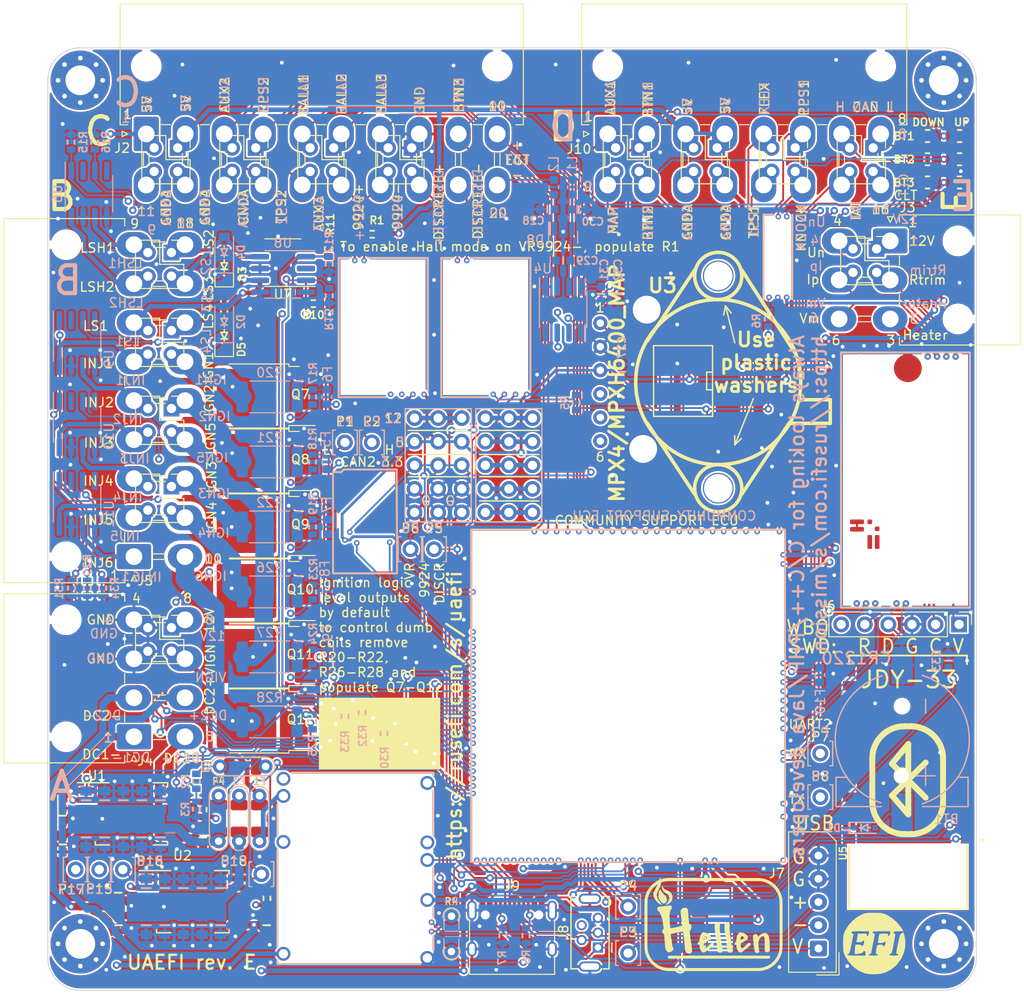
<source format=kicad_pcb>
(kicad_pcb (version 20240108) (generator "pcbnew") (generator_version "8.0")
  (title_block (title "UAEFI") (date "2025-04-30") (rev "E"))
  (layers (0 "F.Cu" signal) (1 "In1.Cu" signal) (2 "In2.Cu" signal) (31 "B.Cu" signal) (34 "B.Paste" user) (35 "F.Paste" user) (36 "B.SilkS" user "B.Silkscreen") (37 "F.SilkS" user "F.Silkscreen") (38 "B.Mask" user) (39 "F.Mask" user) (44 "Edge.Cuts" user))
  (net 0 "")
  (net 1 "Net-(BT1-+)")
  (net 2 "GND")
  (net 3 "/DC Driver 1/PWR")
  (net 4 "/OUT_DC1-")
  (net 5 "/OUT_DC1+")
  (net 6 "/DC Driver 2/PWR")
  (net 7 "/OUT_DC2-")
  (net 8 "/OUT_DC2+")
  (net 9 "+5VA")
  (net 10 "Net-(U4-T-)")
  (net 11 "Net-(U4-T+)")
  (net 12 "+3.3VA")
  (net 13 "/VBAT")
  (net 14 "+12V_RAW")
  (net 15 "/OUT_LS1")
  (net 16 "/OUT_LS2")
  (net 17 "/OUT_LS3")
  (net 18 "/OUT_LS4")
  (net 21 "/IN_VIGN")
  (net 22 "+12V")
  (net 23 "Net-(G4-Pad1)")
  (net 24 "Net-(G4-Pad12)")
  (net 25 "Net-(G4-Pad13)")
  (net 26 "Net-(G4-Pad14)")
  (net 27 "Net-(G4-Pad10)")
  (net 28 "+5VP")
  (net 29 "/IN_PPS2")
  (net 30 "/IN_PPS1")
  (net 31 "/IN_CLT")
  (net 32 "/IN_IAT")
  (net 33 "/CAN-")
  (net 34 "/CAN+")
  (net 35 "GNDA")
  (net 36 "/IN_TPS1")
  (net 37 "/IN_TPS2")
  (net 38 "/IN_AUX3")
  (net 39 "/IN_AUX2")
  (net 40 "/IN_AUX1")
  (net 41 "/IN_BUTTON2")
  (net 42 "/IN_BUTTON1")
  (net 43 "/IN_HALL3")
  (net 44 "/IN_HALL2")
  (net 45 "/IN_HALL1")
  (net 46 "/IN_MAP")
  (net 47 "/EGT+")
  (net 48 "/IN_BUTTON3")
  (net 49 "/IN_KNOCK_RAW")
  (net 50 "/IN_FLEX")
  (net 51 "/VR_MAX9924+")
  (net 52 "/EGT-")
  (net 53 "/WBO_Un")
  (net 54 "/WBO_Vm")
  (net 55 "/WBO_Ip")
  (net 56 "/WBO_Rtrim")
  (net 57 "/WBO_Heater")
  (net 58 "/OUT_IGN6")
  (net 59 "/OUT_IGN5")
  (net 60 "/OUT_IGN4")
  (net 61 "/OUT_IGN3")
  (net 62 "/OUT_IGN2")
  (net 63 "/OUT_IGN1")
  (net 64 "/OUT_INJ6")
  (net 65 "/OUT_INJ5")
  (net 66 "/OUT_INJ4")
  (net 67 "/OUT_INJ3")
  (net 68 "/OUT_INJ2")
  (net 69 "/OUT_INJ1")
  (net 70 "Net-(J6-Pin_1)")
  (net 71 "Net-(J6-Pin_2)")
  (net 72 "Net-(J6-Pin_4)")
  (net 73 "Net-(J6-Pin_5)")
  (net 75 "/VBUS")
  (net 76 "/USB-")
  (net 77 "/USB+")
  (net 79 "Net-(J9-CC1)")
  (net 81 "Net-(J9-CC2)")
  (net 84 "/VIGN")
  (net 85 "+5V")
  (net 86 "/PWR_EN")
  (net 87 "Net-(M1-PG_5VP)")
  (net 88 "/IN_KNOCK")
  (net 89 "/VR_MAX9924-")
  (net 90 "/VR_DISCRETE+")
  (net 91 "/VR_DISCRETE-")
  (net 94 "/VR_DISCRETE_THR")
  (net 97 "/DC2_DIS")
  (net 98 "/DC2_DIR")
  (net 99 "/DC1_DIS")
  (net 100 "/LS2")
  (net 101 "/LS1")
  (net 102 "/INJ6")
  (net 103 "/INJ5")
  (net 104 "/INJ4")
  (net 105 "/INJ3")
  (net 106 "/INJ2")
  (net 107 "/INJ1")
  (net 108 "/LS3")
  (net 109 "/LS4")
  (net 110 "/DC1_PWM")
  (net 111 "/DC1_DIR")
  (net 112 "/DC2_PWM")
  (net 113 "Net-(M5-PULL_DOWN1)")
  (net 118 "/EGT/SPI_CS")
  (net 119 "/SCK3")
  (net 120 "/MISO3")
  (net 127 "+3.3V")
  (net 128 "/IN_VMAIN")
  (net 129 "/INTERNAL_MAP")
  (net 130 "/ADC3")
  (net 131 "/IGN6")
  (net 132 "/IGN5")
  (net 133 "/IGN4")
  (net 134 "/IGN3")
  (net 135 "/IGN2")
  (net 136 "/IGN1")
  (net 138 "Net-(Q7-G)")
  (net 139 "Net-(Q8-G)")
  (net 140 "Net-(Q9-G)")
  (net 141 "Net-(Q10-G)")
  (net 142 "Net-(Q11-G)")
  (net 143 "Net-(Q12-G)")
  (net 150 "Net-(M6-SPI2_CS_{slash}_CAN2_RX_(PB12))")
  (net 151 "Net-(M6-SPI2_SCK_{slash}_CAN2_TX_(PB13))")
  (net 152 "Net-(M6-UART2_TX_(PD5))")
  (net 153 "Net-(M6-UART2_RX_(PD6))")
  (net 154 "Net-(M6-LED_GREEN)")
  (net 155 "Net-(M6-LED_YELLOW)")
  (net 156 "Net-(M7-CANL)")
  (net 157 "Net-(M7-CANH)")
  (net 163 "/VREF1")
  (net 168 "/PG_5VP")
  (net 169 "Net-(F5-Pad1)")
  (net 170 "Net-(F6-Pad1)")
  (net 171 "Net-(F7-Pad1)")
  (net 172 "Net-(F8-Pad1)")
  (net 173 "Net-(F9-Pad1)")
  (net 174 "Net-(F10-Pad1)")
  (net 175 "/12V_KEY")
  (net 186 "/OUT_LS_HOT1")
  (net 187 "/OUT_LS_HOT2")
  (net 188 "/LS_HOT2")
  (net 189 "/LS_HOT1")
  (net 190 "/VR_DISCRETE_A")
  (net 191 "/VR_DISCRETE")
  (net 192 "/VR_MAX9924")
  (footprint "hellen-one-common:R0805" (layer "F.Cu") (at 148.2 74.5)
    (property "Reference" "R40" (hide yes))
    (property "Value" "DNP" (hide yes))
  )
  (footprint "Package_SO:SOIC-8_3.9x4.9mm_P1.27mm" (layer "F.Cu") (at 75.325 83.135 180)
    (property "Reference" "U7")
    (property "Value" "VNLD5160TR-E")
  )
  (footprint "hellen-one-common:C0603" (layer "F.Cu") (at 57.6 151 -90)
    (property "Reference" "C24" (hide yes))
    (property "Value" "100n" (hide yes))
  )
  (footprint "hellen-one-common:R0805" (layer "F.Cu") (at 148.2 72)
    (property "Reference" "R39" (hide yes))
    (property "Value" "DNP" (hide yes))
  )
  (footprint "Package_TO_SOT_SMD:TO-252-2" (layer "F.Cu") (at 72.66 118.5 180)
    (property "Reference" "Q10")
    (property "Value" "ISL9V3040D3ST")
  )
  (footprint "Connector_PinSocket_2.54mm:PinSocket_2x02_P2.54mm_Vertical" (layer "F.Cu") (at 63.315 107.25)
    (property "Reference" "J21" (hide yes))
    (property "Value" "Conn_02x02_Odd_Even")
  )
  (footprint "Connector_Molex:Molex_Mini-Fit_Jr_5569-16A2_2x08_P4.20mm_Horizontal" (layer "F.Cu") (at 110.3 69.275)
    (property "Reference" "J10")
    (property "Value" "5569-16A2")
  )
  (footprint "hellen-one-common:PAD-TH" (layer "F.Cu") (at 133.2 140.7)
    (property "Reference" "P8")
    (property "Value" "Pad" (hide yes))
  )
  (footprint "Connector_PinSocket_2.54mm:PinSocket_2x02_P2.54mm_Vertical" (layer "F.Cu") (at 63.315 98.85)
    (property "Reference" "J20" (hide yes))
    (property "Value" "Conn_02x02_Odd_Even")
  )
  (footprint "hellen-one-wbo-0.5:wbo" (layer "F.Cu") (at 149.425 120.4 90)
    (property "Reference" "M5" (hide yes))
    (property "Value" "Module-wbo-0.5" (hide yes))
  )
  (footprint "hellen-one-common:PAD-TH" (layer "F.Cu") (at 91.6 114)
    (property "Reference" "P5")
    (property "Value" "Pad" (hide yes))
  )
  (footprint "Connector_Molex:Molex_Mini-Fit_Jr_5569-20A2_2x10_P4.20mm_Horizontal" (layer "F.Cu") (at 60.6 69.275)
    (property "Reference" "J2")
    (property "Value" "5569-20A2")
  )
  (footprint "Package_TO_SOT_SMD:TO-252-2" (layer "F.Cu") (at 72.66 97.5 180)
    (property "Reference" "Q7")
    (property "Value" "ISL9V3040D3ST")
  )
  (footprint "Package_TO_SOT_SMD:TO-252-2" (layer "F.Cu") (at 72.66 104.5 180)
    (property "Reference" "Q8")
    (property "Value" "ISL9V3040D3ST")
  )
  (footprint "Connector_PinSocket_2.54mm:PinSocket_2x02_P2.54mm_Vertical" (layer "F.Cu") (at 89.19 70.775)
    (property "Reference" "J17" (hide yes))
    (property "Value" "Conn_02x02_Odd_Even")
  )
  (footprint "hellen-one-common:PAD-TH" (layer "F.Cu") (at 82 102.5)
    (property "Reference" "P1")
    (property "Value" "Pad" (hide yes))
  )
  (footprint "hellen-one-common:C0603" (layer "F.Cu") (at 73.6 154.5 -90)
    (property "Reference" "C26" (hide yes))
    (property "Value" "10n" (hide yes))
  )
  (footprint "hellen-one-common:R0603" (layer "F.Cu") (at 84.932497 80.075 180)
    (property "Reference" "R1")
    (property "Value" "4.7k" (hide yes))
  )
  (footprint "hellen-one-common:LOGO" (layer "F.Cu") (at 122 154.5)
    (property "Reference" "G2" (hide yes))
    (property "Value" "LOGO" (hide yes))
  )
  (footprint "hellen-one-common:PAD-TH" (layer "F.Cu") (at 84.9 102.5)
    (property "Reference" "P2")
    (property "Value" "Pad" (hide yes))
  )
  (footprint "hellen-one-common:C0603" (layer "F.Cu") (at 66.725 145.04 -90)
    (property "Reference" "C13" (hide yes))
    (property "Value" "10n" (hide yes))
  )
  (footprint "hellen-one-common:PAD-TH" (layer "F.Cu") (at 55.54 148.5)
    (property "Reference" "P15")
    (property "Value" "Pad" (hide yes))
  )
  (footprint "MountingHole:MountingHole_3.2mm_M3_Pad_Via" (layer "F.Cu") (at 53.5 63.5)
    (property "Reference" "H1" (hide yes))
    (property "Value" "M3")
  )
  (footprint "MountingHole:MountingHole_3.2mm_M3_Pad_Via" (layer "F.Cu") (at 146.5 63.5)
    (property "Reference" "H4" (hide yes))
    (property "Value" "M3")
  )
  (footprint "hellen-one-common:PAD-1206-PAD" (layer "F.Cu") (at 68.4 143 -90)
    (property "Reference" "F4")
    (property "Value" "12H1500D" (hide yes))
  )
  (footprint "hellen-one-common:R0805" (layer "F.Cu") (at 144.75 74.5)
    (property "Reference" "R37" (hide yes))
    (property "Value" "10k" (hide yes))
  )
  (footprint "hellen-one-common:C0603" (layer "F.Cu") (at 51.6 142.7 -90)
    (property "Reference" "C11" (hide yes))
    (property "Value" "100n" (hide yes))
  )
  (footprint "Connector_Molex:Molex_SPOX_5267-05A_1x05_P2.50mm_Vertical" (layer "F.Cu") (at 133 157 90)
    (property "Reference" "J7")
    (property "Value" "Conn_01x05_Male")
  )
  (footprint "hellen-one-common:PAD-TH" (layer "F.Cu") (at 112.5 152.5)
    (property "Reference" "P4")
    (property "Value" "Pad" (hide yes))
  )
  (footprint "MountingHole:MountingHole_3.2mm_M3_Pad_Via" (layer "F.Cu") (at 53.5 156.5)
    (property "Reference" "H2" (hide yes))
    (property "Value" "M3")
  )
  (footprint "hellen-one-vr-discrete-0.5:vr-discrete" (layer "F.Cu") (at 92.275 82.525 -90)
    (property "Reference" "M3" (hide yes))
    (property "Value" "Module-vr-discrete-0.5" (hide yes))
  )
  (footprint "hellen-one-common:R0603" (layer "F.Cu") (at 78.6 87.55 180)
    (property "Reference" "R10")
    (property "Value" "4.7k" (hide yes))
  )
  (footprint "hellen-one-common:PAD-TH" (layer "F.Cu") (at 53 148.5)
    (property "Reference" "P17")
    (property "Value" "Pad" (hide yes))
  )
  (footprint "hellen-one-common:USB-MINI-B-VERTICAL" (layer "F.Cu") (at 108.375 155.3 90)
    (property "Reference" "J8")
    (property "Value" "USB_B_Mini")
  )
  (footprint "hellen-one-common:PAD-1206-PAD" (layer "F.Cu") (at 70.6 143 -90)
    (property "Reference" "F3")
    (property "Value" "12H1500D" (hide yes))
  )
  (footprint "hellen-one-knock-0.2:knock" (layer "F.Cu") (at 126.974999 77.875 -90)
    (property "Reference" "M2" (hide yes))
    (property "Value" "Module-knock-0.2" (hide yes))
  )
  (footprint "hellen-one-common:C0603" (layer "F.Cu") (at 57.6 154.5 90)
    (property "Reference" "C25" (hide yes))
    (property "Value" "10n" (hide yes))
  )
  (footprint "hellen-one-common:PAD-TH" (layer "F.Cu") (at 73 149)
    (property "Reference" "P18")
    (property "Value" "Pad" (hide yes))
  )
  (footprint "hellen-one-power_12and5V-0.3:power_12and5V" (layer "F.Cu") (at 74.624999 158.775001)
    (property "Reference" "M1" (hide yes))
    (property "Value" "Module-power_12and5V-0.3" (hide yes))
  )
  (footprint "Package_TO_SOT_SMD:TO-252-2" (layer "F.Cu") (at 72.66 132.5 180)
    (property "Reference" "Q12")
    (property "Value" "ISL9V3040D3ST")
  )
  (footprint "hellen-one-common:PAD-TH" (layer "F.Cu") (at 89.06 114)
    (property "Reference" "P6")
    (property "Value" "Pad" (hide yes))
  )
  (footprint "hellen-one-can-0.1:can" (layer "F.Cu") (at 80.625 105.325002 -90)
    (property "Reference" "M7" (hide yes))
    (property "Value" "Module-can-0.1" (hide yes))
  )
  (footprint "hellen-one-common:R0603" (layer "F.Cu") (at 66.725 142.04 -90)
    (property "Reference" "R9" (hide yes))
    (property "Value" "4.7k" (hide yes))
  )
  (footprint "Connector_PinSocket_2.54mm:PinSocket_2x02_P2.54mm_Vertical" (layer "F.Cu") (at 130.49 70.775)
    (property "Reference" "J11" (hide yes))
    (property "Value" "Conn_02x02_Odd_Even")
  )
  (footprint "Connector_Molex:Molex_Mini-Fit_Jr_5569-18A2_2x09_P4.20mm_Horizontal" (layer "F.Cu") (at 59.275 114.8 90)
    (property "Reference" "J5")
    (property "Value" "5569-18A2")
  )
  (footprint "Package_TO_SOT_SMD:TO-252-2" (layer "F.Cu") (at 72.66 111.5 180)
    (property "Reference" "Q9")
    (property "Value" "ISL9V3040D3ST")
  )
  (footprint "kicad6-libraries:JDY-33" (layer "F.Cu") (at 142.65 138.875 180)
    (property "Reference" "U5")
    (property "Value" "JDY-33")
  )
  (footprint "Connector_PinSocket_2.54mm:PinSocket_2x02_P2.54mm_Vertical" (layer "F.Cu") (at 138.89 70.775)
    (property "Reference" "J1" (hide yes))
    (property "Value" "Conn_02x02_Odd_Even")
  )
  (footprint "Connector_Molex:Molex_Mini-Fit_Jr_5569-06A2_2x03_P4.20mm_Horizontal" (layer "F.Cu") (at 140.725 80.8 -90)
    (property "Reference" "J3")
    (property "Value" "5569-06A2")
  )
  (footprint "hellen-one-common:R0805" (layer "F.Cu") (at 144.75 69.5)
    (property "Reference" "R35" (hide yes))
    (property "Value" "10k" (hide yes))
  )
  (footprint "Connector_PinSocket_2.54mm:PinSocket_2x02_P2.54mm_Vertical" (layer "F.Cu") (at 80.79 70.775)
    (property "Reference" "J16" (hide yes))
    (property "Value" "Conn_02x02_Odd_Even")
  )
  (footprint "hellen-one-common:PAD-1206-PAD" (layer "F.Cu") (at 72.8 143 -90)
    (property "Reference" "F1")
    (property "Value" "12H1500D" (hide yes))
  )
  (footprint "hellen-one-common:PROTO_AREA" (layer "F.Cu") (at 89.5 110.04 90)
    (property "Reference" "G3" (hide yes))
    (property "Value" "PROTO_AREA" (hide yes))
  )
  (footprint "hellen-one-common:PAD-TH" (layer "F.Cu") (at 112.5 157.5)
    (property "Reference" "P3")
    (property "Value" "Pad" (hide yes))
  )
  (footprint "hellen-one-common:PAD-0805-PAD" (layer "F.Cu") (at 93.474609 155.430391 -90)
    (property "Reference" "R4")
    (property "Value" "Jumper-Pad-Pad" (hide yes))
  )
  (footprint "hellen-one-common:R0603" (layer "F.Cu") (at 80.2 81.65 -90)
    (property "Reference" "R11")
    (property "Value" "4.7k" (hide yes))
  )
  (footprint "hellen-one-common:SOD-123" (layer "F.Cu") (at 69 83.5 90)
    (property "Reference" "D3")
    (property "Value" "B5819W" (hide yes))
  )
  (footprint "hellen-one-common:R0805" (layer "F.Cu") (at 148.2 69.5)
    (property "Reference" "R38" (hide yes))
    (property "Value" "DNP" (hide yes))
  )
  (footprint "hellen-one-common:R0805" (layer "F.Cu") (at 144.75 72)
    (property "Reference" "R36" (hide yes))
    (property "Value" "10k" (hide yes))
  )
  (footprint "Package_SO:Infineon_PG-DSO-12-11" (layer "F.Cu") (at 59 142.5)
    (property "Reference" "U1")
    (property "Value" "TLE9201SG")
  )
  (footprint "Package_SO:Infineon_PG-DSO-12-11" (layer "F.Cu") (at 65.625 151.96)
    (property "Reference" "U2")
    (property "Value" "TLE9201SG")
  )
  (footprint "Connector_PinSocket_2.54mm:PinSocket_2x02_P2.54mm_Vertical" (layer "F.Cu") (at 139.265 81.65)
    (property "Reference" "J24" (hide yes))
    (property "Value" "Conn_02x02_Odd_Even")
  )
  (footprint "Connector_Molex:Molex_Mini-Fit_Jr_5569-08A2_2x04_P4.20mm_Horizontal" (layer "F.Cu") (at 59.275 134.2 90)
    (property "Reference" "J4")
    (property "Value" "5569-08A2")
  )
  (footprint "hellen-one-common:PAD-TH" (layer "F.Cu") (at 133.2 136)
    (property "Reference" "P7")
    (property "Value" "Pad" (hide yes))
  )
  (footprint "hellen-one-mega-mcu100-0.3:mega-mcu100" (layer "F.Cu") (at 129.50001 111.8 180)
    (property "Reference" "M6" (hide yes))
    (property "Value" "Module:mega-mcu100/0.3" (hide yes))
  )
  (footprint "Package_TO_SOT_SMD:TO-252-2" (layer "F.Cu") (at 72.66 125.5 180)
    (property "Reference" "Q11")
    (property "Value" "ISL9V3040D3ST")
  )
  (footprint "Connector_PinSocket_2.54mm:PinSocket_2x02_P2.54mm_Vertical" (layer "F.Cu") (at 113.69 70.775)
    (property "Reference" "J13" (hide yes))
    (property "Value" "Conn_02x02_Odd_Even")
  )
  (footprint "kicad6-libraries:USB_C" (layer "F.Cu") (at 100 156)
    (property "Reference" "J9")
    (property "Value" "USB_C")
  )
  (footprint "MountingHole:MountingHole_3.2mm_M3_Pad_Via" (layer "F.Cu") (at 146.5 156.5)
    (property "Reference" "H3" (hide yes))
    (property "Value" "M3")
  )
  (footprint "hellen-one-vr-max9924-0.1:vr-max9924" (layer "F.Cu") (at 81.225 82.525 -90)
    (property "Reference" "M4" (hide yes))
    (property "Value" "Module-vr-max9924-0.1" (hide yes))
  )
  (footprint "Connector_PinSocket_2.54mm:PinSocket_2x02_P2.54mm_Vertical" (layer "F.Cu") (at 63.99 70.775)
    (property "Reference" "J14" (hide yes))
    (property "Value" "Conn_02x02_Odd_Even")
  )
  (footprint "kicad6-libraries:rusefi_logo" (layer "F.Cu") (at 139 156.5)
    (property "Reference" "G1" (hide yes))
    (property "Value" "RUSEFI_LOGO" (hide yes))
  )
  (footprint "Connector_PinSocket_2.54mm:PinSocket_2x02_P2.54mm_Vertical" (layer "F.Cu") (at 63.315 82.05)
    (property "Reference" "J18" (hide yes))
    (property "Value" "Conn_02x02_Odd_Even")
  )
  (footprint "hellen-one-common:PAD-1206-PAD" (layer "F.Cu") (at 71 137.4)
    (property "Reference" "F2")
    (property "Value" "12H1500D" (hide yes))
  )
  (footprint "Connector_PinSocket_2.54mm:PinSocket_2x02_P2.54mm_Vertical" (layer "F.Cu") (at 72.39 70.775)
    (property "Reference" "J15" (hide yes))
    (property "Value" "Conn_02x02_Odd_Even")
  )
  (footprint "hellen-one-common:SOD-123" (layer "F.Cu") (at 69 91 90)
    (property "Reference" "D5")
    (property "Value" "B5819W" (hide yes))
  )
  (footprint "Connector_PinHeader_2.54mm:PinHeader_1x06_P2.54mm_Vertical" (layer "F.Cu") (at 148.15 122.1 -90)
    (property "Reference" "J6")
    (property "Value" "Conn_01x06")
  )
  (footprint "Connector_PinSocket_2.54mm:PinSocket_2x02_P2.54mm_Vertical" (layer "F.Cu") (at 63.315 90.45)
    (property "Reference" "J19" (hide yes))
    (property "Value" "Conn_02x02_Odd_Even")
  )
  (footprint "Connector_PinSocket_2.54mm:PinSocket_2x02_P2.54mm_Vertical" (layer "F.Cu") (at 63.315 122.45)
    (property "Reference" "J22" (hide yes))
    (property "Value" "Conn_02x02_Odd_Even")
  )
  (footprint "hellen-one-common:R0603" (layer "F.Cu") (at 73.6 151.6 -90)
    (property "Reference" "R14" (hide yes))
    (property "Value" "4.7k" (hide yes))
  )
  (footprint "Connector_PinSocket_2.54mm:PinSocket_2x02_P2.54mm_Vertical" (layer "F.Cu") (at 122.09 70.775)
    (property "Reference" "J12" (hide yes))
    (property "Value" "Conn_02x02_Odd_Even")
  )
  (footprint "kicad6-libraries:MPX-4_MAP" (layer "F.Cu") (at 126.01325 96 -90)
    (property "Reference" "U3")
    (property "Value" "MPX4/MPXH6400_MAP")
  )
  (footprint "hellen-one-common:PAD-TH" (layer "F.Cu") (at 58.08 148.5)
    (property "Reference" "P16")
    (property "Value" "Pad" (hide yes))
  )
  (footprint "hellen-one-common:C0603" (layer "F.Cu") (at 51.6 145.8 90)
    (property "Reference" "C12" (hide yes))
    (property "Value" "10n" (hide yes))
  )
  (footprint "hellen-one-common:PROTO_AREA" (layer "F.Cu") (at 97.12 110.04 90)
    (property "Reference" "G4" (hide yes))
    (property "Value" "PROTO_AREA" (hide yes))
  )
  (footprint "Package_TO_SOT_SMD:SOT-23" (layer "B.Cu") (at 105.5 80.417977 -90)
    (property "Reference" "D8")
    (property "Value" "NUP2105L")
  )
  (footprint "hellen-one-common:C0805" (layer "B.Cu") (at 62.125 145.04 90)
    (property "Reference" "C10" (hide yes))
    (property "Value" "10u" (hide yes))
  )
  (footprint "hellen-one-common:C0603" (layer "B.Cu") (at 111.8 94.9 -90)
    (property "Reference" "C27")
    (property "Value" "100n" (hide yes))
  )
  (footprint "hellen-one-common:SOD-123" (layer "B.Cu") (at 69 82 90)
    (property "Reference" "D4")
    (property "Value" "B5819W" (hide yes))
  )
  (footprint "kicad6-libraries:CR1220-2" (layer "B.Cu") (at 142 134.5 90)
    (property "Reference" "BT1")
    (property "Value" "CR1220")
  )
  (footprint "Package_SO:SOIC-8_3.9x4.9mm_P1.27mm" (layer "B.Cu") (at 53.15 100.55 -90)
    (property "Reference" "U10")
    (property "Value" "VNLD5160TR-E")
  )
  (footprint "hellen-one-common:R0603" (layer "B.Cu") (at 52.55 118.2 90)
    (property "Reference" "R31")
    (property "Value" "4.7k" (hide yes))
  )
  (footprint "hellen-one-common:C0603" (layer "B.Cu") (at 107.190001 77.4 180)
    (property "Reference" "C30")
    (property "Value" "10n" (hide yes))
  )
  (footprint "hellen-one-common:C0805" (layer "B.Cu") (at 56.125 145.04 90)
    (property "Reference" "C7" (hide yes))
    (property "Value" "10u" (hide yes))
  )
  (footprint "hellen-one-common:C0603" (layer "B.Cu") (at 147 126 -90)
    (property "Reference" "C33")
    (property "Value" "100n" (hide yes))
  )
  (footprint "hellen-one-common:C0603" (layer "B.Cu") (at 105.5 82.917977)
    (property "Reference" "C29")
    (property "Value" "100n" (hide yes))
  )
  (footprint "hellen-one-common:R0603" (layer "B.Cu") (at 55.9 118.2 90)
    (property "Reference" "R34")
    (property "Value" "4.7k" (hide yes))
  )
  (footprint "hellen-one-common:C0805" (layer "B.Cu") (at 66.6 150.5 -90)
    (property "Reference" "C17" (hide yes))
    (property "Value" "10u" (hide yes))
  )
  (footprint "Resistor_SMD:R_2512_6332Metric" (layer "B.Cu") (at 73.9 97.6 180)
    (property "Reference" "R20")
    (property "Value" "0")
  )
  (footprint "hellen-one-common:C0805" (layer "B.Cu") (at 58.125 141.04 -90)
    (property "Reference" "C3" (hide yes))
    (property "Value" "10u" (hide yes))
  )
  (footprint "hellen-one-common:C0805" (layer "B.Cu") (at 68.6 154.5 90)
    (property "Reference" "C23" (hide yes))
    (property "Value" "10u" (hide yes))
  )
  (footprint "Package_SO:SOIC-8_3.9x4.9mm_P1.27mm" (layer "B.Cu") (at 105.5 88.2 -90)
    (property "Reference" "U4")
    (property "Value" "MAX31855KASA")
  )
  (footprint "hellen-one-common:C0805" (layer "B.Cu") (at 54.125 141.04 -90)
    (property "Reference" "C1" (hide yes))
    (property "Value" "10u" (hide yes))
  )
  (footprint "Resistor_SMD:R_2512_6332Metric" (layer "B.Cu") (at 73.9 118.6 180)
    (property "Reference" "R26")
    (property "Value" "0")
  )
  (footprint "Package_SO:SOIC-8_3.9x4.9mm_P1.27mm" (layer "B.Cu") (at 53.15 109.1 -90)
    (property "Reference" "U11")
    (property "Value" "VNLD5160TR-E")
  )
  (footprint "hellen-one-common:C0603" (layer "B.Cu") (at 109.6 86.5 90)
    (property "Reference" "C31")
    (property "Value" "100n" (hide yes))
  )
  (footprint "Fuse:Fuse_0603_1608Metric" (layer "B.Cu") (at 80.1 125.55 -90)
    (property "Reference" "F9")
    (property "Value" "50mA")
  )
  (footprint "hellen-one-common:C0805" (layer "B.Cu") (at 60.6 150.5 -90)
    (property "Reference" "C14" (hide yes))
    (property "Value" "10u" (hide yes))
  )
  (footprint "hellen-one-common:C0805" (layer "B.Cu") (at 60.6 154.5 90)
    (property "Reference" "C19" (hide yes))
    (property "Value" "10u" (hide yes))
  )
  (footprint "Fuse:Fuse_0603_1608Metric" (layer "B.Cu") (at 80.05 97.6 -90)
    (property "Reference" "F6")
    (property "Value" "50mA")
  )
  (footprint "Resistor_SMD:R_2512_6332Metric" (layer "B.Cu") (at 73.9 125.6 180)
    (property "Reference" "R27")
    (property "Value" "0")
  )
  (footprint "Resistor_SMD:R_2512_6332Metric" (layer "B.Cu") (at 73.9 104.6 180)
    (property "Reference" "R21")
    (property "Value" "0")
  )
  (footprint "hellen-one-common:C0805" (layer "B.Cu") (at 60.125 141.04 -90)
    (property "Reference" "C4" (hide yes))
    (property "Value" "10u" (hide yes))
  )
  (footprint "Fuse:Fuse_0603_1608Metric" (layer "B.Cu") (at 133.15 127.55 -90)
    (property "Reference" "F10")
    (property "Value" "50mA")
  )
  (footprint "hellen-one-common:SOD-123" (layer "B.Cu") (at 69 89.5 90)
    (property "Reference" "D2")
    (property "Value" "B5819W" (hide yes))
  )
  (footprint "hellen-one-common:SOD-323" (layer "B.Cu") (at 138 144)
    (property "Reference" "D1")
    (property "Value" "1N4148WS" (hide yes))
  )
  (footprint "hellen-one-common:R0603" (layer "B.Cu") (at 78.5125 111.6 90)
    (property "Reference" "R19")
    (property "Value" "22" (hide yes))
  )
  (footprint "hellen-one-common:R0603" (layer "B.Cu") (at 82 132 -90)
    (property "Reference" "R33")
    (property "Value" "4.7k" (hide yes))
  )
  (footprint "hellen-one-common:C0805" (layer "B.Cu") (at 64.6 154.5 90)
    (property "Reference" "C21" (hide yes))
    (property "Value" "10u" (hide yes))
  )
  (footprint "Fuse:Fuse_0603_1608Metric" (layer "B.Cu") (at 80.1 118.55 -90)
    (property "Reference" "F8")
    (property "Value" "50mA")
  )
  (footprint "hellen-one-common:R0603" (layer "B.Cu") (at 78.5125 118.6 90)
    (property "Reference" "R23")
    (property "Value" "22" (hide yes))
  )
  (footprint "hellen-one-common:R0603" (layer "B.Cu") (at 99 155.621682 90)
    (property "Reference" "R7")
    (property "Value" "5.6k" (hide yes))
  )
  (footprint "hellen-one-common:R0603" (layer "B.Cu") (at 78.5125 125.6 90)
    (property "Reference" "R24")
    (property "Value" "22" (hide yes))
  )
  (footprint "Fuse:Fuse_0603_1608Metric" (layer "B.Cu") (at 80.15 111.6 -90)
    (property "Reference" "F7")
    (property "Value" "50mA")
  )
  (footprint "hellen-one-common:C0603" (layer "B.Cu") (at 111.4 86.5 90)
    (property "Reference" "C32")
    (property "Value" "1u" (hide yes))
  )
  (footprint "hellen-one-common:R0603" (layer "B.Cu") (at 55.05 70.15 90)
    (property "Reference" "R16")
    (property "Value" "4.7k" (hide yes))
  )
  (footprint "Package_SO:SOIC-8_3.9x4.9mm_P1.27mm" (layer "B.Cu") (at 53.15 91.8 -90)
    (property "Reference" "U9")
    (property "Value" "VNLD5160TR-E")
  )
  (footprint "hellen-one-common:R0603" (layer "B.Cu") (at 86.2 133.85 90)
    (property "Reference" "R30")
    (property "Value" "4.7k" (hide yes))
  )
  (footprint "Resistor_SMD:R_2512_6332Metric" (layer "B.Cu") (at 73.9 111.6 180)
    (property "Reference" "R22")
    (property "Value" "0")
  )
  (footprint "hellen-one-common:R0603" (layer "B.Cu") (at 78.5125 132.6 90)
    (property "Reference" "R25")
    (property "Value" "22" (hide yes))
  )
  (footprint "Inductor_SMD:L_0603_1608Metric" (layer "B.Cu") (at 104.5 75 -90)
    (property "Reference" "L2")
    (property "Value" "470R@100MHz")
  )
  (footprint "hellen-one-common:C0805" (layer "B.Cu") (at 64.6 150.5 -90)
    (property "Reference" "C16" (hide yes))
    (property "Value" "10u" (hide yes))
  )
  (footprint "hellen-one-common:R0603" (layer "B.Cu") (at 78.5125 97.6 90)
    (property "Reference" "R17")
    (property "Value" "22" (hide yes))
  )
  (footprint "hellen-one-common:C0805" (layer "B.Cu") (at 66.6 154.5 90)
    (property "Reference" "C22" (hide yes))
    (property "Value" "10u" (hide yes))
  )
  (footprint "hellen-one-common:R0603" (layer "B.Cu") (at 101.5 155.621682 90)
    (property "Reference" "R8")
    (property "Value" "5.6k" (hide yes))
  )
  (footprint "hellen-one-common:R0603" (layer "B.Cu") (at 66 142 90)
    (property "Reference" "R3")
    (property "Value" "6.8k" (hide yes))
  )
  (footprint "hellen-one-common:R0603" (layer "B.Cu") (at 52.5 70.15 90)
    (property "Reference" "R15")
    (property "Value" "4.7k" (hide yes))
  )
  (footprint "hellen-one-common:R0603" (layer "B.Cu") (at 80.3 86.7 90)
    (property "Reference" "R13")
    (property "Value" "4.7k" (hide yes))
  )
  (footprint "hellen-one-common:C0805" (layer "B.Cu") (at 62.125 141.04 -90)
    (property "Reference" "C5" (hide yes))
    (property "Value" "10u" (hide yes))
  )
  (footprint "Fuse:Fuse_0603_1608Metric" (layer "B.Cu") (at 80.05 104.6 -90)
    (property "Reference" "F5")
    (property "Value" "50mA")
  )
  (footprint "hellen-one-common:R0603" (layer "B.Cu") (at 83.85 131.6 -90)
    (property "Reference" "R32")
    (property "Value" "4.7k" (hide yes))
  )
  (footprint "hellen-one-common:C0603" (layer "B.Cu") (at 103.8 77.4)
    (property "Reference" "C28")
    (property "Value" "10n" (hide yes))
  )
  (footprint "Package_SO:SOIC-8_3.9x4.9mm_P1.27mm" (layer "B.Cu") (at 54.435 75.725 -90)
    (property "Reference" "U6")
    (property "Value" "VNLD5160TR-E")
  )
  (footprint "hellen-one-common:R0603" (layer "B.Cu") (at 54.25 118.2 90)
    (property "Reference" "R29")
    (property "Value" "4.7k" (hide yes))
  )
  (footprint "hellen-one-common:R0603" (layer "B.Cu") (at 78.5125 104.6 90)
    (property "Reference" "R18")
    (property "Value" "22" (hide yes))
  )
  (footprint "Inductor_SMD:L_0603_1608Metric" (layer "B.Cu") (at 106.5 75 -90)
    (property "Reference" "L1")
    (property "Value" "470R@100MHz")
  )
  (footprint "hellen-one-common:C0805" (layer "B.Cu") (at 62.6 150.5 -90)
    (property "Reference" "C15" (hide yes))
    (property "Value" "10u" (hide yes))
  )
  (footprint "Resistor_SMD:R_2512_6332Metric" (layer "B.Cu") (at 73.9 132.6 180)
    (property "Reference" "R28")
    (property "Value" "0")
  )
  (footprint "hellen-one-common:C0805" (layer "B.Cu") (at 58.125 145.04 90)
    (property "Reference" "C8" (hide yes))
    (property "Value" "10u" (hide yes))
  )
  (footprint "hellen-one-common:C0805" (layer "B.Cu") (at 60.125 145.04 90)
    (property "Reference" "C9" (hide yes))
    (property "Value" "10u" (hide yes))
  )
  (footprint "hellen-one-common:C0805" (layer "B.Cu") (at 54.125 145.04 90)
    (property "Reference" "C6" (hide yes))
    (property "Value" "10u" (hide yes))
  )
  (footprint "hellen-one-common:C0805" (layer "B.Cu") (at 56.125 141.04 -90)
    (property "Reference" "C2" (hide yes))
    (property "Value" "10u" (hide yes))
  )
  (footprint "hellen-one-common:C0805" (layer "B.Cu") (at 68.6 150.5 -90)
    (property "Reference" "C18" (hide yes))
    (property "Value" "10u" (hide yes))
  )
  (footprint "hellen-one-common:R0603" (layer "B.Cu") (at 80.3 83.3 90)
    (property "Reference" "R12")
    (property "Value" "4.7k" (hide yes))
  )
  (footprint "hellen-one-common:C0805" (layer "B.Cu") (at 62.6 154.5 90)
    (property "Reference" "C20" (hide yes))
    (property "Value" "10u" (hide yes))
  )
  (footprint "hellen-one-common:R0603" (layer "B.Cu") (at 106.9 98.2 -90)
    (property "Reference" "R5")
    (property "Value" "0" (hide yes))
  )
  (footprint "hellen-one-common:R0603" (layer "B.Cu") (at 127.6 89.2 -90)
    (property "Reference" "R6")
    (property "Value" "0" (hide yes))
  )
  (footprint "hellen-one-common:R0603" (layer "B.Cu") (at 66 139 90)
    (property "Reference" "R2")
    (property "Value" "33k" (hide yes))
  )
  (footprint "Package_SO:SOIC-8_3.9x4.9mm_P1.27mm" (layer "B.Cu") (at 75.325 84.405 180)
    (property "Reference" "U8")
    (property "Value" "VNLD5160TR-E")
  )
  (gr_line (start 96.5 106.2) (end 102.9 106.2) (stroke (width 0.15)) (layer "F.SilkS"))
  (gr_line (start 96.5 108.8) (end 102.9 108.8) (stroke (width 0.15)) (layer "F.SilkS"))
  (gr_line (start 88.8 101.2) (end 95.2 101.2) (stroke (width 0.15)) (layer "F.SilkS"))
  (gr_rect (start 79.27 130.067565) (end 92.186015 137.642435) (stroke (width 0.15)) (fill solid) (layer "F.SilkS"))
  (gr_line (start 96.5 103.8) (end 102.9 103.8) (stroke (width 0.15)) (layer "F.SilkS"))
  (gr_line (start 88.8 106.2) (end 95.2 106.2) (stroke (width 0.15)) (layer "F.SilkS"))
  (gr_line (start 96.5 101.2) (end 102.9 101.2) (stroke (width 0.15)) (layer "F.SilkS"))
  (gr_line (start 88.8 103.8) (end 95.2 103.8) (stroke (width 0.15)) (layer "F.SilkS"))
  (gr_arc (start 50 63.5) (mid 51.025126 61.025126) (end 53.5 60) (stroke (width 0.1)) (layer "Edge.Cuts"))
  (gr_arc (start 150 158) (mid 148.974874 160.474874) (end 146.5 161.5) (stroke (width 0.1)) (layer "Edge.Cuts"))
  (gr_line (start 150 158) (end 150 63.5) (stroke (width 0.1)) (layer "Edge.Cuts"))
  (gr_line (start 50 63.5) (end 50 158) (stroke (width 0.1)) (layer "Edge.Cuts"))
  (gr_line (start 146.5 60) (end 53.5 60) (stroke (width 0.1)) (layer "Edge.Cuts"))
  (gr_arc (start 53.5 161.5) (mid 51.025126 160.474874) (end 50 158) (stroke (width 0.1)) (layer "Edge.Cuts"))
  (gr_arc (start 146.5 60) (mid 148.974874 61.025126) (end 150 63.5) (stroke (width 0.1)) (layer "Edge.Cuts"))
  (gr_line (start 53.5 161.5) (end 146.5 161.5) (stroke (width 0.1)) (layer "Edge.Cuts"))
  (gr_text "GND" (at 90.05 65.65 90) (layer "B.SilkS") (effects (font (size 1 1)) (justify mirror)))
  (gr_text "GND" (at 55.7 125.75 0) (layer "B.SilkS") (effects (font (size 1 1)) (justify mirror)))
  (gr_text "18" (at 64.8 78.9 0) (layer "B.SilkS") (effects (font (size 1 1)) (justify mirror)))
  (gr_text "HALL3" (at 85.95 64.95 90) (layer "B.SilkS") (effects (font (size 1 1)) (justify mirror)))
  (gr_text "5" (at 67.4 134.2 0) (layer "B.SilkS") (effects (font (size 1 1)) (justify mirror)))
  (gr_text "DC2+" (at 67.25 131.9 0) (layer "B.SilkS") (effects (font (size 1 1)) (justify mirror)))
  (gr_text "INJ2" (at 58.6 100 0) (layer "B.SilkS") (effects (font (size 1 1)) (justify mirror)))
  (gr_text "DISCRETE+" (at 92.1 77.22 90) (layer "B.SilkS") (effects (font (size 1 1)) (justify mirror)))
  (gr_text "6" (at 132.5 89.1 0) (layer "B.SilkS") (effects (font (size 1 1)) (justify mirror)))
  (gr_text "5V" (at 60.7 66.05 90) (layer "B.SilkS") (effects (font (size 1 1)) (justify mirror)))
  (gr_text "3.3" (at 87.1 104.6 0) (layer "B.SilkS") (effects (font (size 1 1)) (justify mirror)))
  (gr_text "10" (at 67.810761 115.044619 0) (layer "B.SilkS") (effects (font (size 1 1)) (justify mirror)))
  (gr_text "GND" (at 56.05 123.1 0) (layer "B.SilkS") (effects (font (size 1 1)) (justify mirror)))
  (gr_text "LS4" (at 67.05 91.6 90) (layer "B.SilkS") (effects (font (size 1 1)) (justify mirror)))
  (gr_text "BTN1" (at 114.65 65.5 90) (layer "B.SilkS") (effects (font (size 1 1)) (justify mirror)))
  (gr_text "9" (at 61.2 79.6 0) (layer "B.SilkS") (effects (font (size 1 1)) (justify mirror)))
  (gr_text "9924-" (at 87.69 78.29 90) (layer "B.SilkS") (effects (font (size 1 1)) (justify mirror)))
  (gr_text "11" (at 60.6 77.6 0) (layer "B.SilkS") (effects (font (size 1 1)) (justify mirror)))
  (gr_text "HALL1" (at 77.55 65.05 90) (layer "B.SilkS") (effects (font (size 1 1)) (justify mirror)))
  (gr_text "4" (at 56.5 121.6 0) (layer "B.SilkS") (effects (font (size 1 1)) (justify mirror)))
  (gr_text "B" (at 52.15 85.05 0) (layer "B.SilkS") (effects (font (size 3 3) (thickness 0.45)) (justify mirror)))
  (gr_text "Heater" (at 144.45 87.55 0) (layer "B.SilkS") (effects (font (size 1 1)) (justify mirror)))
  (gr_text "3" (at 143.3 89.2 0) (layer "B.SilkS") (effects (font (size 1 1)) (justify mirror)))
  (gr_text "LS3" (at 67.15 87.1 90) (layer "B.SilkS") (effects (font (size 1 1)) (justify mirror)))
  (gr_text "5V" (at 123 66.2 90) (layer "B.SilkS") (effects (font (size 1 1)) (justify mirror)))
  (gr_text "Always looking for C/C++/PHP/Java developers\nhttps://rusefi.com/s/mission" (at 131.9 90.8 90) (layer "B.SilkS") (effects (font (size 1.5 1.5) (thickness 0.25)) (justify left mirror)))
  (gr_text "8" (at 142.05 69.3 0) (layer "B.SilkS") (effects (font (size 1 1)) (justify mirror)))
  (gr_text "A" (at 51.499998 139.5 0) (layer "B.SilkS") (effects (font (size 3 3) (thickness 0.45)) (justify mirror)))
  (gr_text "DISCRETE-" (at 96.31 77.15 90) (layer "B.SilkS") (effects (font (size 1 1)) (justify mirror)))
  (gr_text "L CAN H" (at 137.95 66.35 0) (layer "B.SilkS") (effects (font (size 1 1)) (justify mirror)))
  (gr_text "GNDA" (at 66.95 77.15 90) (layer "B.SilkS") (effects (font (size 1 1)) (justify mirror)))
  (gr_text "16" (at 139.7 77.4 0) (layer "B.SilkS") (effects (font (size 1 1)) (justify mirror)))
  (gr_text "AUX1" (at 110.6 65.5 90) (layer "B.SilkS") (effects (font (size 1 1)) (justify mirror)))
  (gr_text "1" (at 108.05 67.5 0) (layer "B.SilkS") (effects (font (size 1 1)) (justify mirror)))
  (gr_text "9924+" (at 83.54 78.3 90) (layer "B.SilkS") (effects (font (size 1 1)) (justify mirror)))
  (gr_text "Rtrim" (at 144.8 83.95 0) (layer "B.SilkS") (effects (font (size 1 1)) (justify mirror)))
  (gr_text "AUX2" (at 69.05 65.05 90) (layer "B.SilkS") (effects (font (size 1 1)) (justify mirror)))
  (gr_text "DC1+" (at 64.3 136.5 0) (layer "B.SilkS") (effects (font (size 1 1)) (justify mirror)))
  (gr_text "TPS2" (at 75.25 77.2 90) (layer "B.SilkS") (effects (font (size 1 1)) (justify mirror)))
  (gr_text "IGN6" (at 67.55 116.9 0) (layer "B.SilkS") (effects (font (size 1 1)) (justify mirror)))
  (gr_text "12V" (at 67.75 123.35 0) (layer "B.SilkS") (effects (font (size 1 1)) (justify mirror)))
  (gr_text "5" (at 87.9 102.5 0) (layer "B.SilkS") (effects (font (size 1 1)) (justify mirror)))
  (gr_text "9" (at 108.2 74.95 0) (layer "B.SilkS") (effects (font (size 1 1)) (justify mirror)))
  (gr_text "20" (at 98.5 77.8 0) (layer "B.SilkS") (effects (font (size 1 1)) (justify mirror)))
  (gr_text "Vm" (at 132.65 87.5 0) (layer "B.SilkS") (effects (font (size 1 1)) (justify mirror)))
  (gr_text "GNDA" (at 118.9 78.75 90) (layer "B.SilkS") (effects (font (size 1 1)) (justify mirror)))
  (gr_text "DC2-" (at 55.85 131.9 0) (layer "B.SilkS") (effects (font (size 1 1)) (justify mirror)))
  (gr_text "1" (at 56.5 134.3 0) (layer "B.SilkS") (effects (font (size 1 1)) (justify mirror)))
  (gr_text "TPS1" (at 126.05 78.65 90) (layer "B.SilkS") (effects (font (size 1 1)) (justify mirror)))
  (gr_text "BTN3" (at 94.3 65.05 90) (layer "B.SilkS") (effects (font (size 1 1)) (justify mirror)))
  (gr_text "E" (at 148.499998 76 0) (layer "B.SilkS") (effects (font (size 3 3) (thickness 0.45)) (justify mirror)))
  (gr_text "12" (at 87.2 99.9 0) (layer "B.SilkS") (effects (font (size 1 1)) (justify mirror)))
  (gr_text "INJ1" (at 58.9 95.8 0) (layer "B.SilkS") (effects (font (size 1 1)) (justify mirror)))
  (gr_text "MAP" (at 110.9 78.55 90) (layer "B.SilkS") (effects (font (size 1 1)) (justify mirror)))
  (gr_text "INJ5" (at 58.3 112.6 0) (layer "B.SilkS") (effects (font (size 1 1)) (justify mirror)))
  (gr_text "1" (at 143.3 80.8 0) (layer "B.SilkS") (effects (font (size 1 1)) (justify mirror)))
  (gr_text "IGN3" (at 67.9 108 0) (layer "B.SilkS") (effects (font (size 1 1)) (justify mirror)))
  (gr_text "Ip" (at 132.75 83.5 0) (layer "B.SilkS") (effects (font (size 1 1)) (justify mirror)))
  (gr_text "12V" (at 142.35 78.45 0) (layer "B.SilkS") (effects (font (size 1 1)) (justify mirror)))
  (gr_text "IGN2" (at 67.95 99.7 0) (layer "B.SilkS") (effects (font (size 1 1)) (justify mirror)))
  (gr_text "G" (at 93.4 108.8 0) (layer "B.SilkS") (effects (font (size 1 1)) (justify mirror)))
  (gr_text "5V" (at 64.9 65.95 90) (layer "B.SilkS") (effects (font (size 1 1)) (justify mirror)))
  (gr_text "IAT" (at 137.05 77.5 90) (layer "B.SilkS") (effects (font (size 1 1)) (justify mirror)))
  (gr_text "5V" (at 118.9 66.3 90) (layer "B.SilkS") (effects (font (size 1 1)) (justify mirror)))
  (gr_text "LSH2" (at 58.45 87.45 0) (layer "B.SilkS") (effects (font (size 1 1)) (justify mirror)))
  (gr_text "8" (at 67.4 121.6 0) (layer "B.SilkS") (effects (font (size 1 1)) (justify mirror)))
  (gr_text "G" (at 90.8 108.8 0) (layer "B.SilkS") (effects (font (size 1 1)) (justify mirror)))
  (gr_text "Un" (at 132.8 78.75 0) (layer "B.SilkS") (effects (font (size 1 1)) (justify mirror)))
  (gr_text "CLT" (at 142.2 74.8 90) (layer "B.SilkS") (effects (font (size 1 1)) (justify mirror)))
  (gr_text "INJ6" (at 60.65 117 0) (layer "B.SilkS") (effects (font (size 1 1)) (justify mirror)))
  (gr_text "1" (at 58.4 67.55 0) (layer "B.SilkS") (effects (font (size 1 1)) (justify mirror)))
  (gr_text "VIGN" (at 67.55 127.8 0) (layer "B.SilkS") (effects (font (size 1 1)) (justify mirror)))
  (gr_text "GNDA" (at 123.05 78.75 90) (layer "B.SilkS") (effects (font (size 1 1)) (justify mirror)))
  (gr_text "KNOCK" (at 131.15 79.35 90) (layer "B.SilkS") (effects (font (size 1 1)) (justify mirror)))
  (gr_text "IGN5" (at 67.7 104.15 0) (layer "B.SilkS") (effects (font (size 1 1)) (justify mirror)))
  (gr_text "PPS1" (at 131.45 65.35 90) (layer "B.SilkS") (effects (font (size 1 1)) (justify mirror)))
  (gr_text "IGN1" (at 67.55 95.75 0) (layer "B.SilkS") (effects (font (size 1 1)) (justify mirror)))
  (gr_text "LS1" (at 58.6 91.6 0) (layer "B.SilkS") (effects (font (size 1 1)) (justify mirror)))
  (gr_text "10" (at 98.4 66.3 0) (layer "B.SilkS") (effects (font (size 1 1)) (justify mirror)))
  (gr_text "LSH1" (at 58.35 83.2 0) (layer "B.SilkS") (effects (font (size 1 1)) (justify mirror)))
  (gr_text "LS2" (at 67.05 83.15 90) (layer "B.SilkS") (effects (font (size 1 1)) (justify mirror)))
  (gr_text "+\nEGT\n-" (at 100.55 72.05 0) (layer "B.SilkS") (effects (font (size 1 1)) (justify mirror)))
  (gr_text "GNDA" (at 62.75 77.2 90) (layer "B.SilkS") (effects (font (size 1 1)) (justify mirror)))
  (gr_text "IGN4" (at 67.85 112.25 0) (layer "B.SilkS") (effects (font (size 1 1)) (justify mirror)))
  (gr_text "FLEX" (at 127.2 65.45 90) (layer "B.SilkS") (effects (font (size 1 1)) (justify mirror)))
  (gr_text "AUX3" (at 79.2 77.85 90) (layer "B.SilkS") (effects (font (size 1 1)) (justify mirror)))
  (gr_text "HALL2" (at 81.65 64.95 90) (layer "B.SilkS") (effects (font (size 1 1)) (justify mirror)))
  (gr_text "1" (at 58.35 116.9 0) (layer "B.SilkS") (effects (font (size 1 1)) (justify mirror)))
  (gr_text "C" (at 58.55 64.8 0) (layer "B.SilkS") (effects (font (size 3 3) (thickness 0.45)) (justify mirror)))
  (gr_text "DC1-" (at 58.95 136.45 0) (layer "B.SilkS") (effects (font (size 1 1)) (justify mirror)))
  (gr_text "INJ3" (at 59.35 104.25 0) (layer "B.SilkS") (effects (font (size 1 1)) (justify mirror)))
  (gr_text "D" (at 105.499998 68.5 0) (layer "B.SilkS") (effects (font (size 3 3) (thickness 0.45)) (justify mirror)))
  (gr_text "INJ4" (at 58.6 108.4 0) (layer "B.SilkS") (effects (font (size 1 1)) (justify mirror)))
  (gr_text "GNDA" (at 71.05 77.45 90) (layer "B.SilkS") (effects (font (size 1 1)) (justify mirror)))
  (gr_text "4" (at 132.6 80.8 0) (layer "B.SilkS") (effects (font (size 1 1)) (justify mirror)))
  (gr_text "BTN2" (at 114.65 78.8 90) (layer "B.SilkS") (effects (font (size 1 1)) (justify mirror)))
  (gr_text "COMMUNITY SUPPORT ECU" (at 126.4 111 0) (layer "B.SilkS") (effects (font (size 1 1)) (justify left bottom mirror)))
  (gr_text "PPS2" (at 73.25 65.05 90) (layer "B.SilkS") (effects (font (size 1 1)) (justify mirror)))
  (gr_text "H" (at 86.8 103.3 0) (layer "F.SilkS") (effects (font (size 1 1))))
  (gr_text "12V" (at 144.15 80.8 0) (layer "F.SilkS") (effects (font (size 1 1))))
  (gr_text "B" (at 51.5 76 0) (layer "F.SilkS") (effects (font (size 3 3) (thickness 0.45))))
  (gr_text "5" (at 67.4 134.2 0) (layer "F.SilkS") (effects (font (size 1 1))))
  (gr_text "INJ6" (at 55.45 115.45 0) (layer "F.SilkS") (effects (font (size 1 1))))
  (gr_text "LS2" (at 67.35 80.9 90) (layer "F.SilkS") (effects (font (size 1 1))))
  (gr_text "INJ4" (at 55.45 106.65 0) (layer "F.SilkS") (effects (font (size 1 1))))
  (gr_text "LSH2" (at 55.3 85.75 0) (layer "F.SilkS") (effects (font (size 1 1))))
  (gr_text "18" (at 64.8 78.9 0) (layer "F.SilkS") (effects (font (size 1 1))))
  (gr_text "DC2-" (at 55.85 131.95 0) (layer "F.SilkS") (effects (font (size 1 1))))
  (gr_text "5V" (at 60.7 66.1 90) (layer "F.SilkS") (effects (font (size 1 1))))
  (gr_text "1" (at 108.25 67.4 0) (layer "F.SilkS") (effects (font (size 1 1))))
  (gr_text "HALL2" (at 81.65 65 90) (layer "F.SilkS") (effects (font (size 1 1))))
  (gr_text "DISCRETE+" (at 92.13 76.59 90) (layer "F.SilkS") (effects (font (size 1 1))))
  (gr_text "G\nG\n+\n-\nV" (at 130.036105 157.679263 0) (layer "F.SilkS") (effects (font (size 1.5 1.4) (thickness 0.2)) (justify left bottom)))
  (gr_text "KNOCK" (at 131.15 79.4 90) (layer "F.SilkS") (effects (font (size 1 1))))
  (gr_text "UART2\n\nRX\n\n\nTX" (at 129.7 136.9 0) (layer "F.SilkS") (effects (font (size 1 1)) (justify left)))
  (gr_text "A" (at 51.5 139.5 0) (layer "F.SilkS") (effects (font (size 3 3) (thickness 0.45))))
  (gr_text "5V" (at 64.9 66 90) (layer "F.SilkS") (effects (font (size 1 1))))
  (gr_text "16" (at 139.7 77.4 0) (layer "F.SilkS") (effects (font (size 1 1))))
  (gr_text "BTN3" (at 94.3 65.1 90) (layer "F.SilkS") (effects (font (size 1 1))))
  (gr_text "AUX2" (at 69.05 65.1 90) (layer "F.SilkS") (effects (font (size 1 1))))
  (gr_text "4" (at 59.55 119.3 0) (layer "F.SilkS") (effects (font (size 1 1))))
  (gr_text "3.3" (at 87.1 104.6 0) (layer "F.SilkS") (effects (font (size 1 1))))
  (gr_text "TPS1" (at 126.05 78.7 90) (layer "F.SilkS") (effects (font (size 1 1))))
  (gr_text "UP" (at 147.5 68.5 0) (layer "F.SilkS") (effects (font (size 0.82 0.82) (thickness 0.17)) (justify left bottom)))
  (gr_text "5" (at 87.9 102.5 0) (layer "F.SilkS") (effects (font (size 1 1))))
  (gr_text "AUX3" (at 79.2 77.9 90) (layer "F.SilkS") (effects (font (size 1 1))))
  (gr_text "GNDA" (at 71.1 77.2 90) (layer "F.SilkS") (effects (font (size 1 1))))
  (gr_text "BT1" (at 141 70 0) (layer "F.SilkS") (effects (font (size 0.82 0.82) (thickness 0.17)) (justify left bottom)))
  (gr_text "3" (at 140.8 91.5 0) (layer "F.SilkS") (effects (font (size 1 1))))
  (gr_text "10" (at 67.810761 115.044619 0) (layer "F.SilkS") (effects (font (size 1 1))))
  (gr_text "20" (at 98.5 77.8 0) (layer "F.SilkS") (effects (font (size 1 1))))
  (gr_text "Rtrim" (at 144.75 85 0) (layer "F.SilkS") (effects (font (size 1 1))))
  (gr_text "GND" (at 55.7 121.6 0) (layer "F.SilkS") (effects (font (size 1 1))))
  (gr_text "AUX1" (at 110.6 65.35 90) (layer "F.SilkS") (effects (font (size 1 1))))
  (gr_text "VR\n9924\nDISCR" (at 92.777187 115.33 90) (layer "F.SilkS") (effects (font (size 1 1)) (justify right bottom)))
  (gr_text "11" (at 60.6 77.6 0) (layer "F.SilkS") (effects (font (size 1 1))))
  (gr_text "1" (at 56.5 134.3 0) (layer "F.SilkS") (effects (font (size 1 1))))
  (gr_text "1" (at 57.2 116.8 0) (layer "F.SilkS") (effects (font (size 1 1))))
  (gr_text "12" (at 87.2 99.9 0) (layer "F.SilkS") (effects (font (size 1 1))))
  (gr_text "12V" (at 67.4 121.65 90) (layer "F.SilkS") (effects (font (size 1 1))))
  (gr_text "INJ3" (at 55.5 102.55 0) (layer "F.SilkS") (effects (font (size 1 1))))
  (gr_text "SWD:  R D G C V" (at 129.7 125.339221 0) (layer "F.SilkS") (effects (font (size 1.5 1.45) (thickness 0.2)) (justify left bottom)))
  (gr_text "VIGN" (at 67.5 125.9 90) (layer "F.SilkS") (effects (font (size 1 1))))
  (gr_text "5V" (at 118.9 66.35 90) (layer "F.SilkS") (effects (font (size 1 1))))
  (gr_text "INJ2" (at 55.5 98.2 0) (layer "F.SilkS") (effects (font (size 1 1))))
  (gr_text "4" (at 135.05 78.65 0) (layer "F.SilkS") (effects (font (size 1 1))))
  (gr_text "CLT" (at 142.370727 75.885081 0) (layer "F.SilkS") (effects (font (size 1 1))))
  (gr_text "DOWN" (at 143 68.5 0) (layer "F.SilkS") (effects (font (size 0.82 0.82) (thickness 0.17)) (justify left bottom)))
  (gr_text "G" (at 93.3 108.8 0) (layer "F.SilkS") (effects (font (size 1 1))))
  (gr_text "COMMUNITY SUPPORT ECU" (at 104.5 111.5 0) (layer "F.SilkS") (effects (font (size 1 1)) (justify left bottom)))
  (gr_text "USB" (at 130.4 144.4 0) (layer "F.SilkS") (effects (font (size 1.5 1.4) (thickness 0.2)) (justify left bottom)))
  (gr_text "IGN1" (at 67.3 94.45 90) (layer "F.SilkS") (effects (font (size 1 1))))
  (gr_text "INJ1" (at 55.4 94 0) (layer "F.SilkS") (effects (font (size 1 1))))
  (gr_text "Un" (at 132.75 82.05 0) (layer "F.SilkS") (effects (font (size 1 1))))
  (gr_text "To enable Hall mode on VR9924-, populate R1" (at 81.38 82 0) (layer "F.SilkS") (effects (font (size 1 1)) (justify left bottom)))
  (gr_text "PPS1" (at 131.45 65.4 90) (layer "F.SilkS") (effects (font (size 1 1))))
  (gr_text "GNDA" (at 118.9 78.8 90) (layer "F.SilkS") (effects (font (size 1 1))))
  (gr_text "L" (at 80 103.3 0) (layer "F.SilkS") (effects (font (size 1 1))))
  (gr_text "LS4" (at 67.3 88.95 90) (layer "F.SilkS") (effects (font (size 1 1))))
  (gr_text "Ip" (at 132.4 84.95 0) (layer "F.SilkS") (effects (font (size 1 1))))
  (gr_text "Heater" (at 144.5 90.95 0) (layer "F.SilkS") (effects (font (size 1 1))))
  (gr_text "G" (at 90.7 108.8 0) (layer "F.SilkS") (effects (font (size 1 1))))
  (gr_text "FLEX" (at 127.2 65.5 90) (layer "F.SilkS") (effects (font (size 1 1))))
  (gr_text "Vm" (at 132.05 89.15 0) (layer "F.SilkS") (effects (font (size 1 1))))
  (gr_text "HALL1" (at 77.55 65.1 90) (layer "F.SilkS") (effects (font (size 1 1))))
  (gr_text "+\nEGT\n-" (at 100.55 72.1 0) (layer "F.SilkS") (effects (font (size 1 1))))
  (gr_text "IGN4" (at 67.65 110.6 90) (layer "F.SilkS") (effects (font (size 1 1))))
  (gr_text "GNDA" (at 123.05 78.8 90) (layer "F.SilkS") (effects (font (size 1 1))))
  (gr_text "https://rusefi.com/s/uaefi" (at 93.8 131.9 90) (layer "F.SilkS") (effects (font (size 1.5 1.5) (thickness 0.25) (bold yes))))
  (gr_text "BTN2" (at 114.65 78.85 90) (layer "F.SilkS") (effects (font (size 1 1))))
  (gr_text "CAN2" (at 83.4 104.6 0) (layer "F.SilkS") (effects (font (size 1 1))))
  (gr_text "GND" (at 90.05 65.7 90) (layer "F.SilkS") (effects (font (size 1 1))))
  (gr_text "8" (at 142.018791 67.667171 0) (layer "F.SilkS") (effects (font (size 1 1))))
  (gr_text "6" (at 134.9 91.5 0) (layer "F.SilkS") (effects (font (size 1 1))))
  (gr_text "GND" (at 55.7 125.8 0) (layer "F.SilkS") (effects (font (size 1 1))))
  (gr_text "1" (at 58.6 67.15 0) (layer "F.SilkS") (effects (font (size 1 1))))
  (gr_text "IGN5" (at 67.55 102.1 90) (layer "F.SilkS") (effects (font (size 1 1))))
  (gr_text "BTN1" (at 114.65 65.55 90) (layer "F.SilkS") (effects (font (size 1 1))))
  (gr_text "DC1+" (at 64.55 136.55 0) (layer "F.SilkS") (effects (font (size 1 1))))
  (gr_text "9924+" (at 83.45 77.16 90) (layer "F.SilkS") (effects (font (size 1 1))))
  (gr_text "9" (at 59.35 78.95 0) (layer "F.SilkS") (effects (font (size 1 1))))
  (gr_text "PPS2" (at 73.25 65.1 90) (layer "F.SilkS") (effects (font (size 1 1))))
  (gr_text "DC2+" (at 67.45 129.75 90) (layer "F.SilkS") (effects (font (size 1 1))))
  (gr_text "UAEFI rev. E" (at 65.5 158.5 0) (layer "F.SilkS") (effects (font (size 1.5 1.5) (thickness 0.25) (bold yes))))
  (gr_text "H CAN L" (at 137.95 66.4 0) (layer "F.SilkS") (effects (font (size 1 1))))
  (gr_text "DC1-" (at 55.8 136.1 0) (layer "F.SilkS") (effects (font (size 1 1))))
  (gr_text "E" (at 148 76.5 90) (layer "F.SilkS") (effects (font (size 3 3) (thickness 0.45))))
  (gr_text "9924-" (at 87.68 77.08 90) (layer "F.SilkS") (effects (font (size 1 1))))
  (gr_text "10" (at 98.4 66.3 0) (layer "F.SilkS") (effects (font (size 1 1))))
  (gr_text "HALL3" (at 85.95 65 90) (layer "F.SilkS") (effects (font (size 1 1))))
  (gr_text "BT3" (at 141 75 0) (layer "F.SilkS") (effects (font (size 0.82 0.82) (thickness 0.17)) (justify left bottom)))
  (gr_text "IGN2" (at 67.4 98 90) (layer "F.SilkS") (effects (font (size 1 1))))
  (gr_text "IGN3" (at 67.65 106.25 90) (layer "F.SilkS") (effects (font (size 1 1))))
  (gr_text "TPS2" (at 75.15 77.1 90) (layer "F.SilkS") (effects (font (size 1 1))))
  (gr_text "GNDA" (at 66.95 77.2 90) (layer "F.SilkS") (effects (font (size 1 1))))
  (gr_text "1" (at 143.15 78.8 0) (layer "F.SilkS") (effects (font (size 1 1))))
  (gr_text "WBO" (at 129.4 123.3 0) (layer "F.SilkS") (effects (font (size 1.5 1.45) (thickness 0.2)) (justify left bottom)))
  (gr_text "Ignition logic \nlevel outputs \nby default\nto control dumb\ncoils remove \nR20-R22, \nR26-R28 and \npopulate Q7-Q12" (at 79.07 129.45 0) (layer "F.SilkS") (effects (font (size 1 1)) (justify left bottom)))
  (gr_text "INJ5" (at 55.45 110.85 0) (layer "F.SilkS") (effects (font (size 1 1))))
  (gr_text "IAT" (at 137.05 77.55 90) (layer "F.SilkS") (effects (font (size 1 1))))
  (gr_text "9" (at 108.15 74.95 0) (layer "F.SilkS") (effects (font (size 1 1))))
  (gr_text "8" (at 65.05 119.3 0) (layer "F.SilkS") (effects (font (size 1 1))))
  (gr_text "DISCRETE-" (at 96.34 76.52 90) (layer "F.SilkS") (effects (font (size 1 1))))
  (gr_text "C" (at 55.5 69 0) (layer "F.SilkS") (effects (font (size 3 3) (thickness 0.45))))
  (gr_text "LS3" (at 67.3 85.9 90) (layer "F.SilkS") (effects (font (size 1 1))))
  (gr_text "LSH1" (at 55.35 81.55 0) (layer "F.SilkS") (effects (font (size 1 1))))
  (gr_text "LS1" (at 55.15 89.95 0) (layer "F.SilkS") (effects (font (size 1 1))))
  (gr_text "GNDA" (at 62.75 77.25 90) (layer "F.SilkS") (effects (font (size 1 1))))
  (gr_text "D" (at 105.5 68.5 0) (layer "F.SilkS") (effects (font (size 3 3) (thickness 0.45))))
  (gr_text "BT2" (at 141 72.5 0) (layer "F.SilkS") (effects (font (size 0.82 0.82) (thickness 0.17)) (justify left bottom)))
  (gr_text "5V" (at 123 66.25 90) (layer "F.SilkS") (effects (font (size 1 1))))
  (gr_text "MAP" (at 110.9 78.6 90) (layer "F.SilkS") (effects (font (size 1 1))))
  (segment (start 140.600048 142.499952) (end 142 142.499952) (width 0.2) (layer "B.Cu") (net 1))
  (segment (start 139.1 144) (end 140.600048 142.499952) (width 0.2) (layer "B.Cu") (net 1))
  (segment (start 103.755 152.33) (end 104.32 152.895) (width 0.2) (layer "F.Cu") (net 2))
  (segment (start 103.05 152.33) (end 103.755 152.33) (width 0.2) (layer "F.Cu") (net 2))
  (via (at 72.9 78.3) (size 0.8) (drill 0.4) (layers "F.Cu" "B.Cu") (net 2))
  (via (at 114.2 78.5) (size 0.8) (drill 0.4) (layers "F.Cu" "B.Cu") (net 2))
  (via (at 85.6 104.7) (size 0.8) (drill 0.4) (layers "F.Cu" "B.Cu") (net 2))
  (via (at 126.9 103.1) (size 0.8) (drill 0.4) (layers "F.Cu" "B.Cu") (net 2))
  (via (at 74.55 83.75) (size 0.8) (drill 0.4) (layers "F.Cu" "B.Cu") (net 2))
  (via (at 89.6 135.8) (size 0.8) (drill 0.4) (layers "F.Cu" "B.Cu") (net 2))
  (via (at 65.6 148.3) (size 0.8) (drill 0.4) (layers "F.Cu" "B.Cu") (net 2))
  (via (at 59.1 139) (size 0.8) (drill 0.4) (layers "F.Cu" "B.Cu") (net 2))
  (via (at 86.4 81.6) (size 0.8) (drill 0.4) (layers "F.Cu" "B.Cu") (net 2))
  (via (at 73.9 156.6) (size 0.8) (drill 0.4) (layers "F.Cu" "B.Cu") (net 2))
  (via (at 91.35 71.15) (size 0.8) (drill 0.4) (layers "F.Cu" "B.Cu") (net 2))
  (via (at 59 154.799998) (size 0.8) (drill 0.4) (layers "F.Cu" "B.Cu") (net 2))
  (via (at 53.2 76.25) (size 0.8) (drill 0.4) (layers "F.Cu" "B.Cu") (net 2))
  (via (at 62.3 148.2) (size 0.8) (drill 0.4) (layers "F.Cu" "B.Cu") (net 2))
  (via (at 149.4 92) (size 0.8) (drill 0.4) (layers "F.Cu" "B.Cu") (net 2))
  (via (at 130.3 107.9) (size 0.8) (drill 0.4) (layers "F.Cu" "B.Cu") (net 2))
  (via (at 51.786207 126.461914) (size 0.8) (drill 0.4) (layers "F.Cu" "B.Cu") (net 2))
  (via (at 57.48447 145.079243) (size 0.8) (drill 0.4) (layers "F.Cu" "B.Cu") (net 2))
  (via (at 57 147.4) (size 0.8) (drill 0.4) (layers "F.Cu" "B.Cu") (net 2))
  (via (at 115.6 148.3) (size 0.8) (drill 0.4) (layers "F.Cu" "B.Cu") (net 2))
  (via (at 130 134.6) (size 0.8) (drill 0.4) (layers "F.Cu" "B.Cu") (net 2))
  (via (at 52.39 92.569061) (size 0.8) (drill 0.4) (layers "F.Cu" "B.Cu") (net 2))
  (via (at 65.6 154.5) (size 0.8) (drill 0.4) (layers "F.Cu" "B.Cu") (net 2))
  (via (at 86.612639 123.782044) (size 0.8) (drill 0.4) (layers "F.Cu" "B.Cu") (net 2))
  (via (at 83.1 98.3) (size 0.8) (drill 0.4) (layers "F.Cu" "B.Cu") (net 2))
  (via (at 142.5 159) (size 0.8) (drill 0.4) (layers "F.Cu" "B.Cu") (net 2))
  (via (at 71.8 88.1) (size 0.8) (drill 0.4) (layers "F.Cu" "B.Cu") (net 2))
  (via (at 56.3 159.3) (size 0.8) (drill 0.4) (layers "F.Cu" "B.Cu") (net 2))
  (via (at 101.2 81.7) (size 0.8) (drill 0.4) (layers "F.Cu" "B.Cu") (net 2))
  (via (at 52.493627 110.185108) (size 0.8) (drill 0.4) (layers "F.Cu" "B.Cu") (net 2))
  (via (at 102.6 156.6) (size 0.8) (drill 0.4) (layers "F.Cu" "B.Cu") (net 2))
  (via (at 63.8 148.4) (size 0.8) (drill 0.4) (layers "F.Cu" "B.Cu") (net 2))
  (via (at 92.7 81.6) (size 0.8) (drill 0.4) (layers "F.Cu" "B.Cu") (net 2))
  (via (at 129 99.5) (size 0.8) (drill 0.4) (layers "F.Cu" "B.Cu") (net 2))
  (via (at 115.949489 71.24) (size 0.8) (drill 0.4) (layers "F.Cu" "B.Cu") (net 2))
  (via (at 81.6 123.7) (size 0.8) (drill 0.4) (layers "F.Cu" "B.Cu") (net 2))
  (via (at 148.9 68) (size 0.8) (drill 0.4) (layers "F.Cu" "B.Cu") (net 2))
  (via (at 56.8 79.75) (size 0.8) (drill 0.4) (layers "F.Cu" "B.Cu") (net 2))
  (via (at 103 159) (size 0.8) (drill 0.4) (layers "F.Cu" "B.Cu") (net 2))
  (via (at 77.6 101) (size 0.8) (drill 0.4) (layers "F.Cu" "B.Cu") (net 2))
  (via (at 56.660831 82.039169) (size 0.8) (drill 0.4) (layers "F.Cu" "B.Cu") (net 2))
  (via (at 57.2 139) (size 0.8) (drill 0.4) (layers "F.Cu" "B.Cu") (net 2))
  (via (at 79.3 102.2) (size 0.8) (drill 0.4) (layers "F.Cu" "B.Cu") (net 2))
  (via (at 128.8 159) (size 0.8) (drill 0.4) (layers "F.Cu" "B.Cu") (net 2))
  (via (at 114.120136 103.200001) (size 3.3) (drill 3) (layers "F.Cu" "B.Cu") (net 2))
  (via (at 75.2 61.6) (size 0.8) (drill 0.4) (layers "F.Cu" "B.Cu") (net 2))
  (via (at 63.6 154.5) (size 0.8) (drill 0.4) (layers "F.Cu" "B.Cu") (net 2))
  (via (at 94.9 115) (size 0.8) (drill 0.4) (layers "F.Cu" "B.Cu") (net 2))
  (via (at 148.2 85.3) (size 0.8) (drill 0.4) (layers "F.Cu" "B.Cu") (net 2))
  (via (at 127.509373 108.999999) (size 0.8) (drill 0.4) (layers "F.Cu" "B.Cu") (net 2))
  (via (at 98.3 159.3) (size 0.8) (drill 0.4) (layers "F.Cu" "B.Cu") (net 2))
  (via (at 91.7 119.8) (size 0.8) (drill 0.4) (layers "F.Cu" "B.Cu") (net 2))
  (via (at 92.2 150.4) (size 0.8) (drill 0.4) (layers "F.Cu" "B.Cu") (net 2))
  (via (at 99.4 78.4) (size 0.8) (drill 0.4) (layers "F.Cu" "B.Cu") (net 2))
  (via (at 117.1 84.3) (size 0.8) (drill 0.4) (layers "F.Cu" "B.Cu") (net 2))
  (via (at 133.557179 71.957179) (size 0.8) (drill 0.4) (layers "F.Cu" "B.Cu") (net 2))
  (via (at 78.99293 109.30757) (size 0.8) (drill 0.4) (layers "F.Cu" "B.Cu") (net 2))
  (via (at 80.35 88.7) (size 0.8) (drill 0.4) (layers "F.Cu" "B.Cu") (net 2))
  (via (at 55.65 92.55) (size 0.8) (drill 0.4) (layers "F.Cu" "B.Cu") (net 2))
  (via (at 51.6 68.2) (size 0.8) (drill 0.4) (layers "F.Cu" "B.Cu") (net 2))
  (via (at 55.722757 104.327243) (size 0.8) (drill 0.4) (layers "F.Cu" "B.Cu") (net 2))
  (via (at 96.5 154.6) (size 0.8) (drill 0.4) (layers "F.Cu" "B.Cu") (net 2))
  (via (at 108.7 86.6) (size 0.8) (drill 0.4) (layers "F.Cu" "B.Cu") (net 2))
  (via (at 52.44 104.9) (size 0.8) (drill 0.4) (layers "F.Cu" "B.Cu") (net 2))
  (via (at 81.4 117.4) (size 0.8) (drill 0.4) (layers "F.Cu" "B.Cu") (net 2))
  (via (at 149.4 120.8) (size 0.8) (drill 0.4) (layers "F.Cu" "B.Cu") (net 2))
  (via (at 130.2 143.9) (size 0.8) (drill 0.4) (layers "F.Cu" "B.Cu") (net 2))
  (via (at 55.7 95.8) (size 0.8) (drill 0.4) (layers "F.Cu" "B.Cu") (net 2))
  (via (at 75.9 130.1) (size 0.8) (drill 0.4) (layers "F.Cu" "B.Cu") (net 2))
  (via (at 66.931302 86.49) (size 0.8) (drill 0.4) (layers "F.Cu" "B.Cu") (net 2))
  (via (at 63.6 156.7) (size 0.8) (drill 0.4) (layers "F.Cu" "B.Cu") (net 2))
  (via (at 137.9 92.1) (size 0.8) (drill 0.4) (layers "F.Cu" "B.Cu") (net 2))
  (via (at 76 102.2) (size 0.8) (drill 0.4) (layers "F.Cu" "B.Cu") (net 2))
  (via (at 59.1 145.1) (size 0.8) (drill 0.4) (layers "F.Cu" "B.Cu") (net 2))
  (via (at 74.3 143) (size 0.8) (drill 0.4) (layers "F.Cu" "B.Cu") (net 2))
  (via (at 80.3 84.9) (size 0.8) (drill 0.4) (layers "F.Cu" "B.Cu") (net 2))
  (via (at 136.1 158.9) (size 0.8) (drill 0.4) (layers "F.Cu" "B.Cu") (net 2))
  (via (at 127.6 111.35) (size 0.8) (drill 0.4) (layers "F.Cu" "B.Cu") (net 2))
  (via (at 146.1 135.9) (size 0.8) (drill 0.4) (layers "F.Cu" "B.Cu") (net 2))
  (via (at 81.8 81.3) (size 0.8) (drill 0.4) (layers "F.Cu" "B.Cu") (net 2))
  (via (at 67.6 154.5) (size 0.8) (drill 0.4) (layers "F.Cu" "B.Cu") (net 2))
  (via (at 95.058863 135.439624) (size 0.8) (drill 0.4) (layers "F.Cu" "B.Cu") (net 2))
  (via (at 70.8 91.3) (size 0.8) (drill 0.4) (layers "F.Cu" "B.Cu") (net 2))
  (via (at 130.1 151.5) (size 0.8) (drill 0.4) (layers "F.Cu" "B.Cu") (net 2))
  (via (at 84.95 134.65) (size 0.8) (drill 0.4) (layers "F.Cu" "B.Cu") (net 2))
  (via (at 107.1 70) (size 0.8) (drill 0.4) (layers "F.Cu" "B.Cu") (net 2))
  (via (at 119 61.6) (size 0.8) (drill 0.4) (layers "F.Cu" "B.Cu") (net 2))
  (via (at 72.1 153.4) (size 0.8) (drill 0.4) (layers "F.Cu" "B.Cu") (net 2))
  (via (at 71 83.8) (size 0.8) (drill 0.4) (layers "F.Cu" "B.Cu") (net 2))
  (via (at 67.8 79) (size 0.8) (drill 0.4) (layers "F.Cu" "B.Cu") (net 2))
  (via (at 112.4 87.3) (size 0.8) (drill 0.4) (layers "F.Cu" "B.Cu") (net 2))
  (via (at 74.8 80.3) (size 0.8) (drill 0.4) (layers "F.Cu" "B.Cu") (net 2))
  (via (at 62.9 138.5) (size 0.8) (drill 0.4) (layers "F.Cu" "B.Cu") (net 2))
  (via (at 79.460554 130.609178) (size 0.8) (drill 0.4) (layers "F.Cu" "B.Cu") (net 2))
  (via (at 58.3 157.9) (size 0.8) (drill 0.4) (layers "F.Cu" "B.Cu") (net 2))
  (via (at 97.5 156.6) (size 0.8) (drill 0.4) (layers "F.Cu" "B.Cu") (net 2))
  (via (at 52.508711 140.06) (size 0.8) (drill 0.4) (layers "F.Cu" "B.Cu") (net 2))
  (via (at 92.1 156.3) (size 0.8) (drill 0.4) (layers "F.Cu" "B.Cu") (net 2))
  (via (at 60.98 138.890465) (size 0.8) (drill 0.4) (layers "F.Cu" "B.Cu") (net 2))
  (via (at 88.5 125.7) (size 0.8) (drill 0.4) (layers "F.Cu" "B.Cu") (net 2))
  (via (at 91.6 90.9) (size 0.8) (drill 0.4) (layers "F.Cu" "B.Cu") (net 2))
  (via (at 50.671177 152.028823) (size 0.8) (drill 0.4) (layers "F.Cu" "B.Cu") (net 2))
  (via (at 98.3 108.5) (size 0.8) (drill 0.4) (layers "F.Cu" "B.Cu") (net 2))
  (via (at 123.3 78.8) (size 0.8) (drill 0.4) (layers "F.Cu" "B.Cu") (net 2))
  (via (at 89.7 126.2) (size 0.8) (drill 0.4) (layers "F.Cu" "B.Cu") (net 2))
  (via (at 56.465802 124.206519) (size 0.8) (drill 0.4) (layers "F.Cu" "B.Cu") (net 2))
  (via (at 83.5 71.24) (size 0.8) (drill 0.4) (layers "F.Cu" "B.Cu") (net 2))
  (via (at 100.899998 108.4) (size 0.8) (drill 0.4) (layers "F.Cu" "B.Cu") (net 2))
  (via (at 76.5 93.55) (size 0.8) (drill 0.4) (layers "F.Cu" "B.Cu") (net 2))
  (via (at 55.7 110.15) (size 0.8) (drill 0.4) (layers "F.Cu" "B.Cu") (net 2))
  (via (at 55.725 113.2) (size 0.8) (drill 0.4) (layers "F.Cu" "B.Cu") (net 2))
  (via (at 117.799998 94) (size 0.8) (drill 0.4) (layers "F.Cu" "B.Cu") (net 2))
  (via (at 105.7 148.2) (size 0.8) (drill 0.4) (layers "F.Cu" "B.Cu") (net 2))
  (via (at 65.6 156.7) (size 0.8) (drill 0.4) (layers "F.Cu" "B.Cu") (net 2))
  (via (at 105.5 79.8) (size 0.8) (drill 0.4) (layers "F.Cu" "B.Cu") (net 2))
  (via (at 88.047175 112.039464) (size 0.8) (drill 0.4) (layers "F.Cu" "B.Cu") (net 2))
  (via (at 60.616691 148.316691) (size 0.8) (drill 0.4) (layers "F.Cu" "B.Cu") (net 2))
  (via (at 86.95 128) (size 0.8) (drill 0.4) (layers "F.Cu" "B.Cu") (net 2))
  (via (at 91.7 97.2) (size 0.8) (drill 0.4) (layers "F.Cu" "B.Cu") (net 2))
  (via (at 52.8 146) (size 0.8) (drill 0.4) (layers "F.Cu" "B.Cu") (net 2))
  (via (at 130 124.9) (size 0.8) (drill 0.4) (layers "F.Cu" "B.Cu") (net 2))
  (via (at 64.82 91.58) (size 0.8) (drill 0.4) (layers "F.Cu" "B.Cu") (net 2))
  (via (at 77.6 122.1) (size 0.8) (drill 0.4) (layers "F.Cu" "B.Cu") (net 2))
  (via (at 77.2 114.9295) (size 0.8) (drill 0.4) (layers "F.Cu" "B.Cu") (net 2))
  (via (at 110.8 106.1) (size 0.8) (drill 0.4) (layers "F.Cu" "B.Cu") (net 2))
  (via (at 134.9 61.3) (size 0.8) (drill 0.4) (layers "F.Cu" "B.Cu") (net 2))
  (via (at 146.7 121) (size 0.8) (drill 0.4) (layers "F.Cu" "B.Cu") (net 2))
  (via (at 71.55 79.95) (size 0.8) (drill 0.4) (layers "F.Cu" "B.Cu") (net 2))
  (via (at 63.9 146.3) (size 0.8) (drill 0.4) (layers "F.Cu" "B.Cu") (net 2))
  (via (at 111.5 97.5) (size 0.8) (drill 0.4) (layers "F.Cu" "B.Cu") (net 2))
  (via (at 117.78325 89.8) (size 0.8) (drill 0.4) (layers "F.Cu" "B.Cu") (net 2))
  (via (at 55.65 101.45) (size 0.8) (drill 0.4) (layers "F.Cu" "B.Cu") (net 2))
  (via (at 129.9 113.2) (size 0.8) (drill 0.4) (layers "F.Cu" "B.Cu") (net 2))
  (via (at 67.9 71.9) (size 0.8) (drill 0.4) (layers "F.Cu" "B.Cu") (net 2))
  (via (at 51.038395 118.100968) (size 0.8) (drill 0.4) (layers "F.Cu" "B.Cu") (net 2))
  (via (at 75.95 109.31) (size 0.8) (drill 0.4) (layers "F.Cu" "B.Cu") (net 2))
  (via (at 146.9 124.2) (size 0.8) (drill 0.4) (layers "F.Cu" "B.Cu") (net 2))
  (via (at 56.74943 118.929924) (size 0.8) (drill 0.4) (layers "F.Cu" "B.Cu") (net 2))
  (via (at 105.6 153.9) (size 0.8) (drill 0.4) (layers "F.Cu" "B.Cu") (net 2))
  (via (at 134.3 132.7) (size 0.8) (drill 0.4) (layers "F.Cu" "B.Cu") (net 2))
  (via (at 95 144.3) (size 0.8) (drill 0.4) (layers "F.Cu" "B.Cu") (net 2))
  (via (at 140 139.2) (size 0.8) (drill 0.4) (layers "F.Cu" "B.Cu") (net 2))
  (via (at 76 114.9) (size 0.8) (drill 0.4) (layers "F.Cu" "B.Cu") (net 2))
  (via (at 76 116.3) (size 0.8) (drill 0.4) (layers "F.Cu" "B.Cu") (net 2))
  (via (at 54.46 115.269486) (size 0.8) (drill 0.4) (layers "F.Cu" "B.Cu") (net 2))
  (via (at 102.4 78.4) (size 0.8) (drill 0.4) (layers "F.Cu" "B.Cu") (net 2))
  (via (at 129.9 116.8) (size 0.8) (drill 0.4) (layers "F.Cu" "B.Cu") (net 2))
  (via (at 79.2 123.3) (size 0.8) (drill 0.4) (layers "F.Cu" "B.Cu") (net 2))
  (via (at 144.1 126.5) (size 0.8) (drill 0.4) (layers "F.Cu" "B.Cu") (net 2))
  (via (at 51.1 78.4) (size 0.8) (drill 0.4) (layers "F.Cu" "B.Cu") (net 2))
  (via (at 135.6 92.2) (size 0.8) (drill 0.4) (layers "F.Cu" "B.Cu") (net 2))
  (via (at 102.7 95.2) (size 0.8) (drill 0.4) (layers "F.Cu" "B.Cu") (net 2))
  (via (at 134.6 93.2) (size 0.8) (drill 0.4) (layers "F.Cu" "B.Cu") (net 2))
  (via (at 55.8 138.9) (size 0.8) (drill 0.4) (layers "F.Cu" "B.Cu") (net 2))
  (via (at 105.8 159.3) (size 0.8) (drill 0.4) (layers "F.Cu" "B.Cu") (net 2))
  (via (at 52.39 96.25) (size 0.8) (drill 0.4) (layers "F.Cu" "B.Cu") (net 2))
  (via (at 134.7 116.8) (size 0.8) (drill 0.4) (layers "F.Cu" "B.Cu") (net 2))
  (via (at 80.2 93.1) (size 0.8) (drill 0.4) (layers "F.Cu" "B.Cu") (net 2))
  (via (at 140.6 92.1) (size 0.8) (drill 0.4) (layers "F.Cu" "B.Cu") (net 2))
  (via (at 89.2 117.7) (size 0.8) (drill 0.4) (layers "F.Cu" "B.Cu") (net 2))
  (via (at 58.25 123.65) (size 0.8) (drill 0.4) (layers "F.Cu" "B.Cu") (net 2))
  (via (at 97.3 81.6) (size 0.8) (drill 0.4) (layers "F.Cu" "B.Cu") (net 2))
  (via (at 138.55 120.75) (size 0.8) (drill 0.4) (layers "F.Cu" "B.Cu") (net 2))
  (via (at 77.7 129.1) (size 0.8) (drill 0.4) (layers "F.Cu" "B.Cu") (net 2))
  (via (at 63.64769 65.157839) (size 0.8) (drill 0.4) (layers "F.Cu" "B.Cu") (net 2))
  (via (at 112.4 101.6) (size 0.8) (drill 0.4) (layers "F.Cu" "B.Cu") (net 2))
  (via (at 74 158.5) (size 0.8) (drill 0.4) (layers "F.Cu" "B.Cu") (net 2))
  (via (at 62.1 95.9) (size 0.8) (drill 0.4) (layers "F.Cu" "B.Cu") (net 2))
  (via (at 139.3 92.1) (size 0.8) (drill 0.4) (layers "F.Cu" "B.Cu") (net 2))
  (via (at 83.709448 117.451363) (size 0.8) (drill 0.4) (layers "F.Cu" "B.Cu") (net 2))
  (via (at 134.6 127.4) (size 0.8) (drill 0.4) (layers "F.Cu" "B.Cu") (net 2))
  (via (at 69 148.1) (size 0.8) (drill 0.4) (layers "F.Cu" "B.Cu") (net 2))
  (via (at 144.1 91.9) (size 0.8) (drill 0.4) (layers "F.Cu" "B.Cu") (net 2))
  (via (at 52.39 101.45) (size 0.8) (drill 0.4) (layers "F.Cu" "B.Cu") (net 2))
  (via (at 104.7 61.8) (size 0.8) (drill 0.4) (layers "F.Cu" "B.Cu") (net 2))
  (via (at 89.4 81.7) (size 0.8) (drill 0.4) (layers "F.Cu" "B.Cu") (net 2))
  (via (at 140.3 126.4) (size 0.8) (drill 0.4) (layers "F.Cu" "B.Cu") (net 2))
  (via (at 102.4 85.7) (size 0.8) (drill 0.4) (layers "F.Cu" "B.Cu") (net 2))
  (via (at 61 145.1) (size 0.8) (drill 0.4) (layers "F.Cu" "B.Cu") (net 2))
  (via (at 90.6 78.9) (size 0.8) (drill 0.4) (layers "F.Cu" "B.Cu") (net 2))
  (via (at 93.695157 61.911331) (size 0.8) (drill 0.4) (layers "F.Cu" "B.Cu") (net 2))
  (via (at 130.1 137.8) (size 0.8) (drill 0.4) (layers "F.Cu" "B.Cu") (net 2))
  (via (at 134.9 105) (size 0.8) (drill 0.4) (layers "F.Cu" "B.Cu") (net 2))
  (via (at 59.581066 146.985552) (size 0.8) (drill 0.4) (layers "F.Cu" "B.Cu") (net 2))
  (via (at 67.5 156.7) (size 0.8) (drill 0.4) (layers "F.Cu" "B.Cu") (net 2))
  (via (at 148.34 73.291289) (size 0.8) (drill 0.4) (layers "F.Cu" "B.Cu") (net 2))
  (via (at 108.4 78.4) (size 0.8) (drill 0.4) (layers "F.Cu" "B.Cu") (net 2))
  (via (at 133.4 138.2) (size 0.8) (drill 0.4) (layers "F.Cu" "B.Cu") (net 2))
  (via (at 76 95.15) (size 0.8) (drill 0.4) (layers "F.Cu" "B.Cu") (net 2))
  (via (at 128 105.1) (size 0.8) (drill 0.4) (layers "F.Cu" "B.Cu") (net 2))
  (via (at 91.7 124.5) (size 0.8) (drill 0.4) (layers "F.Cu" "B.Cu") (net 2))
  (via (at 91.6 85) (size 0.8) (drill 0.4) (layers "F.Cu" "B.Cu") (net 2))
  (via (at 61.7 83.3) (size 0.8) (drill 0.4) (layers "F.Cu" "B.Cu") (net 2))
  (via (at 77.7 108.1) (size 0.8) (drill 0.4) (layers "F.Cu" "B.Cu") (net 2))
  (via (at 127.1 148.4) (size 0.8) (drill 0.4) (layers "F.Cu" "B.Cu") (net 2))
  (via (at 114.5 88.2) (size 3.3) (drill 3) (layers "F.Cu" "B.Cu") (net 2))
  (via (at 92.136337 153.185309) (size 0.8) (drill 0.4) (layers "F.Cu" "B.Cu") (net 2))
  (via (at 72.8 147.1) (size 0.8) (drill 0.4) (layers "F.Cu" "B.Cu") (net 2))
  (via (at 139.1 130.6) (size 0.8) (drill 0.4) (layers "F.Cu" "B.Cu") (net 2))
  (via (at 56.3 76.6) (size 0.8) (drill 0.4) (layers "F.Cu" "B.Cu") (net 2))
  (via (at 113 94.1) (size 0.8) (drill 0.4) (layers "F.Cu" "B.Cu") (net 2))
  (via (at 122.2 103.5) (size 0.8) (drill 0.4) (layers "F.Cu" "B.Cu") (net 2))
  (via (at 76.2 123.2) (size 0.8) (drill 0.4) (layers "F.Cu" "B.Cu") (net 2))
  (via (at 65.65 143.85) (size 0.8) (drill 0.4) (layers "F.Cu" "B.Cu") (net 2))
  (via (at 56.4 150.2) (size 0.8) (drill 0.4) (layers "F.Cu" "B.Cu") (net 2))
  (via (at 111.5 80.1) (size 0.8) (drill 0.4) (layers "F.Cu" "B.Cu") (net 2))
  (via (at 130.1 140.2) (size 0.8) (drill 0.4) (layers "F.Cu" "B.Cu") (net 2))
  (via (at 92 142.7) (size 0.8) (drill 0.4) (layers "F.Cu" "B.Cu") (net 2))
  (via (at 122.8 90.1) (size 0.8) (drill 0.4) (layers "F.Cu" "B.Cu") (net 2))
  (via (at 94.8 121.6) (size 0.8) (drill 0.4) (layers "F.Cu" "B.Cu") (net 2))
  (via (at 100.9 70.4) (size 0.8) (drill 0.4) (layers "F.Cu" "B.Cu") (net 2))
  (via (at 64.5 61.8) (size 0.8) (drill 0.4) (layers "F.Cu" "B.Cu") (net 2))
  (via (at 130.665646 82.884353) (size 0.8) (drill 0.4) (layers "F.Cu" "B.Cu") (net 2))
  (via (at 130.2 142.1) (size 0.8) (drill 0.4) (layers "F.Cu" "B.Cu") (net 2))
  (via (at 70.2 155.7) (size 0.8) (drill 0.4) (layers "F.Cu" "B.Cu") (net 2))
  (via (at 61.2 156.7) (size 0.8) (drill 0.4) (layers "F.Cu" "B.Cu") (net 2))
  (via (at 149 126) (size 0.8) (drill 0.4) (layers "F.Cu" "B.Cu") (net 2))
  (via (at 58.06943 118.857488) (size 0.8) (drill 0.4) (layers "F.Cu" "B.Cu") (net 2))
  (via (at 80.8 131.15) (size 0.8) (drill 0.4) (layers "F.Cu" "B.Cu") (net 2))
  (via (at 50.6 84.2) (size 0.8) (drill 0.4) (layers "F.Cu" "B.Cu") (net 2))
  (via (at 91.994698 115.76) (size 0.8) (drill 0.4) (layers "F.Cu" "B.Cu") (net 2))
  (via (at 71.310803 159.017093) (size 0.8) (drill 0.4) (layers "F.Cu" "B.Cu") (net 2))
  (via (at 82.8 104.7) (size 0.8) (drill 0.4) (layers "F.Cu" "B.Cu") (net 2))
  (via (at 72.65 89.9) (size 0.8) (drill 0.4) (layers "F.Cu" "B.Cu") (net 2))
  (via (at 119.4 148.4) (size 0.8) (drill 0.4) (layers "F.Cu" "B.Cu") (net 2))
  (via (at 82.85 130.25) (size 0.8) (drill 0.4) (layers "F.Cu" "B.Cu") (net 2))
  (via (at 58.659566 117.876062) (size 0.8) (drill 0.4) (layers "F.Cu" "B.Cu") (net 2))
  (via (at 79.4 95.15) (size 0.8) (drill 0.4) (layers "F.Cu" "B.Cu") (net 2))
  (via (at 133.6 159.1) (size 0.8) (drill 0.4) (layers "F.Cu" "B.Cu") (net 2))
  (segment (start 51.6 143.490001) (end 52.090001 143) (width 0.8) (layer "F.Cu") (net 3))
  (segment (start 55.835 143) (end 55.875 143.04) (width 0.8) (layer "F.Cu") (net 3))
  (segment (start 54.2 143) (end 52.7 143) (width 0.8) (layer "F.Cu") (net 3))
  (segment (start 52.090001 143) (end 52.7 143) (width 0.8) (layer "F.Cu") (net 3))
  (segment (start 54.2 143) (end 55.835 143) (width 0.8) (layer "F.Cu") (net 3))
  (via (at 52.7 143) (size 0.8) (drill 0.4) (layers "F.Cu" "B.Cu") (net 3))
  (via (at 55.875 143.04) (size 0.8) (drill 0.4) (layers "F.Cu" "B.Cu") (net 3))
  (segment (start 68.4 145.45) (end 65.365075 145.45) (width 1) (layer "B.Cu") (net 3))
  (segment (start 65.365075 145.45) (end 63.955075 144.04) (width 1) (layer "B.Cu") (net 3))
  (segment (start 63.955075 144.04) (end 62.125 144.04) (width 1) (layer "B.Cu") (net 3))
  (segment (start 54.2 144) (end 52.575001 144) (width 0.8) (layer "F.Cu") (net 4))
  (segment (start 50.6 140.356497) (end 56.756497 134.2) (width 0.8) (layer "F.Cu") (net 4))
  (segment (start 52.575001 144.095382) (end 52.205381 144.465002) (width 0.8) (layer "F.Cu") (net 4))
  (segment (start 52.575001 144) (end 52.575001 144.095382) (width 0.8) (layer "F.Cu") (net 4))
  (segment (start 52.205381 144.465002) (end 52.144997 144.465002) (width 0.8) (layer "F.Cu") (net 4))
  (segment (start 51.2 145.009999) (end 51.6 145.009999) (width 0.8) (layer "F.Cu") (net 4))
  (segment (start 52.144997 144.465002) (end 51.6 145.009999) (width 0.8) (layer "F.Cu") (net 4))
  (segment (start 50.6 144.409999) (end 50.6 140.356497) (width 0.8) (layer "F.Cu") (net 4))
  (segment (start 50.6 144.409999) (end 51.2 145.009999) (width 0.8) (layer "F.Cu") (net 4))
  (segment (start 56.756497 134.2) (end 59.275 134.2) (width 0.8) (layer "F.Cu") (net 4))
  (segment (start 62 145) (end 61.94 144.94) (width 0.8) (layer "F.Cu") (net 5))
  (segment (start 61.94 137.035) (end 64.775 134.2) (width 0.8) (layer "F.Cu") (net 5))
  (segment (start 63.8 145) (end 63.9 145.1) (width 0.8) (layer "F.Cu") (net 5))
  (segment (start 63.8 145) (end 62 145) (width 0.8) (layer "F.Cu") (net 5))
  (segment (start 63.9 145.1) (end 65.994999 145.1) (width 0.8) (layer "F.Cu") (net 5))
  (segment (start 61.94 144.94) (end 61.94 137.035) (width 0.8) (layer "F.Cu") (net 5))
  (segment (start 65.994999 145.1) (end 66.725 145.830001) (width 0.8) (layer "F.Cu") (net 5))
  (segment (start 58.390001 151.790001) (end 59 152.4) (width 0.8) (layer "F.Cu") (net 6))
  (segment (start 60.825 152.46) (end 62.46 152.46) (width 0.8) (layer "F.Cu") (net 6))
  (segment (start 57.6 151.790001) (end 58.390001 151.790001) (width 0.8) (layer "F.Cu") (net 6))
  (segment (start 59.06 152.46) (end 59 152.4) (width 0.8) (layer "F.Cu") (net 6))
  (segment (start 62.46 152.46) (end 62.5 152.5) (width 0.8) (layer "F.Cu") (net 6))
  (segment (start 60.825 152.46) (end 59.06 152.46) (width 0.8) (layer "F.Cu") (net 6))
  (via (at 62.5 152.5) (size 0.8) (drill 0.4) (layers "F.Cu" "B.Cu") (net 6))
  (via (at 59 152.4) (size 0.8) (drill 0.4) (layers "F.Cu" "B.Cu") (net 6))
  (segment (start 69.1 151.5) (end 68.6 151.5) (width 1) (layer "B.Cu") (net 6))
  (segment (start 70.6 150) (end 69.1 151.5) (width 1) (layer "B.Cu") (net 6))
  (segment (start 70.6 145.45) (end 70.6 150) (width 1) (layer "B.Cu") (net 6))
  (segment (start 56.390001 152.5) (end 52.5 152.5) (width 0.8) (layer "F.Cu") (net 7))
  (segment (start 57.849999 153.46) (end 57.6 153.709999) (width 0.8) (layer "F.Cu") (net 7))
  (segment (start 60.825 153.46) (end 57.849999 153.46) (width 0.8) (layer "F.Cu") (net 7))
  (segment (start 57.6 153.709999) (end 56.390001 152.5) (width 0.8) (layer "F.Cu") (net 7))
  (via (at 52.5 152.5) (size 0.8) (drill 0.4) (layers "F.Cu" "B.Cu") (net 7))
  (segment (start 50.6 150.600001) (end 52.5 152.5) (width 0.8) (layer "B.Cu") (net 7))
  (segment (start 56.625 130) (end 55.925 130.7) (width 0.8) (layer "B.Cu") (net 7))
  (segment (start 59.275 130) (end 56.625 130) (width 0.8) (layer "B.Cu") (net 7))
  (segment (start 55.925 133.829416) (end 50.6 139.154416) (width 0.8) (layer "B.Cu") (net 7))
  (segment (start 55.925 130.7) (end 55.925 133.829416) (width 0.8) (layer "B.Cu") (net 7))
  (segment (start 50.6 139.154416) (end 50.6 150.600001) (width 0.8) (layer "B.Cu") (net 7))
  (segment (start 72.183107 154.46) (end 72.2 154.443107) (width 0.8) (layer "F.Cu") (net 8))
  (segment (start 72.753106 154.443107) (end 72.2 154.443107) (width 0.8) (layer "F.Cu") (net 8))
  (segment (start 70.425 154.46) (end 72.183107 154.46) (width 0.8) (layer "F.Cu") (net 8))
  (segment (start 73.6 155.290001) (end 72.753106 154.443107) (width 0.8) (layer "F.Cu") (net 8))
  (via (at 72.2 154.443107) (size 0.8) (drill 0.4) (layers "F.Cu" "B.Cu") (net 8))
  (segment (start 55.053301 152.75) (end 57.25 154.946699) (width 0.8) (layer "B.Cu") (net 8))
  (segment (start 62.467854 130) (end 60.167854 132.3) (width 0.8) (layer "B.Cu") (net 8))
  (segment (start 72.2 155.043503) (end 72.2 154.443107) (width 0.8) (layer "B.Cu") (net 8))
  (segment (start 59.7 157.75) (end 69.493503 157.75) (width 0.8) (layer "B.Cu") (net 8))
  (segment (start 56.875 132.761702) (end 56.875 134.281497) (width 0.8) (layer "B.Cu") (net 8))
  (segment (start 54.25 152.75) (end 55.053301 152.75) (width 0.8) (layer "B.Cu") (net 8))
  (segment (start 57.336702 132.3) (end 56.875 132.761702) (width 0.8) (layer "B.Cu") (net 8))
  (segment (start 64.775 130) (end 62.467854 130) (width 0.8) (layer "B.Cu") (net 8))
  (segment (start 57.25 155.3) (end 59.7 157.75) (width 0.8) (layer "B.Cu") (net 8))
  (segment (start 60.167854 132.3) (end 57.336702 132.3) (width 0.8) (layer "B.Cu") (net 8))
  (segment (start 69.493503 157.75) (end 72.2 155.043503) (width 0.8) (layer "B.Cu") (net 8))
  (segment (start 51.55 150.05) (end 54.25 152.75) (width 0.8) (layer "B.Cu") (net 8))
  (segment (start 51.55 139.606497) (end 51.55 150.05) (width 0.8) (layer "B.Cu") (net 8))
  (segment (start 56.875 134.281497) (end 51.55 139.606497) (width 0.8) (layer "B.Cu") (net 8))
  (segment (start 57.25 154.946699) (end 57.25 155.3) (width 0.8) (layer "B.Cu") (net 8))
  (segment (start 149.150021 74.5) (end 149.150021 69.5) (width 0.3) (layer "F.Cu") (net 9))
  (segment (start 146.215 77.435021) (end 149.150021 74.5) (width 0.3) (layer "F.Cu") (net 9))
  (segment (start 90.825 97.625) (end 90.825 101.205) (width 0.3) (layer "F.Cu") (net 9))
  (segment (start 146.5 87.25) (end 146.215 86.965) (width 0.3) (layer "F.Cu") (net 9))
  (segment (start 133.4 116.205382) (end 134.213469 115.391913) (width 0.2) (layer "F.Cu") (net 9))
  (segment (start 133.4 119.966533) (end 133.4 116.205382) (width 0.2) (layer "F.Cu") (net 9))
  (segment (start 90.825 101.205) (end 92.04 102.42) (width 0.3) (layer "F.Cu") (net 9))
  (segment (start 129.574999 86.875) (end 129.574999 95.625001) (width 0.3) (layer "F.Cu") (net 9))
  (segment (start 90.525 97.325) (end 90.825 97.625) (width 0.3) (layer "F.Cu") (net 9))
  (segment (start 119.05325 95.65325) (end 119.05325 91.0575) (width 0.3) (layer "F.Cu") (net 9))
  (segment (start 134.1 120.666533) (end 133.4 119.966533) (width 0.2) (layer "F.Cu") (net 9))
  (segment (start 129.574999 95.625001) (end 129.5 95.7) (width 0.3) (layer "F.Cu") (net 9))
  (segment (start 101.575 97.325) (end 100.973231 97.926769) (width 0.3) (layer "F.Cu") (net 9))
  (segment (start 100.973231 97.926769) (end 100.973231 103.595424) (width 0.3) (layer "F.Cu") (net 9))
  (segment (start 146.215 86.965) (end 146.215 77.435021) (width 0.3) (layer "F.Cu") (net 9))
  (segment (start 119.1 95.7) (end 119.05325 95.65325) (width 0.3) (layer "F.Cu") (net 9))
  (via (at 100.973231 103.595424) (size 0.8) (drill 0.4) (layers "F.Cu" "B.Cu") (net 9))
  (via (at 146.5 87.25) (size 0.8) (drill 0.4) (layers "F.Cu" "B.Cu") (net 9))
  (via (at 119.1 95.7) (size 0.8) (drill 0.4) (layers "F.Cu" "B.Cu") (net 9))
  (via (at 134.1 120.666533) (size 0.8) (drill 0.4) (layers "F.Cu" "B.Cu") (net 9))
  (via (at 134.213469 115.391913) (size 0.8) (drill 0.4) (layers "F.Cu" "B.Cu") (net 9))
  (via (at 129.5 95.7) (size 0.8) (drill 0.4) (layers "F.Cu" "B.Cu") (net 9))
  (segment (start 134.005382 115.6) (end 134.213469 115.391913) (width 0.2) (layer "B.Cu") (net 9))
  (segment (start 109.50325 94.73) (end 110.839999 94.73) (width 0.3) (layer "B.Cu") (net 9))
  (segment (start 129.574999 87.299264) (end 129.775735 87.5) (width 0.3) (layer "B.Cu") (net 9))
  (segment (start 81.999999 113.024999) (end 81.7 112.725) (width 0.3) (layer "B.Cu") (net 9))
  (segment (start 81.7 112.725) (end 81.7 110.22) (width 0.3) (layer "B.Cu") (net 9))
  (segment (start 119.090001 95.690001) (end 119.1 95.7) (width 0.3) (layer "B.Cu") (net 9))
  (segment (start 87.91 113.41) (end 87.91 114.476346) (width 0.3) (layer "B.Cu") (net 9))
  (segment (start 130.75 87.5) (end 146.25 87.5) (width 0.3) (layer "B.Cu") (net 9))
  (segment (start 82.498524 113.024999) (end 82.873524 112.649999) (width 0.3) (layer "B.Cu") (net 9))
  (segment (start 94.58 102.42) (end 95.755424 103.595424) (width 0.3) (layer "B.Cu") (net 9))
  (segment (start 104.695 94.73) (end 109.50325 94.73) (width 0.3) (layer "B.Cu") (net 9))
  (segment (start 129.775735 87.5) (end 130.75 87.5) (width 0.3) (layer "B.Cu") (net 9))
  (segment (start 146.25 87.5) (end 146.5 87.25) (width 0.3) (layer "B.Cu") (net 9))
  (segment (start 138.125 119.8412) (end 137.299667 120.666533) (width 0.2) (layer "B.Cu") (net 9))
  (segment (start 81.999999 113.024999) (end 82.498524 113.024999) (width 0.3) (layer "B.Cu") (net 9))
  (segment (start 92.033654 118.6) (end 95.80001 118.6) (width 0.3) (layer "B.Cu") (net 9))
  (segment (start 87.91 114.476346) (end 92.033654 118.6) (width 0.3) (layer "B.Cu") (net 9))
  (segment (start 129.574999 86.875) (end 129.574999 87.299264) (width 0.3) (layer "B.Cu") (net 9))
  (segment (start 129.20001 115.6) (end 134.005382 115.6) (width 0.2) (layer "B.Cu") (net 9))
  (segment (start 87.149999 112.649999) (end 87.91 113.41) (width 0.3) (layer "B.Cu") (net 9))
  (segment (start 111.8 95.690001) (end 119.090001 95.690001) (width 0.3) (layer "B.Cu") (net 9))
  (segment (start 101.575 97.325) (end 102.1 97.325) (width 0.3) (layer "B.Cu") (net 9))
  (segment (start 89.5 102.42) (end 94.58 102.42) (width 0.3) (layer "B.Cu") (net 9))
  (segment (start 81.7 110.22) (end 89.5 102.42) (width 0.3) (layer "B.Cu") (net 9))
  (segment (start 110.839999 94.73) (end 111.8 95.690001) (width 0.3) (layer "B.Cu") (net 9))
  (segment (start 95.755424 103.595424) (end 100.973231 103.595424) (width 0.3) (layer "B.Cu") (net 9))
  (segment (start 82.873524 112.649999) (end 87.149999 112.649999) (width 0.3) (layer "B.Cu") (net 9))
  (segment (start 119.1 95.7) (end 129.5 95.7) (width 0.3) (layer "B.Cu") (net 9))
  (segment (start 137.299667 120.666533) (end 134.1 120.666533) (width 0.2) (layer "B.Cu") (net 9))
  (segment (start 102.1 97.325) (end 104.695 94.73) (width 0.3) (layer "B.Cu") (net 9))
  (segment (start 104.709999 79.640476) (end 104.55 79.480477) (width 0.2) (layer "B.Cu") (net 10))
  (segment (start 104.55 79.480477) (end 104.590001 79.440476) (width 0.2) (layer "B.Cu") (net 10))
  (segment (start 104.590001 77.4) (end 104.590001 75.877501) (width 0.2) (layer "B.Cu") (net 10))
  (segment (start 104.865 83.072978) (end 104.709999 82.917977) (width 0.2) (layer "B.Cu") (net 10))
  (segment (start 104.590001 75.877501) (end 104.5 75.7875) (width 0.2) (layer "B.Cu") (net 10))
  (segment (start 104.865 85.725) (end 104.865 83.072978) (width 0.2) (layer "B.Cu") (net 10))
  (segment (start 104.590001 79.440476) (end 104.590001 77.4) (width 0.2) (layer "B.Cu") (net 10))
  (segment (start 104.709999 82.917977) (end 104.709999 79.640476) (width 0.2) (layer "B.Cu") (net 10))
  (segment (start 106.45 77.45) (end 106.4 77.4) (width 0.2) (layer "B.Cu") (net 11))
  (segment (start 106.135 83.072978) (end 106.290001 82.917977) (width 0.2) (layer "B.Cu") (net 11))
  (segment (start 106.135 85.725) (end 106.135 83.072978) (width 0.2) (layer "B.Cu") (net 11))
  (segment (start 106.4 75.8875) (end 106.5 75.7875) (width 0.2) (layer "B.Cu") (net 11))
  (segment (start 106.4 77.4) (end 106.4 75.8875) (width 0.2) (layer "B.Cu") (net 11))
  (segment (start 106.45 79.480477) (end 106.45 77.45) (width 0.2) (layer "B.Cu") (net 11))
  (segment (start 106.290001 82.917977) (end 106.290001 79.640476) (width 0.2) (layer "B.Cu") (net 11))
  (segment (start 106.290001 79.640476) (end 106.45 79.480477) (width 0.2) (layer "B.Cu") (net 11))
  (segment (start 93.3 127.205026) (end 93.3 141.495837) (width 0.2) (layer "F.Cu") (net 12))
  (segment (start 110.5 85.850864) (end 108.08462 88.266244) (width 0.2) (layer "F.Cu") (net 12))
  (segment (start 93.7 143.504161) (end 93.35 143.854161) (width 0.2) (layer "F.Cu") (net 12))
  (segment (start 149 128.7) (end 148.3 128.7) (width 0.2) (layer "F.Cu") (net 12))
  (segment (start 108.08462 105.28462) (end 108.5 105.7) (width 0.2) (layer "F.Cu") (net 12))
  (segment (start 92.85 112.630761) (end 92.85 126.755026) (width 0.2) (layer "F.Cu") (net 12))
  (segment (start 93.35 147.888146) (end 94.548933 149.087079) (width 0.2) (layer "F.Cu") (net 12))
  (segment (start 92.04 104.96) (end 92.04 105.479239) (width 0.2) (layer "F.Cu") (net 12))
  (segment (start 93.3 141.495837) (end 93.7 141.895837) (width 0.2) (layer "F.Cu") (net 12))
  (segment (start 90.94 106.579239) (end 90.94 110.720761) (width 0.2) (layer "F.Cu") (net 12))
  (segment (start 92.85 126.755026) (end 93.3 127.205026) (width 0.2) (layer "F.Cu") (net 12))
  (segment (start 90.94 110.720761) (end 92.85 112.630761) (width 0.2) (layer "F.Cu") (net 12))
  (segment (start 148.3 128.7) (end 147.5 127.9) (width 0.2) (layer "F.Cu") (net 12))
  (segment (start 93.35 143.854161) (end 93.35 147.888146) (width 0.2) (layer "F.Cu") (net 12))
  (segment (start 108.08462 88.266244) (end 108.08462 105.28462) (width 0.2) (layer "F.Cu") (net 12))
  (segment (start 93.7 141.895837) (end 93.7 143.504161) (width 0.2) (layer "F.Cu") (net 12))
  (segment (start 110.5 85.709999) (end 110.5 85.850864) (width 0.2) (layer "F.Cu") (net 12))
  (segment (start 92.04 105.479239) (end 90.94 106.579239) (width 0.2) (layer "F.Cu") (net 12))
  (via (at 94.548933 149.087079) (size 0.8) (drill 0.4) (layers "F.Cu" "B.Cu") (net 12))
  (via (at 108.5 105.7) (size 0.8) (drill 0.4) (layers "F.Cu" "B.Cu") (net 12))
  (via (at 110.5 85.709999) (size 0.8) (drill 0.4) (layers "F.Cu" "B.Cu") (net 12))
  (via (at 113.6 148.7) (size 0.8) (drill 0.4) (layers "F.Cu" "B.Cu") (net 12))
  (via (at 147.5 127.9) (size 0.8) (drill 0.4) (layers "F.Cu" "B.Cu") (net 12))
  (segment (start 106.469248 148.349991) (end 105.969239 148.85) (width 0.2) (layer "B.Cu") (net 12))
  (segment (start 82.524999 111.935001) (end 82.524999 112.149997) (width 0.2) (layer "B.Cu") (net 12))
  (segment (start 107.420001 85.709999) (end 107.405 85.725) (width 0.2) (layer "B.Cu") (net 12))
  (segment (start 101.569239 149.05) (end 100.930761 149.05) (width 0.2) (layer "B.Cu") (net 12))
  (segment (start 128.75 149.05) (end 130.775 147.025) (width 0.2) (layer "B.Cu") (net 12))
  (segment (start 89.5 104.96) (end 82.524999 111.935001) (width 0.2) (layer "B.Cu") (net 12))
  (segment (start 119.669239 149.05) (end 120.08995 148.629289) (width 0.2) (layer "B.Cu") (net 12))
  (segment (start 110.60001 147.5) (end 109.750019 148.349991) (width 0.2) (layer "B.Cu") (net 12))
  (segment (start 95.68 106.06) (end 108.14 106.06) (width 0.2) (layer "B.Cu") (net 12))
  (segment (start 126.830761 149.05) (end 128.75 149.05) (width 0.2) (layer "B.Cu") (net 12))
  (segment (start 101.769239 148.85) (end 101.569239 149.05) (width 0.2) (layer "B.Cu") (net 12))
  (segment (start 94.58 104.96) (end 89.5 104.96) (width 0.2) (layer "B.Cu") (net 12))
  (segment (start 147.5 127.9) (end 147.5 127.290001) (width 0.2) (layer "B.Cu") (net 12))
  (segment (start 113.95 149.05) (end 119.669239 149.05) (width 0.2) (layer "B.Cu") (net 12))
  (segment (start 94.58 104.96) (end 95.68 106.06) (width 0.2) (layer "B.Cu") (net 12))
  (segment (start 130.775 146.025) (end 147.5 129.3) (width 0.2) (layer "B.Cu") (net 12))
  (segment (start 109.750019 148.349991) (end 106.469248 148.349991) (width 0.2) (layer "B.Cu") (net 12))
  (segment (start 126.41005 148.629289) (end 126.830761 149.05) (width 0.2) (layer "B.Cu") (net 12))
  (segment (start 113.6 148.7) (end 113.95 149.05) (width 0.2) (layer "B.Cu") (net 12))
  (segment (start 108.14 106.06) (end 108.5 105.7) (width 0.2) (layer "B.Cu") (net 12))
  (segment (start 120.08995 148.629289) (end 126.41005 148.629289) (width 0.2) (layer "B.Cu") (net 12))
  (segment (start 100.930761 149.05) (end 100.630761 148.75) (width 0.2) (layer "B.Cu") (net 12))
  (segment (start 105.969239 148.85) (end 101.769239 148.85) (width 0.2) (layer "B.Cu") (net 12))
  (segment (start 147.5 129.3) (end 147.5 127.9) (width 0.2) (layer "B.Cu") (net 12))
  (segment (start 147.5 127.290001) (end 147 126.790001) (width 0.2) (layer "B.Cu") (net 12))
  (segment (start 111.4 85.709999) (end 107.420001 85.709999) (width 0.2) (layer "B.Cu") (net 12))
  (segment (start 100.630761 148.75) (end 94.886012 148.75) (width 0.2) (layer "B.Cu") (net 12))
  (segment (start 94.886012 148.75) (end 94.548933 149.087079) (width 0.2) (layer "B.Cu") (net 12))
  (segment (start 130.775 147.025) (end 130.775 146.025) (width 0.2) (layer "B.Cu") (net 12))
  (segment (start 90.874995 139.175001) (end 91.190077 139.175001) (width 0.2) (layer "F.Cu") (net 13))
  (segment (start 92.174162 149.310208) (end 92.249994 149.38604) (width 0.2) (layer "F.Cu") (net 13))
  (segment (start 91.899996 139.88492) (end 91.899996 141.580757) (width 0.2) (layer "F.Cu") (net 13))
  (segment (start 92.174162 143.545077) (end 92.174162 149.310208) (width 0.2) (layer "F.Cu") (net 13))
  (segment (start 112.20001 150.141336) (end 111.991346 150.35) (width 0.2) (layer "F.Cu") (net 13))
  (segment (start 91.190077 139.175001) (end 91.899996 139.88492) (width 0.2) (layer "F.Cu") (net 13))
  (segment (start 92.65 142.330761) (end 92.65 143.069239) (width 0.2) (layer "F.Cu") (net 13))
  (segment (start 92.249994 149.38604) (end 92.249994 149.4) (width 0.2) (layer "F.Cu") (net 13))
  (segment (start 92.65 143.069239) (end 92.174162 143.545077) (width 0.2) (layer "F.Cu") (net 13))
  (segment (start 112.20001 147.5) (end 112.20001 150.141336) (width 0.2) (layer "F.Cu") (net 13))
  (segment (start 91.899996 141.580757) (end 92.65 142.330761) (width 0.2) (layer "F.Cu") (net 13))
  (via (at 92.249994 149.4) (size 0.8) (drill 0.4) (layers "F.Cu" "B.Cu") (net 13))
  (via (at 111.991346 150.35) (size 0.8) (drill 0.4) (layers "F.Cu" "B.Cu") (net 13))
  (segment (start 94.274239 150.945) (end 94.019239 151.2) (width 0.2) (layer "B.Cu") (net 13))
  (segment (start 133.379415 144) (end 131.125 146.254416) (width 0.2) (layer "B.Cu") (net 13))
  (segment (start 112.041346 150.3) (end 111.991346 150.35) (width 0.2) (layer "B.Cu") (net 13))
  (segment (start 92.95 150.100006) (end 92.249994 149.4) (width 0.2) (layer "B.Cu") (net 13))
  (segment (start 131.125 147.269975) (end 128.094975 150.3) (width 0.2) (layer "B.Cu") (net 13))
  (segment (start 92.95 150.95) (end 92.95 150.100006) (width 0.2) (layer "B.Cu") (net 13))
  (segment (start 106.030762 150.55) (end 105.635762 150.945) (width 0.2) (layer "B.Cu") (net 13))
  (segment (start 128.094975 150.3) (end 112.041346 150.3) (width 0.2) (layer "B.Cu") (net 13))
  (segment (start 131.125 146.254416) (end 131.125 147.269975) (width 0.2) (layer "B.Cu") (net 13))
  (segment (start 106.673401 150.550001) (end 106.030762 150.55) (width 0.2) (layer "B.Cu") (net 13))
  (segment (start 111.991346 150.35) (end 106.873402 150.35) (width 0.2) (layer "B.Cu") (net 13))
  (segment (start 96.614898 151.3) (end 96.259898 150.945) (width 0.2) (layer "B.Cu") (net 13))
  (segment (start 103.385102 151.3) (end 96.614898 151.3) (width 0.2) (layer "B.Cu") (net 13))
  (segment (start 105.635762 150.945) (end 103.740101 150.945) (width 0.2) (layer "B.Cu") (net 13))
  (segment (start 136.9 144) (end 133.379415 144) (width 0.2) (layer "B.Cu") (net 13))
  (segment (start 106.873402 150.35) (end 106.673401 150.550001) (width 0.2) (layer "B.Cu") (net 13))
  (segment (start 93.2 151.2) (end 92.95 150.95) (width 0.2) (layer "B.Cu") (net 13))
  (segment (start 103.740101 150.945) (end 103.385102 151.3) (width 0.2) (layer "B.Cu") (net 13))
  (segment (start 94.019239 151.2) (end 93.2 151.2) (width 0.2) (layer "B.Cu") (net 13))
  (segment (start 96.259898 150.945) (end 94.274239 150.945) (width 0.2) (layer "B.Cu") (net 13))
  (segment (start 68.75 85.15) (end 68 84.4) (width 1) (layer "F.Cu") (net 14))
  (segment (start 69 92.65) (end 68.75 92.65) (width 1) (layer "F.Cu") (net 14))
  (segment (start 68.75 92.65) (end 67.9 91.8) (width 1) (layer "F.Cu") (net 14))
  (segment (start 69 85.15) (end 68.75 85.15) (width 1) (layer "F.Cu") (net 14))
  (via (at 67.9 91.8) (size 0.8) (drill 0.4) (layers "F.Cu" "B.Cu") (net 14))
  (via (at 68 84.4) (size 0.8) (drill 0.4) (layers "F.Cu" "B.Cu") (net 14))
  (segment (start 68.26 84.39) (end 68 84.39) (width 1) (layer "B.Cu") (net 14))
  (segment (start 69 91.15) (end 68.55 91.15) (width 1) (layer "B.Cu") (net 14))
  (segment (start 69 83.65) (end 68.26 84.39) (width 1) (layer "B.Cu") (net 14))
  (segment (start 68.55 91.15) (end 67.9 91.8) (width 1) (layer "B.Cu") (net 14))
  (segment (start 94.58 99.88) (end 89.5 99.88) (width 0.5) (layer "B.Cu") (net 14))
  (segment (start 72.2 86.4) (end 72.85 85.75) (width 0.5) (layer "F.Cu") (net 15))
  (segment (start 72.85 85.75) (end 72.85 85.04) (width 0.5) (layer "F.Cu") (net 15))
  (segment (start 71 86.4) (end 72.2 86.4) (width 0.5) (layer "F.Cu") (net 15))
  (via (at 71 86.4) (size 0.8) (drill 0.4) (layers "F.Cu" "B.Cu") (net 15))
  (segment (start 61.025 87.85) (end 59.275 89.6) (width 0.5) (layer "B.Cu") (net 15))
  (segment (start 69.55 87.85) (end 71 86.4) (width 0.5) (layer "B.Cu") (net 15))
  (segment (start 69 87.85) (end 61.025 87.85) (width 0.5) (layer "B.Cu") (net 15))
  (segment (start 69 87.85) (end 69.55 87.85) (width 0.5) (layer "B.Cu") (net 15))
  (segment (start 69 81.85) (end 65.425 81.85) (width 0.5) (layer "F.Cu") (net 16))
  (segment (start 65.425 81.85) (end 64.775 81.2) (width 0.5) (layer "F.Cu") (net 16))
  (segment (start 69.65 82.5) (end 69 81.85) (width 0.5) (layer "F.Cu") (net 16))
  (segment (start 72.85 82.5) (end 69.65 82.5) (width 0.5) (layer "F.Cu") (net 16))
  (segment (start 71.15 82.5) (end 69 80.35) (width 0.5) (layer "B.Cu") (net 17))
  (segment (start 69 80.35) (end 64.775 84.575) (width 0.5) (layer "B.Cu") (net 17))
  (segment (start 64.775 84.575) (end 64.775 85.4) (width 0.5) (layer "B.Cu") (net 17))
  (segment (start 72.85 82.5) (end 71.15 82.5) (width 0.5) (layer "B.Cu") (net 17))
  (segment (start 69 89.35) (end 65.025 89.35) (width 0.5) (layer "F.Cu") (net 18))
  (segment (start 69 89.35) (end 69 87.166155) (width 0.5) (layer "F.Cu") (net 18))
  (segment (start 65.025 89.35) (end 64.775 89.6) (width 0.5) (layer "F.Cu") (net 18))
  (segment (start 69 87.166155) (end 71.164621 85.001534) (width 0.5) (layer "F.Cu") (net 18))
  (via (at 71.164621 85.001534) (size 0.8) (drill 0.4) (layers "F.Cu" "B.Cu") (net 18))
  (segment (start 72.85 85.04) (end 71.203087 85.04) (width 0.5) (layer "B.Cu") (net 18))
  (segment (start 71.203087 85.04) (end 71.164621 85.001534) (width 0.5) (layer "B.Cu") (net 18))
  (segment (start 73.2 142.193317) (end 74.818319 140.574998) (width 0.5) (layer "B.Cu") (net 21))
  (segment (start 72.8 145.45) (end 73.2 145.05) (width 0.5) (layer "B.Cu") (net 21))
  (segment (start 74.818319 140.574998) (end 75.374998 140.574998) (width 0.5) (layer "B.Cu") (net 21))
  (segment (start 73.2 145.05) (end 73.2 142.193317) (width 0.5) (layer "B.Cu") (net 21))
  (segment (start 66.8 137.4) (end 66 138.2) (width 0.2) (layer "B.Cu") (net 22))
  (segment (start 68.55 137.4) (end 66.8 137.4) (width 0.2) (layer "B.Cu") (net 22))
  (segment (start 97.12 110.04) (end 102.2 110.04) (width 0.5) (layer "B.Cu") (net 23))
  (segment (start 102.2 107.5) (end 97.12 107.5) (width 0.5) (layer "B.Cu") (net 24))
  (segment (start 97.12 104.96) (end 102.2 104.96) (width 0.5) (layer "B.Cu") (net 25))
  (segment (start 102.2 102.42) (end 97.12 102.42) (width 0.5) (layer "B.Cu") (net 26))
  (segment (start 97.12 99.88) (end 102.2 99.88) (width 0.5) (layer "B.Cu") (net 27))
  (segment (start 85.807497 80) (end 85.732497 80.075) (width 0.5) (layer "F.Cu") (net 28))
  (segment (start 87.8 80) (end 85.807497 80) (width 0.5) (layer "F.Cu") (net 28))
  (via (at 57.4 158.8) (size 0.8) (drill 0.4) (layers "F.Cu" "B.Cu") (net 28))
  (via (at 87.8 80) (size 0.8) (drill 0.4) (layers "F.Cu" "B.Cu") (net 28))
  (via (at 56.75 69.275) (size 0.8) (drill 0.4) (layers "F.Cu" "B.Cu") (net 28))
  (segment (start 90.828427 77.275) (end 92.16 75.943427) (width 0.5) (layer "B.Cu") (net 28))
  (segment (start 75.374998 157.574999) (end 71.025001 157.574999) (width 0.5) (layer "B.Cu") (net 28))
  (segment (start 67.4 66.675) (end 64.8 69.275) (width 0.5) (layer "B.Cu") (net 28))
  (segment (start 118.7 69.275) (end 122.9 69.275) (width 0.5) (layer "B.Cu") (net 28))
  (segment (start 69.8 158.8) (end 57.4 158.8) (width 0.5) (layer "B.Cu") (net 28))
  (segment (start 116.1 66.675) (end 92.15 66.675) (width 0.5) (layer "B.Cu") (net 28))
  (segment (start 92.16 66.685) (end 92.15 66.675) (width 0.5) (layer "B.Cu") (net 28))
  (segment (start 92.15 66.675) (end 67.4 66.675) (width 0.5) (layer "B.Cu") (net 28))
  (segment (start 90.094997 77.275) (end 90.828427 77.275) (width 0.5) (layer "B.Cu") (net 28))
  (segment (start 87.8 79.569997) (end 90.094997 77.275) (width 0.5) (layer "B.Cu") (net 28))
  (segment (start 71.025001 157.574999) (end 69.8 158.8) (width 0.5) (layer "B.Cu") (net 28))
  (segment (start 60.6 69.275) (end 56.75 69.275) (width 0.5) (layer "B.Cu") (net 28))
  (segment (start 118.7 69.275) (end 116.1 66.675) (width 0.5) (layer "B.Cu") (net 28))
  (segment (start 92.16 75.943427) (end 92.16 66.685) (width 0.5) (layer "B.Cu") (net 28))
  (segment (start 87.8 80) (end 87.8 79.569997) (width 0.5) (layer "B.Cu") (net 28))
  (segment (start 107.034612 88.701159) (end 107.034612 89.529602) (width 0.2) (layer "F.Cu") (net 29))
  (segment (start 107.034612 89.529602) (end 107 89.564214) (width 0.2) (layer "F.Cu") (net 29))
  (segment (start 106.85 74.467284) (end 106.85 88.516547) (width 0.2) (layer "F.Cu") (net 29))
  (segment (start 73.2 69.275) (end 76.975 65.5) (width 0.2) (layer "F.Cu") (net 29))
  (segment (start 106.85 88.516547) (end 107.034612 88.701159) (width 0.2) (layer "F.Cu") (net 29))
  (segment (start 97.882716 65.5) (end 106.85 74.467284) (width 0.2) (layer "F.Cu") (net 29))
  (segment (start 107 89.564214) (end 107 108.29999) (width 0.2) (layer "F.Cu") (net 29))
  (segment (start 76.975 65.5) (end 97.882716 65.5) (width 0.2) (layer "F.Cu") (net 29))
  (segment (start 107 108.29999) (end 110.8 112.09999) (width 0.2) (layer "F.Cu") (net 29))
  (segment (start 126.15 78.25) (end 126.15 94.859187) (width 0.2) (layer "F.Cu") (net 30))
  (segment (start 126.775 77.625) (end 126.15 78.25) (width 0.2) (layer "F.Cu") (net 30))
  (segment (start 126.15 94.859187) (end 125.7 95.309187) (width 0.2) (layer "F.Cu") (net 30))
  (segment (start 129.825 69.275) (end 129.2 69.9) (width 0.2) (layer "F.Cu") (net 30))
  (segment (start 125.7 95.309187) (end 125.7 110.4) (width 0.2) (layer "F.Cu") (net 30))
  (segment (start 129.2 69.9) (end 129.2 76.380026) (width 0.2) (layer "F.Cu") (net 30))
  (segment (start 131.3 69.275) (end 129.825 69.275) (width 0.2) (layer "F.Cu") (net 30))
  (segment (start 127.955026 77.625) (end 126.775 77.625) (width 0.2) (layer "F.Cu") (net 30))
  (segment (start 129.2 76.380026) (end 127.955026 77.625) (width 0.2) (layer "F.Cu") (net 30))
  (segment (start 125.7 110.4) (end 124.00001 112.09999) (width 0.2) (layer "F.Cu") (net 30))
  (segment (start 126.40001 108.894964) (end 130.95 104.344974) (width 0.2) (layer "F.Cu") (net 31))
  (segment (start 126.40001 112.09999) (end 126.40001 108.894964) (width 0.2) (layer "F.Cu") (net 31))
  (segment (start 135.119239 76.95) (end 137.525 76.95) (width 0.2) (layer "F.Cu") (net 31))
  (segment (start 131.8 82.612611) (end 131.61 82.422612) (width 0.2) (layer "F.Cu") (net 31))
  (segment (start 130.95 104.344974) (end 130.95 84.014213) (width 0.2) (layer "F.Cu") (net 31))
  (segment (start 130.95 84.014213) (end 131.8 83.164213) (width 0.2) (layer "F.Cu") (net 31))
  (segment (start 137.525 76.95) (end 139.7 74.775) (width 0.2) (layer "F.Cu") (net 31))
  (segment (start 134.95627 76.787031) (end 135.119239 76.95) (width 0.2) (layer "F.Cu") (net 31))
  (segment (start 131.61 82.414486) (end 131.35 82.154486) (width 0.2) (layer "F.Cu") (net 31))
  (segment (start 131.8 83.164213) (end 131.8 82.612611) (width 0.2) (layer "F.Cu") (net 31))
  (segment (start 132.89403 76.787031) (end 134.95627 76.787031) (width 0.2) (layer "F.Cu") (net 31))
  (segment (start 131.35 78.331061) (end 132.89403 76.787031) (width 0.2) (layer "F.Cu") (net 31))
  (segment (start 131.61 82.422612) (end 131.61 82.414486) (width 0.2) (layer "F.Cu") (net 31))
  (segment (start 131.35 82.154486) (end 131.35 78.331061) (width 0.2) (layer "F.Cu") (net 31))
  (segment (start 130.6 83.869239) (end 130.6 104.2) (width 0.2) (layer "F.Cu") (net 32))
  (segment (start 131.26 82.567586) (end 131.45 82.757586) (width 0.2) (layer "F.Cu") (net 32))
  (segment (start 131 78.186087) (end 131 82.299461) (width 0.2) (layer "F.Cu") (net 32))
  (segment (start 131.26 82.559461) (end 131.26 82.567586) (width 0.2) (layer "F.Cu") (net 32))
  (segment (start 126.05 111.25) (end 125.20001 112.09999) (width 0.2) (layer "F.Cu") (net 32))
  (segment (start 126.05 108.75) (end 126.05 111.25) (width 0.2) (layer "F.Cu") (net 32))
  (segment (start 135.5 74.775) (end 134.411087 74.775) (width 0.2) (layer "F.Cu") (net 32))
  (segment (start 131.45 83.019239) (end 130.6 83.869239) (width 0.2) (layer "F.Cu") (net 32))
  (segment (start 134.411087 74.775) (end 131 78.186087) (width 0.2) (layer "F.Cu") (net 32))
  (segment (start 131.45 82.757586) (end 131.45 83.019239) (width 0.2) (layer "F.Cu") (net 32))
  (segment (start 130.6 104.2) (end 126.05 108.75) (width 0.2) (layer "F.Cu") (net 32))
  (segment (start 131 82.299461) (end 131.26 82.559461) (width 0.2) (layer "F.Cu") (net 32))
  (segment (start 133.55 81.887738) (end 133.36 81.697738) (width 0.2) (layer "F.Cu") (net 33))
  (segment (start 133.125 81.454612) (end 133.125 80.137258) (width 0.2) (layer "F.Cu") (net 33))
  (segment (start 142.325 71.9) (end 139.7 69.275) (width 0.2) (layer "F.Cu") (net 33))
  (segment (start 129.20001 136.69999) (end 130.01821 136.69999) (width 0.2) (layer "F.Cu") (net 33))
  (segment (start 133.025 133.6932) (end 133.025 84.414089) (width 0.2) (layer "F.Cu") (net 33))
  (segment (start 133.36 81.697738) (end 133.36 81.689611) (width 0.2) (layer "F.Cu") (net 33))
  (segment (start 134.061758 79.2005) (end 139.2177 79.2005) (width 0.2) (layer "F.Cu") (net 33))
  (segment (start 130.01821 136.69999) (end 133.025 133.6932) (width 0.2) (layer "F.Cu") (net 33))
  (segment (start 133.125 80.137258) (end 134.061758 79.2005) (width 0.2) (layer "F.Cu") (net 33))
  (segment (start 139.2177 79.2005) (end 142.325 76.0932) (width 0.2) (layer "F.Cu") (net 33))
  (segment (start 133.55 83.889087) (end 133.55 81.887738) (width 0.2) (layer "F.Cu") (net 33))
  (segment (start 133.025 84.414089) (end 133.55 83.889087) (width 0.2) (layer "F.Cu") (net 33))
  (segment (start 133.36 81.689611) (end 133.125 81.454612) (width 0.2) (layer "F.Cu") (net 33))
  (segment (start 142.325 76.0932) (end 142.325 71.9) (width 0.2) (layer "F.Cu") (net 33))
  (segment (start 142.421 119.8412) (end 141.97 120.2922) (width 0.2) (layer "B.Cu") (net 33))
  (segment (start 132.2 134.9) (end 130.40001 136.69999) (width 0.2) (layer "B.Cu") (net 33))
  (segment (start 141.97 122.81994) (end 132.2 132.58994) (width 0.2) (layer "B.Cu") (net 33))
  (segment (start 141.97 120.2922) (end 141.97 122.81994) (width 0.2) (layer "B.Cu") (net 33))
  (segment (start 130.40001 136.69999) (end 129.20001 136.69999) (width 0.2) (layer "B.Cu") (net 33))
  (segment (start 132.2 132.58994) (end 132.2 134.9) (width 0.2) (layer "B.Cu") (net 33))
  (segment (start 135.5 69.775) (end 135.5 69.275) (width 0.2) (layer "F.Cu") (net 34))
  (segment (start 133.2 82.032712) (end 133.01 81.842712) (width 0.2) (layer "F.Cu") (net 34))
  (segment (start 134.474449 78.7505) (end 139.0313 78.7505) (width 0.2) (layer "F.Cu") (net 34))
  (segment (start 132.775 79.881511) (end 133.905816 78.750696) (width 0.2) (layer "F.Cu") (net 34))
  (segment (start 132.775 81.599587) (end 132.775 79.881511) (width 0.2) (layer "F.Cu") (net 34))
  (segment (start 133.01 81.834586) (end 132.775 81.599587) (width 0.2) (layer "F.Cu") (net 34))
  (segment (start 141.875 73.175) (end 140.74907 72.04907) (width 0.2) (layer "F.Cu") (net 34))
  (segment (start 133.905816 78.750696) (end 134.474252 78.750696) (width 0.2) (layer "F.Cu") (net 34))
  (segment (start 133.2 83.744112) (end 133.2 82.032712) (width 0.2) (layer "F.Cu") (net 34))
  (segment (start 133.01 81.842712) (end 133.01 81.834586) (width 0.2) (layer "F.Cu") (net 34))
  (segment (start 141.875 75.9068) (end 141.875 73.175) (width 0.2) (layer "F.Cu") (net 34))
  (segment (start 137.77407 72.04907) (end 135.5 69.775) (width 0.2) (layer "F.Cu") (net 34))
  (segment (start 132.575 84.369114) (end 133.2 83.744112) (width 0.2) (layer "F.Cu") (net 34))
  (segment (start 129.20001 135.89999) (end 130.18181 135.89999) (width 0.2) (layer "F.Cu") (net 34))
  (segment (start 140.74907 72.04907) (end 137.77407 72.04907) (width 0.2) (layer "F.Cu") (net 34))
  (segment (start 132.575 133.5068) (end 132.575 84.369114) (width 0.2) (layer "F.Cu") (net 34))
  (segment (start 134.474252 78.750696) (end 134.474449 78.7505) (width 0.2) (layer "F.Cu") (net 34))
  (segment (start 130.18181 135.89999) (end 132.575 133.5068) (width 0.2) (layer "F.Cu") (net 34))
  (segment (start 139.0313 78.7505) (end 141.875 75.9068) (width 0.2) (layer "F.Cu") (net 34))
  (segment (start 130.705036 135.89999) (end 131.75 134.855026) (width 0.2) (layer "B.Cu") (net 34))
  (segment (start 141.405 120.336174) (end 141.405 119.8412) (width 0.2) (layer "B.Cu") (net 34))
  (segment (start 140 121) (end 140.741174 121) (width 0.2) (layer "B.Cu") (net 34))
  (segment (start 139.4 121.6) (end 140 121) (width 0.2) (layer "B.Cu") (net 34))
  (segment (start 129.20001 135.89999) (end 130.705036 135.89999) (width 0.2) (layer "B.Cu") (net 34))
  (segment (start 139.4 124.785635) (end 139.4 121.6) (width 0.2) (layer "B.Cu") (net 34))
  (segment (start 131.75 134.855026) (end 131.75 132.435635) (width 0.2) (layer "B.Cu") (net 34))
  (segment (start 140.741174 121) (end 141.405 120.336174) (width 0.2) (layer "B.Cu") (net 34))
  (segment (start 131.75 132.435635) (end 139.4 124.785635) (width 0.2) (layer "B.Cu") (net 34))
  (segment (start 145.5 77.5) (end 143.799999 75.799999) (width 0.5) (layer "F.Cu") (net 35))
  (segment (start 133.75 94.15003) (end 133.75 91.25) (width 0.5) (layer "F.Cu") (net 35))
  (segment (start 134.825498 113.9) (end 134.1 113.174502) (width 0.5) (layer "F.Cu") (net 35))
  (segment (start 124.8 94.3) (end 124.8 76.675) (width 0.5) (layer "F.Cu") (net 35))
  (segment (start 143.799999 75.799999) (end 143.799999 74.5) (width 0.5) (layer "F.Cu") (net 35))
  (segment (start 143.799999 69.5) (end 143.799999 74.5) (width 0.2) (layer "F.Cu") (net 35))
  (segment (start 134.1 94.50003) (end 133.89997 94.3) (width 0.5) (layer "F.Cu") (net 35))
  (segment (start 134.1 113.174502) (end 134.1 94.50003) (width 0.5) (layer "F.Cu") (net 35))
  (segment (start 124.8 76.675) (end 122.9 74.775) (width 0.5) (layer "F.Cu") (net 35))
  (segment (start 145.5 88.25) (end 145.5 77.5) (width 0.5) (layer "F.Cu") (net 35))
  (segment (start 133.89997 94.3) (end 133.75 94.15003) (width 0.5) (layer "F.Cu") (net 35))
  (via (at 133.75 91.25) (size 0.8) (drill 0.4) (layers "F.Cu" "B.Cu") (net 35))
  (via (at 133.89997 94.3) (size 0.8) (drill 0.4) (layers "F.Cu" "B.Cu") (net 35))
  (via (at 124.8 94.3) (size 0.8) (drill 0.4) (layers "F.Cu" "B.Cu") (net 35))
  (via (at 145.5 88.25) (size 0.8) (drill 0.4) (layers "F.Cu" "B.Cu") (net 35))
  (via (at 134.825498 113.9) (size 0.8) (drill 0.4) (layers "F.Cu" "B.Cu") (net 35))
  (segment (start 134.574011 113.9) (end 133.874011 114.6) (width 0.5) (layer "B.Cu") (net 35))
  (segment (start 133.874011 114.6) (end 129.20001 114.6) (width 0.5) (layer "B.Cu") (net 35))
  (segment (start 142.5 91.25) (end 145.5 88.25) (width 0.5) (layer "B.Cu") (net 35))
  (segment (start 134.825498 113.9) (end 134.574011 113.9) (width 0.5) (layer "B.Cu") (net 35))
  (segment (start 124.8 94.3) (end 133.89997 94.3) (width 0.5) (layer "B.Cu") (net 35))
  (segment (start 133.75 91.25) (end 142.5 91.25) (width 0.5) (layer "B.Cu") (net 35))
  (segment (start 127.1 74.775) (end 125.8 76.075) (width 0.2) (layer "F.Cu") (net 36))
  (segment (start 125.8 76.075) (end 125.8 94.714213) (width 0.2) (layer "F.Cu") (net 36))
  (segment (start 125.3 109.6) (end 122.80001 112.09999) (width 0.2) (layer "F.Cu") (net 36))
  (segment (start 125.8 94.714213) (end 125.3 95.214213) (width 0.2) (layer "F.Cu") (net 36))
  (segment (start 125.3 95.214213) (end 125.3 109.6) (width 0.2) (layer "F.Cu") (net 36))
  (segment (start 107.35 107.44999) (end 107.35 89.709189) (width 0.2) (layer "F.Cu") (net 37))
  (segment (start 71.15 68.05) (end 71.15 72.725) (width 0.2) (layer "F.Cu") (net 37))
  (segment (start 107.35 89.709189) (end 107.384612 89.674577) (width 0.2) (layer "F.Cu") (net 37))
  (segment (start 107.2 74.322309) (end 97.977691 65.1) (width 0.2) (layer "F.Cu") (net 37))
  (segment (start 107.2 88.371573) (end 107.2 74.322309) (width 0.2) (layer "F.Cu") (net 37))
  (segment (start 97.977691 65.1) (end 74.1 65.1) (width 0.2) (layer "F.Cu") (net 37))
  (segment (start 74.1 65.1) (end 71.15 68.05) (width 0.2) (layer "F.Cu") (net 37))
  (segment (start 112 112.09999) (end 107.35 107.44999) (width 0.2) (layer "F.Cu") (net 37))
  (segment (start 71.15 72.725) (end 73.2 74.775) (width 0.2) (layer "F.Cu") (net 37))
  (segment (start 107.384612 89.674577) (end 107.384612 88.556185) (width 0.2) (layer "F.Cu") (net 37))
  (segment (start 107.384612 88.556185) (end 107.2 88.371573) (width 0.2) (layer "F.Cu") (net 37))
  (segment (start 106.649998 89.419245) (end 106.65 89.419239) (width 0.2) (layer "F.Cu") (net 38))
  (segment (start 106.65 89.419239) (end 106.684612 89.384627) (width 0.2) (layer "F.Cu") (net 38))
  (segment (start 75.7 68.1) (end 75.7 73.075) (width 0.2) (layer "F.Cu") (net 38))
  (segment (start 106.649994 89.999114) (end 106.649994 89.709184) (width 0.2) (layer "F.Cu") (net 38))
  (segment (start 77.9 65.9) (end 75.7 68.1) (width 0.2) (layer "F.Cu") (net 38))
  (segment (start 106.65 89.709179) (end 106.649998 89.419245) (width 0.2) (layer "F.Cu") (net 38))
  (segment (start 106.499999 88.661521) (end 106.499999 74.612257) (width 0.2) (layer "F.Cu") (net 38))
  (segment (start 106.499999 74.612257) (end 97.787742 65.9) (width 0.2) (layer "F.Cu") (net 38))
  (segment (start 106.649994 89.709184) (end 106.65 89.709179) (width 0.2) (layer "F.Cu") (net 38))
  (segment (start 75.7 73.075) (end 77.4 74.775) (width 0.2) (layer "F.Cu") (net 38))
  (segment (start 106.684612 88.846134) (end 106.499999 88.661521) (width 0.2) (layer "F.Cu") (net 38))
  (segment (start 106.649988 109.149978) (end 106.649988 89.99912) (width 0.2) (layer "F.Cu") (net 38))
  (segment (start 106.684612 89.384627) (end 106.684612 88.846134) (width 0.2) (layer "F.Cu") (net 38))
  (segment (start 109.6 112.09999) (end 106.649988 109.149978) (width 0.2) (layer "F.Cu") (net 38))
  (segment (start 97.787742 65.9) (end 77.9 65.9) (width 0.2) (layer "F.Cu") (net 38))
  (segment (start 106.649988 89.99912) (end 106.649994 89.999114) (width 0.2) (layer "F.Cu") (net 38))
  (segment (start 107.55 79.769239) (end 107.55 73.85) (width 0.2) (layer "F.Cu") (net 39))
  (segment (start 107.734612 79.953851) (end 107.55 79.769239) (width 0.2) (layer "F.Cu") (net 39))
  (segment (start 107.734612 89.819564) (end 107.734612 79.953851) (width 0.2) (layer "F.Cu") (net 39))
  (segment (start 98.1 64.4) (end 73.875 64.4) (width 0.2) (layer "F.Cu") (net 39))
  (segment (start 73.875 64.4) (end 69 69.275) (width 0.2) (layer "F.Cu") (net 39))
  (segment (start 107.55 73.85) (end 98.1 64.4) (width 0.2) (layer "F.Cu") (net 39))
  (segment (start 107.7 106.59999) (end 107.7 89.854173) (width 0.2) (layer "F.Cu") (net 39))
  (segment (start 107.7 89.854173) (end 107.734612 89.819564) (width 0.2) (layer "F.Cu") (net 39))
  (segment (start 113.2 112.09999) (end 107.7 106.59999) (width 0.2) (layer "F.Cu") (net 39))
  (segment (start 109.85 77.95) (end 109.85 84.04076) (width 0.2) (layer "F.Cu") (net 40))
  (segment (start 111.25 85.44076) (end 111.25 85.979238) (width 0.2) (layer "F.Cu") (net 40))
  (segment (start 110.3 69.275) (end 108.669239 70.905761) (width 0.2) (layer "F.Cu") (net 40))
  (segment (start 115.56825 99.363815) (end 115.56825 101.969974) (width 0.2) (layer "F.Cu") (net 40))
  (segment (start 115.56825 101.969974) (end 116.1 102.501724) (width 0.2) (layer "F.Cu") (net 40))
  (segment (start 108.49125 88.737988) (end 108.49125 92.609185) (width 0.2) (layer "F.Cu") (net 40))
  (segment (start 109.85 84.04076) (end 111.25 85.44076) (width 0.2) (layer "F.Cu") (net 40))
  (segment (start 108.669239 76.769239) (end 109.85 77.95) (width 0.2) (layer "F.Cu") (net 40))
  (segment (start 108.669239 70.905761) (end 108.669239 76.769239) (width 0.2) (layer "F.Cu") (net 40))
  (segment (start 109.600065 93.718) (end 109.922435 93.718) (width 0.2) (layer "F.Cu") (net 40))
  (segment (start 109.922435 93.718) (end 115.56825 99.363815) (width 0.2) (layer "F.Cu") (net 40))
  (segment (start 108.49125 92.609185) (end 109.600065 93.718) (width 0.2) (layer "F.Cu") (net 40))
  (segment (start 111.25 85.979238) (end 108.49125 88.737988) (width 0.2) (layer "F.Cu") (net 40))
  (segment (start 116.1 110.39999) (end 114.4 112.09999) (width 0.2) (layer "F.Cu") (net 40))
  (segment (start 116.1 102.501724) (end 116.1 110.39999) (width 0.2) (layer "F.Cu") (net 40))
  (segment (start 147.249999 72) (end 146.5 72) (width 0.15) (layer "F.Cu") (net 41))
  (segment (start 120.07825 111.77824) (end 120.4 112.09999) (width 0.2) (layer "F.Cu") (net 41))
  (segment (start 145.700021 72) (end 146.5 72) (width 0.15) (layer "F.Cu") (net 41))
  (segment (start 119.75 95.430761) (end 119.75 96.75) (width 0.2) (layer "F.Cu") (net 41))
  (segment (start 119.75 96.75) (end 121.65 98.65) (width 0.2) (layer "F.Cu") (net 41))
  (segment (start 121.65 98.65) (end 121.65 101.75) (width 0.2) (layer "F.Cu") (net 41))
  (segment (start 119.72825 80.00325) (end 119.72825 95.409011) (width 0.2) (layer "F.Cu") (net 41))
  (segment (start 121.65 101.75) (end 120.07825 103.32175) (width 0.2) (layer "F.Cu") (net 41))
  (segment (start 119.72825 95.409011) (end 119.75 95.430761) (width 0.2) (layer "F.Cu") (net 41))
  (segment (start 114.5 74.775) (end 119.72825 80.00325) (width 0.2) (layer "F.Cu") (net 41))
  (segment (start 120.07825 103.32175) (end 120.07825 111.77824) (width 0.2) (layer "F.Cu") (net 41))
  (via (at 146.5 72) (size 0.8) (drill 0.4) (layers "F.Cu" "B.Cu") (net 41))
  (segment (start 117.175 72.1) (end 130.830635 72.1) (width 0.2) (layer "B.Cu") (net 41))
  (segment (start 134.447739 72) (end 146.5 72) (width 0.2) (layer "B.Cu") (net 41))
  (segment (start 114.5 74.775) (end 117.175 72.1) (width 0.2) (layer "B.Cu") (net 41))
  (segment (start 133.772739 72.675) (end 134.447739 72) (width 0.2) (layer "B.Cu") (net 41))
  (segment (start 131.405635 72.675) (end 133.772739 72.675) (width 0.2) (layer "B.Cu") (net 41))
  (segment (start 130.830635 72.1) (end 131.405635 72.675) (width 0.2) (layer "B.Cu") (net 41))
  (segment (start 147.249999 69.5) (end 146.5 69.5) (width 0.15) (layer "F.Cu") (net 42))
  (segment (start 112.5 71.275) (end 112.5 78) (width 0.2) (layer "F.Cu") (net 42))
  (segment (start 118.45 111.64999) (end 118 112.09999) (width 0.2) (layer "F.Cu") (net 42))
  (segment (start 145.700021 69.5) (end 146.5 69.5) (width 0.15) (layer "F.Cu") (net 42))
  (segment (start 116.875 66.9) (end 114.5 69.275) (width 0.2) (layer "F.Cu") (net 42))
  (segment (start 117.8 66.9) (end 116.875 66.9) (width 0.2) (layer "F.Cu") (net 42))
  (segment (start 114.5 69.275) (end 112.5 71.275) (width 0.2) (layer "F.Cu") (net 42))
  (segment (start 112.5 78) (end 118.45 83.95) (width 0.2) (layer "F.Cu") (net 42))
  (segment (start 118.45 83.95) (end 118.45 111.64999) (width 0.2) (layer "F.Cu") (net 42))
  (via (at 117.8 66.9) (size 0.8) (drill 0.4) (layers "F.Cu" "B.Cu") (net 42))
  (via (at 146.5 69.5) (size 0.8) (drill 0.4) (layers "F.Cu" "B.Cu") (net 42))
  (segment (start 118.075 67.175) (end 117.8 66.9) (width 0.2) (layer "B.Cu") (net 42))
  (segment (start 144.175 67.175) (end 146.5 69.5) (width 0.2) (layer "B.Cu") (net 42))
  (segment (start 125.437258 67.175) (end 118.075 67.175) (width 0.2) (layer "B.Cu") (net 42))
  (segment (start 125.437258 67.175) (end 144.175 67.175) (width 0.2) (layer "B.Cu") (net 42))
  (segment (start 103.6 112.09999) (end 103.9 111.79999) (width 0.2) (layer "F.Cu") (net 43))
  (segment (start 94.862742 67.175) (end 87.9 67.175) (width 0.2) (layer "F.Cu") (net 43))
  (segment (start 103.549999 92.708404) (end 103.549999 76.139947) (width 0.2) (layer "F.Cu") (net 43))
  (segment (start 103.549999 76.139947) (end 99.485052 72.075) (width 0.2) (layer "F.Cu") (net 43))
  (segment (start 103.9 111.79999) (end 103.9 93.058405) (width 0.2) (layer "F.Cu") (net 43))
  (segment (start 103.9 93.058405) (end 103.549999 92.708404) (width 0.2) (layer "F.Cu") (net 43))
  (segment (start 97.44731 72.075) (end 95.8 70.42769) (width 0.2) (layer "F.Cu") (net 43))
  (segment (start 87.9 67.175) (end 85.8 69.275) (width 0.2) (layer "F.Cu") (net 43))
  (segment (start 95.8 68.112258) (end 94.862742 67.175) (width 0.2) (layer "F.Cu") (net 43))
  (segment (start 95.8 70.42769) (end 95.8 68.112258) (width 0.2) (layer "F.Cu") (net 43))
  (segment (start 99.485052 72.075) (end 97.44731 72.075) (width 0.2) (layer "F.Cu") (net 43))
  (segment (start 96.15 70.282716) (end 96.15 67.967284) (width 0.2) (layer "F.Cu") (net 44))
  (segment (start 96.15 67.967284) (end 95.007716 66.825) (width 0.2) (layer "F.Cu") (net 44))
  (segment (start 97.592284 71.725) (end 96.15 70.282716) (width 0.2) (layer "F.Cu") (net 44))
  (segment (start 104.8 93.463433) (end 103.9 92.563433) (width 0.2) (layer "F.Cu") (net 44))
  (segment (start 84.05 66.825) (end 81.6 69.275) (width 0.2) (layer "F.Cu") (net 44))
  (segment (start 99.630026 71.725) (end 97.592284 71.725) (width 0.2) (layer "F.Cu") (net 44))
  (segment (start 95.007716 66.825) (end 84.05 66.825) (width 0.2) (layer "F.Cu") (net 44))
  (segment (start 104.8 112.09999) (end 104.8 93.463433) (width 0.2) (layer "F.Cu") (net 44))
  (segment (start 103.9 92.563433) (end 103.9 75.994974) (width 0.2) (layer "F.Cu") (net 44))
  (segment (start 103.9 75.994974) (end 99.630026 71.725) (width 0.2) (layer "F.Cu") (net 44))
  (segment (start 104.25 92.418458) (end 104.25 75.85) (width 0.2) (layer "F.Cu") (net 45))
  (segment (start 106 94.168458) (end 104.25 92.418458) (width 0.2) (layer "F.Cu") (net 45))
  (segment (start 104.25 75.85) (end 99.775 71.375) (width 0.2) (layer "F.Cu") (net 45))
  (segment (start 106 112.09999) (end 106 94.168458) (width 0.2) (layer "F.Cu") (net 45))
  (segment (start 95.07769 66.4) (end 80.275 66.4) (width 0.2) (layer "F.Cu") (net 45))
  (segment (start 96.5 70.137742) (end 96.5 67.82231) (width 0.2) (layer "F.Cu") (net 45))
  (segment (start 99.775 71.375) (end 97.737258 71.375) (width 0.2) (layer "F.Cu") (net 45))
  (segment (start 96.5 67.82231) (end 95.07769 66.4) (width 0.2) (layer "F.Cu") (net 45))
  (segment (start 80.275 66.4) (end 77.4 69.275) (width 0.2) (layer "F.Cu") (net 45))
  (segment (start 97.737258 71.375) (end 96.5 70.137742) (width 0.2) (layer "F.Cu") (net 45))
  (segment (start 116.45 83.35) (end 116.45 84.569239) (width 0.2) (layer "F.Cu") (net 46))
  (segment (start 110.3 77.2) (end 116.45 83.35) (width 0.2) (layer "F.Cu") (net 46))
  (segment (start 110.3 74.775) (end 110.3 77.2) (width 0.2) (layer "F.Cu") (net 46))
  (segment (start 117.13325 85.252489) (end 117.13325 111.76674) (width 0.2) (layer "F.Cu") (net 46))
  (segment (start 116.45 84.569239) (end 117.13325 85.252489) (width 0.2) (layer "F.Cu") (net 46))
  (segment (start 117.13325 111.76674) (end 116.8 112.09999) (width 0.2) (layer "F.Cu") (net 46))
  (segment (start 106.5 74.2125) (end 105.7875 73.5) (width 0.2) (layer "B.Cu") (net 47))
  (segment (start 102.625 73.5) (end 98.4 69.275) (width 0.2) (layer "B.Cu") (net 47))
  (segment (start 105.7875 73.5) (end 102.625 73.5) (width 0.2) (layer "B.Cu") (net 47))
  (segment (start 99.125 72.425) (end 96.85 72.425) (width 0.2) (layer "F.Cu") (net 48))
  (segment (start 103.4 111.09998) (end 103.4 93.053385) (width 0.2) (layer "F.Cu") (net 48))
  (segment (start 147.249999 74.5) (end 146.5 74.5) (width 0.15) (layer "F.Cu") (net 48))
  (segment (start 102.39999 112.09999) (end 103.4 111.09998) (width 0.2) (layer "F.Cu") (net 48))
  (segment (start 94.2 69.775) (end 94.2 69.275) (width 0.2) (layer "F.Cu") (net 48))
  (segment (start 103.4 93.053385) (end 103.199998 92.853383) (width 0.2) (layer "F.Cu") (net 48))
  (segment (start 103.199998 92.853383) (end 103.199998 76.499998) (width 0.2) (layer "F.Cu") (net 48))
  (segment (start 103.199998 76.499998) (end 99.125 72.425) (width 0.2) (layer "F.Cu") (net 48))
  (segment (start 96.85 72.425) (end 94.2 69.775) (width 0.2) (layer "F.Cu") (net 48))
  (segment (start 145.700021 74.5) (end 146.5 74.5) (width 0.15) (layer "F.Cu") (net 48))
  (via (at 146.5 74.5) (size 0.8) (drill 0.4) (layers "F.Cu" "B.Cu") (net 48))
  (segment (start 144.375 76.875) (end 146.5 74.75) (width 0.2) (layer "B.Cu") (net 48))
  (segment (start 107.25 72.25) (end 102.175 67.175) (width 0.2) (layer "B.Cu") (net 48))
  (segment (start 144.375 76.875) (end 109.637258 76.875) (width 0.2) (layer "B.Cu") (net 48))
  (segment (start 146.5 74.75) (end 146.5 74.5) (width 0.2) (layer "B.Cu") (net 48))
  (segment (start 109.637258 76.875) (end 107.25 74.487742) (width 0.2) (layer "B.Cu") (net 48))
  (segment (start 107.25 74.487742) (end 107.25 72.25) (width 0.2) (layer "B.Cu") (net 48))
  (segment (start 102.175 67.175) (end 96.3 67.175) (width 0.2) (layer "B.Cu") (net 48))
  (segment (start 96.3 67.175) (end 94.2 69.275) (width 0.2) (layer "B.Cu") (net 48))
  (segment (start 128.674999 78.175) (end 128.674999 77.400001) (width 0.2) (layer "F.Cu") (net 49))
  (segment (start 128.674999 77.400001) (end 131.3 74.775) (width 0.2) (layer "F.Cu") (net 49))
  (segment (start 124.9 95.119239) (end 124.9 108.79999) (width 0.2) (layer "F.Cu") (net 50))
  (segment (start 125.45 70.925) (end 125.45 94.569239) (width 0.2) (layer "F.Cu") (net 50))
  (segment (start 124.9 108.79999) (end 121.6 112.09999) (width 0.2) (layer "F.Cu") (net 50))
  (segment (start 127.1 69.275) (end 125.45 70.925) (width 0.2) (layer "F.Cu") (net 50))
  (segment (start 125.45 94.569239) (end 124.9 95.119239) (width 0.2) (layer "F.Cu") (net 50))
  (segment (start 82.9 76.075) (end 81.6 74.775) (width 0.2) (layer "F.Cu") (net 51))
  (segment (start 82.9 82.310736) (end 82.9 76.075) (width 0.2) (layer "F.Cu") (net 51))
  (segment (start 83.065 82.9) (end 83.065 82.475736) (width 0.2) (layer "F.Cu") (net 51))
  (segment (start 83.065 82.475736) (end 82.9 82.310736) (width 0.2) (layer "F.Cu") (net 51))
  (segment (start 98.9625 74.2125) (end 98.4 74.775) (width 0.2) (layer "B.Cu") (net 52))
  (segment (start 104.5 74.2125) (end 98.9625 74.2125) (width 0.2) (layer "B.Cu") (net 52))
  (segment (start 141.437742 82.95) (end 136.15 82.95) (width 0.2) (layer "F.Cu") (net 53))
  (segment (start 142.825 86.616295) (end 142.825 84.337258) (width 0.2) (layer "F.Cu") (net 53))
  (segment (start 147.775 93.25) (end 147.775 91.566295) (width 0.2) (layer "F.Cu") (net 53))
  (segment (start 135.225 82.025) (end 135.225 80.8) (width 0.2) (layer "F.Cu") (net 53))
  (segment (start 136.15 82.95) (end 135.225 82.025) (width 0.2) (layer "F.Cu") (net 53))
  (segment (start 147.775 91.566295) (end 142.825 86.616295) (width 0.2) (layer "F.Cu") (net 53))
  (segment (start 142.825 84.337258) (end 141.437742 82.95) (width 0.2) (layer "F.Cu") (net 53))
  (segment (start 136.925 87.5) (end 135.225 89.2) (width 0.2) (layer "F.Cu") (net 54))
  (segment (start 141.787742 87.5) (end 136.925 87.5) (width 0.2) (layer "F.Cu") (net 54))
  (segment (start 144.775 90.487258) (end 141.787742 87.5) (width 0.2) (layer "F.Cu") (net 54))
  (segment (start 144.775 93.25) (end 144.775 90.487258) (width 0.2) (layer "F.Cu") (net 54))
  (segment (start 141.5 86.6) (end 136.825 86.6) (width 0.2) (layer "F.Cu") (net 55))
  (segment (start 145.775 93.25) (end 145.425001 92.900001) (width 0.2) (layer "F.Cu") (net 55))
  (segment (start 145.425001 90.525001) (end 141.5 86.6) (width 0.2) (layer "F.Cu") (net 55))
  (segment (start 145.425001 92.900001) (end 145.425001 90.525001) (width 0.2) (layer "F.Cu") (net 55))
  (segment (start 136.825 86.6) (end 135.225 85) (width 0.2) (layer "F.Cu") (net 55))
  (segment (start 140.725 85.011269) (end 140.725 85) (width 0.2) (layer "F.Cu") (net 56))
  (segment (start 146.775 93.25) (end 146.775 91.061269) (width 0.2) (layer "F.Cu") (net 56))
  (segment (start 146.775 91.061269) (end 140.725 85.011269) (width 0.2) (layer "F.Cu") (net 56))
  (segment (start 142.625 94.5) (end 142.625 91.1) (width 1) (layer "F.Cu") (net 57))
  (segment (start 142.625 91.1) (end 140.725 89.2) (width 1) (layer "F.Cu") (net 57))
  (via (at 71.959047 132.519132) (size 0.8) (drill 0.4) (layers "F.Cu" "B.Cu") (net 58))
  (via (at 69.910661 132.489339) (size 0.8) (drill 0.4) (layers "F.Cu" "B.Cu") (net 58))
  (segment (start 64.775 114.8) (end 64.775 117.210913) (width 2) (layer "B.Cu") (net 58))
  (segment (start 70.9375 132.6) (end 70.021322 132.6) (width 2) (layer "B.Cu") (net 58))
  (segment (start 70.021322 132.6) (end 69.910661 132.489339) (width 2) (layer "B.Cu") (net 58))
  (segment (start 70.9375 132.6) (end 71.878179 132.6) (width 2) (layer "B.Cu") (net 58))
  (segment (start 68.025 120.460913) (end 68.025 130.603678) (width 2) (layer "B.Cu") (net 58))
  (segment (start 71.878179 132.6) (end 71.959047 132.519132) (width 2) (layer "B.Cu") (net 58))
  (segment (start 68.025 130.603678) (end 69.910661 132.489339) (width 2) (layer "B.Cu") (net 58))
  (segment (start 64.775 117.210913) (end 68.025 120.460913) (width 2) (layer "B.Cu") (net 58))
  (via (at 73.4 124.3) (size 0.8) (drill 0.4) (layers "F.Cu" "B.Cu") (net 59))
  (via (at 72.1 125.6) (size 0.8) (drill 0.4) (layers "F.Cu" "B.Cu") (net 59))
  (segment (start 70.9375 125.6) (end 72.1 125.6) (width 2) (layer "B.Cu") (net 59))
  (segment (start 72.1 125.6) (end 73.4 124.3) (width 2) (layer "B.Cu") (net 59))
  (segment (start 71.133452 107.675) (end 73.35 109.891548) (width 2) (layer "B.Cu") (net 59))
  (segment (start 68.5375 106.320953) (end 69.891547 107.675) (width 2) (layer "B.Cu") (net 59))
  (segment (start 73.25 124.15) (end 73.4 124.3) (width 2) (layer "B.Cu") (net 59))
  (segment (start 64.775 102.2) (end 65.005887 102.2) (width 2) (layer "B.Cu") (net 59))
  (segment (start 65.005887 102.2) (end 68.5375 105.731613) (width 2) (layer "B.Cu") (net 59))
  (segment (start 68.5375 105.731613) (end 68.5375 106.320953) (width 2) (layer "B.Cu") (net 59))
  (segment (start 73.35 119.333706) (end 73.25 119.433706) (width 2) (layer "B.Cu") (net 59))
  (segment (start 73.25 119.433706) (end 73.25 124.15) (width 2) (layer "B.Cu") (net 59))
  (segment (start 69.891547 107.675) (end 71.133452 107.675) (width 2) (layer "B.Cu") (net 59))
  (segment (start 73.35 109.891548) (end 73.35 119.333706) (width 2) (layer "B.Cu") (net 59))
  (via (at 69.8 116.5) (size 0.8) (drill 0.4) (layers "F.Cu" "B.Cu") (net 60))
  (via (at 69.8 118.2) (size 0.8) (drill 0.4) (layers "F.Cu" "B.Cu") (net 60))
  (segment (start 70.2 118.6) (end 69.8 118.2) (width 2) (layer "B.Cu") (net 60))
  (segment (start 70.9375 118.6) (end 70.2 118.6) (width 2) (layer "B.Cu") (net 60))
  (segment (start 69.8 116.5) (end 69.8 115.125) (width 2) (layer "B.Cu") (net 60))
  (segment (start 69.8 118.2) (end 69.8 116.5) (width 2) (layer "B.Cu") (net 60))
  (segment (start 65.275 110.6) (end 64.775 110.6) (width 2) (layer "B.Cu") (net 60))
  (segment (start 69.8 115.125) (end 65.275 110.6) (width 2) (layer "B.Cu") (net 60))
  (via (at 69.8 111.6) (size 0.8) (drill 0.4) (layers "F.Cu" "B.Cu") (net 61))
  (via (at 68.897485 110.075) (size 0.8) (drill 0.4) (layers "F.Cu" "B.Cu") (net 61))
  (segment (start 70.9375 111.6) (end 69.8 111.6) (width 2) (layer "B.Cu") (net 61))
  (segment (start 64.775 106.4) (end 65.222483 106.4) (width 2) (layer "B.Cu") (net 61))
  (segment (start 69.8 110.977515) (end 68.897485 110.075) (width 2) (layer "B.Cu") (net 61))
  (segment (start 65.222483 106.4) (end 68.897485 110.075) (width 2) (layer "B.Cu") (net 61))
  (segment (start 69.8 111.6) (end 69.8 110.977515) (width 2) (layer "B.Cu") (net 61))
  (via (at 68.75 102.55) (size 0.8) (drill 0.4) (layers "F.Cu" "B.Cu") (net 62))
  (via (at 69.85 103.65) (size 0.8) (drill 0.4) (layers "F.Cu" "B.Cu") (net 62))
  (segment (start 69.85 103.65) (end 68.75 102.55) (width 2) (layer "B.Cu") (net 62))
  (segment (start 70.9375 104.6) (end 70.8 104.6) (width 2) (layer "B.Cu") (net 62))
  (segment (start 68.75 101.475) (end 68.75 102.55) (width 2) (layer "B.Cu") (net 62))
  (segment (start 65.275 98) (end 68.75 101.475) (width 2) (layer "B.Cu") (net 62))
  (segment (start 70.8 104.6) (end 69.85 103.65) (width 2) (layer "B.Cu") (net 62))
  (segment (start 64.775 98) (end 65.275 98) (width 2) (layer "B.Cu") (net 62))
  (via (at 69.9 96.5) (size 0.8) (drill 0.4) (layers "F.Cu" "B.Cu") (net 63))
  (via (at 68.900064 95.5) (size 0.8) (drill 0.4) (layers "F.Cu" "B.Cu") (net 63))
  (segment (start 69.9 96.5625) (end 69.9 96.5) (width 2) (layer "B.Cu") (net 63))
  (segment (start 69.9 96.5) (end 68.9 95.5) (width 2) (layer "B.Cu") (net 63))
  (segment (start 70.9375 97.6) (end 69.9 96.5625) (width 2) (layer "B.Cu") (net 63))
  (segment (start 68.9 95.5) (end 68.900064 95.5) (width 2) (layer "B.Cu") (net 63))
  (segment (start 64.775 93.8) (end 66.475 95.5) (width 2) (layer "B.Cu") (net 63))
  (segment (start 66.475 95.5) (end 68.900064 95.5) (width 2) (layer "B.Cu") (net 63))
  (segment (start 55.885001 114.8) (end 59.275 114.8) (width 0.5) (layer "B.Cu") (net 64))
  (segment (start 53.785 112.699999) (end 55.885001 114.8) (width 0.5) (layer "B.Cu") (net 64))
  (segment (start 53.785 111.575) (end 53.785 112.699999) (width 0.5) (layer "B.Cu") (net 64))
  (segment (start 51.245 111.575) (end 51.245 109.805) (width 0.5) (layer "B.Cu") (net 65))
  (segment (start 58.025 109.35) (end 59.275 110.6) (width 0.5) (layer "B.Cu") (net 65))
  (segment (start 51.245 109.805) (end 51.7 109.35) (width 0.5) (layer "B.Cu") (net 65))
  (segment (start 51.7 109.35) (end 58.025 109.35) (width 0.5) (layer "B.Cu") (net 65))
  (segment (start 58.125 105.25) (end 59.275 106.4) (width 0.5) (layer "B.Cu") (net 66))
  (segment (start 53.785 104.535) (end 54.5 105.25) (width 0.5) (layer "B.Cu") (net 66))
  (segment (start 54.5 105.25) (end 58.125 105.25) (width 0.5) (layer "B.Cu") (net 66))
  (segment (start 53.785 103.025) (end 53.785 104.535) (width 0.5) (layer "B.Cu") (net 66))
  (segment (start 52.114487 100.54) (end 57.615 100.54) (width 0.5) (layer "B.Cu") (net 67))
  (segment (start 57.615 100.54) (end 59.275 102.2) (width 0.5) (layer "B.Cu") (net 67))
  (segment (start 51.245 101.409487) (end 52.114487 100.54) (width 0.5) (layer "B.Cu") (net 67))
  (segment (start 51.245 103.025) (end 51.245 101.409487) (width 0.5) (layer "B.Cu") (net 67))
  (segment (start 53.785 95.249999) (end 55.195001 96.66) (width 0.5) (layer "B.Cu") (net 68))
  (segment (start 57.935 96.66) (end 59.275 98) (width 0.5) (layer "B.Cu") (net 68))
  (segment (start 53.785 94.275) (end 53.785 95.249999) (width 0.5) (layer "B.Cu") (net 68))
  (segment (start 55.195001 96.66) (end 57.935 96.66) (width 0.5) (layer "B.Cu") (net 68))
  (segment (start 57.225 91.75) (end 59.275 93.8) (width 0.5) (layer "B.Cu") (net 69))
  (segment (start 51.245 94.275) (end 51.245 92.205) (width 0.5) (layer "B.Cu") (net 69))
  (segment (start 51.245 92.205) (end 51.7 91.75) (width 0.5) (layer "B.Cu") (net 69))
  (segment (start 51.7 91.75) (end 57.225 91.75) (width 0.5) (layer "B.Cu") (net 69))
  (segment (start 148.15 122.1) (end 147.525 121.475) (width 0.2) (layer "F.Cu") (net 70))
  (segment (start 147.525 121.475) (end 147.525 120.1) (width 0.2) (layer "F.Cu") (net 70))
  (segment (start 145.425 120.1) (end 145.425 121.915) (width 0.2) (layer "F.Cu") (net 71))
  (segment (start 145.425 121.915) (end 145.61 122.1) (width 0.2) (layer "F.Cu") (net 71))
  (segment (start 144.51 121.644365) (end 144.51 122.29) (width 0.2) (layer "F.Cu") (net 72))
  (segment (start 144.925 121.229365) (end 144.51 121.644365) (width 0.2) (layer "F.Cu") (net 72))
  (segment (start 144.925 120.1) (end 144.925 121.229365) (width 0.2) (layer "F.Cu") (net 72))
  (segment (start 141.83 123.4) (end 140.53 122.1) (width 0.2) (layer "F.Cu") (net 72))
  (segment (start 143.4 123.4) (end 141.83 123.4) (width 0.2) (layer "F.Cu") (net 72))
  (segment (start 144.51 122.29) (end 143.4 123.4) (width 0.2) (layer "F.Cu") (net 72))
  (segment (start 144.2 121) (end 144.425 120.775) (width 0.2) (layer "F.Cu") (net 73))
  (segment (start 137.99 122.1) (end 138.119239 122.1) (width 0.2) (layer "F.Cu") (net 73))
  (segment (start 144.425 120.775) (end 144.425 120.1) (width 0.2) (layer "F.Cu") (net 73))
  (segment (start 139.219239 121) (end 144.2 121) (width 0.2) (layer "F.Cu") (net 73))
  (segment (start 138.119239 122.1) (end 139.219239 121) (width 0.2) (layer "F.Cu") (net 73))
  (segment (start 110.1 156.05) (end 109.25 156.9) (width 0.2) (layer "F.Cu") (net 75))
  (segment (start 102.55 151.555) (end 102.6 151.505) (width 0.2) (layer "F.Cu") (net 75))
  (segment (start 102.6 151.505) (end 105.974411 151.505) (width 0.2) (layer "F.Cu") (net 75))
  (segment (start 109.581371 152.9) (end 110.1 153.418629) (width 0.2) (layer "F.Cu") (net 75))
  (segment (start 97.785 153.965761) (end 101.944239 158.125) (width 0.2) (layer "F.Cu") (net 75))
  (segment (start 98.274579 149.136099) (end 98.274579 151.080421) (width 0.2) (layer "F.Cu") (net 75))
  (segment (start 107.369411 152.9) (end 109.581371 152.9) (width 0.2) (layer "F.Cu") (net 75))
  (segment (start 97.455338 148.755338) (end 97.893818 148.755338) (width 0.2) (layer "F.Cu") (net 75))
  (segment (start 98.274579 151.080421) (end 97.45 151.905) (width 0.2) (layer "F.Cu") (net 75))
  (segment (start 102.55 152.33) (end 102.25 152.33) (width 0.2) (layer "F.Cu") (net 75))
  (segment (start 101.944239 158.125) (end 108.025 158.125) (width 0.2) (layer "F.Cu") (net 75))
  (segment (start 108.025 158.125) (end 109.25 156.9) (width 0.2) (layer "F.Cu") (net 75))
  (segment (start 97.45 152.33) (end 97.75 152.33) (width 0.2) (layer "F.Cu") (net 75))
  (segment (start 102.55 152.33) (end 102.55 151.555) (width 0.2) (layer "F.Cu") (net 75))
  (segment (start 97.45 151.905) (end 97.45 152.33) (width 0.2) (layer "F.Cu") (net 75))
  (segment (start 110.1 153.418629) (end 110.1 156.05) (width 0.2) (layer "F.Cu") (net 75))
  (segment (start 105.974411 151.505) (end 107.369411 152.9) (width 0.2) (layer "F.Cu") (net 75))
  (segment (start 97.893818 148.755338) (end 98.274579 149.136099) (width 0.2) (layer "F.Cu") (net 75))
  (segment (start 97.785 152.365) (end 97.785 153.965761) (width 0.2) (layer "F.Cu") (net 75))
  (segment (start 96.2 147.5) (end 97.455338 148.755338) (width 0.2) (layer "F.Cu") (net 75))
  (segment (start 97.75 152.33) (end 97.785 152.365) (width 0.2) (layer "F.Cu") (net 75))
  (segment (start 119.200001 157) (end 133 157) (width 0.2) (layer "B.Cu") (net 75))
  (segment (start 110.344365 156.9) (end 112.044365 158.6) (width 0.2) (layer "B.Cu") (net 75))
  (segment (start 117.600001 158.6) (end 119.200001 157) (width 0.2) (layer "B.Cu") (net 75))
  (segment (start 112.044365 158.6) (end 117.600001 158.6) (width 0.2) (layer "B.Cu") (net 75))
  (segment (start 109.25 156.9) (end 110.344365 156.9) (width 0.2) (layer "B.Cu") (net 75))
  (segment (start 100.25 152.755) (end 100.275 152.78) (width 0.2) (layer "F.Cu") (net 76))
  (segment (start 99.25 153.105) (end 99.3 153.155) (width 0.2) (layer "F.Cu") (net 76))
  (segment (start 98.038792 148.405338) (end 97.905338 148.405338) (width 0.2) (layer "F.Cu") (net 76))
  (segment (start 97.905338 148.405338) (end 97 147.5) (width 0.2) (layer "F.Cu") (net 76))
  (segment (start 107.150001 155.750001) (end 107.5 156.1) (width 0.2) (layer "F.Cu") (net 76))
  (segment (start 99.25 152.33) (end 99.25 149.616546) (width 0.2) (layer "F.Cu") (net 76))
  (segment (start 100.25 152.33) (end 100.25 152.755) (width 0.2) (layer "F.Cu") (net 76))
  (segment (start 100.275 153.3932) (end 102.631801 155.750001) (width 0.2) (layer "F.Cu") (net 76))
  (segment (start 102.631801 155.750001) (end 107.150001 155.750001) (width 0.2) (layer "F.Cu") (net 76))
  (segment (start 99.3 153.155) (end 100.2 153.155) (width 0.2) (layer "F.Cu") (net 76))
  (segment (start 99.25 149.616546) (end 98.038792 148.405338) (width 0.2) (layer "F.Cu") (net 76))
  (segment (start 100.2 153.155) (end 100.25 153.105) (width 0.2) (layer "F.Cu") (net 76))
  (segment (start 99.25 152.33) (end 99.25 153.105) (width 0.2) (layer "F.Cu") (net 76))
  (segment (start 100.25 153.105) (end 100.25 152.33) (width 0.2) (layer "F.Cu") (net 76))
  (segment (start 100.275 152.78) (end 100.275 153.3932) (width 0.2) (layer "F.Cu") (net 76))
  (segment (start 107.5 156.1) (end 129.536397 156.1) (width 0.2) (layer "B.Cu") (net 76))
  (segment (start 129.536397 156.1) (end 131.136397 154.5) (width 0.2) (layer "B.Cu") (net 76))
  (segment (start 131.136397 154.5) (end 133 154.5) (width 0.2) (layer "B.Cu") (net 76))
  (segment (start 99.75 152.33) (end 99.75 149.45) (width 0.2) (layer "F.Cu") (net 77))
  (segment (start 100.725 153.2068) (end 102.8182 155.3) (width 0.2) (layer "F.Cu") (net 77))
  (segment (start 100.612499 151.467501) (end 99.837499 151.467501) (width 0.2) (layer "F.Cu") (net 77))
  (segment (start 99.75 151.555) (end 99.75 152.33) (width 0.2) (layer "F.Cu") (net 77))
  (segment (start 99.75 149.45) (end 97.8 147.5) (width 0.2) (layer "F.Cu") (net 77))
  (segment (start 100.75 152.755) (end 100.725 152.78) (width 0.2) (layer "F.Cu") (net 77))
  (segment (start 100.75 152.33) (end 100.75 152.755) (width 0.2) (layer "F.Cu") (net 77))
  (segment (start 99.837499 151.467501) (end 99.75 151.555) (width 0.2) (layer "F.Cu") (net 77))
  (segment (start 100.725 152.78) (end 100.725 153.2068) (width 0.2) (layer "F.Cu") (net 77))
  (segment (start 102.8182 155.3) (end 109.25 155.3) (width 0.2) (layer "F.Cu") (net 77))
  (segment (start 100.75 151.605) (end 100.612499 151.467501) (width 0.2) (layer "F.Cu") (net 77))
  (segment (start 100.75 152.33) (end 100.75 151.605) (width 0.2) (layer "F.Cu") (net 77))
  (segment (start 109.599999 155.649999) (end 129.350001 155.649999) (width 0.2) (layer "B.Cu") (net 77))
  (segment (start 109.25 155.3) (end 109.599999 155.649999) (width 0.2) (layer "B.Cu") (net 77))
  (segment (start 129.350001 155.649999) (end 133 152) (width 0.2) (layer "B.Cu") (net 77))
  (segment (start 98.75 152.33) (end 98.75 153.65) (width 0.2) (layer "F.Cu") (net 79))
  (segment (start 98.75 153.65) (end 98.9 153.8) (width 0.2) (layer "F.Cu") (net 79))
  (via (at 98.9 153.8) (size 0.8) (drill 0.4) (layers "F.Cu" "B.Cu") (net 79))
  (segment (start 98.9 153.8) (end 98.9 154.721682) (width 0.2) (layer "B.Cu") (net 79))
  (segment (start 98.9 154.721682) (end 99 154.821682) (width 0.2) (layer "B.Cu") (net 79))
  (segment (start 101.75 153.270339) (end 101.894147 153.414486) (width 0.2) (layer "F.Cu") (net 81))
  (segment (start 101.75 152.33) (end 101.75 153.270339) (width 0.2) (layer "F.Cu") (net 81))
  (via (at 101.894147 153.414486) (size 0.8) (drill 0.4) (layers "F.Cu" "B.Cu") (net 81))
  (segment (start 101.894147 154.427535) (end 101.5 154.821682) (width 0.2) (layer "B.Cu") (net 81))
  (segment (start 101.894147 153.414486) (end 101.894147 154.427535) (width 0.2) (layer "B.Cu") (net 81))
  (segment (start 94.4 139.620103) (end 94.95 140.170103) (width 0.2) (layer "F.Cu") (net 84))
  (segment (start 94.35 143.830761) (end 94.35 146.87007) (width 0.2) (layer "F.Cu") (net 84))
  (segment (start 94.95 143.230761) (end 94.35 143.830761) (width 0.2) (layer "F.Cu") (net 84))
  (segment (start 95.8 125.3) (end 94.4 126.7) (width 0.2) (layer "F.Cu") (net 84))
  (segment (start 94.4 126.7) (end 94.4 139.620103) (width 0.2) (layer "F.Cu") (net 84))
  (segment (start 94.95 140.170103) (end 94.95 143.230761) (width 0.2) (layer "F.Cu") (net 84))
  (via (at 94.35 146.87007) (size 0.8) (drill 0.4) (layers "F.Cu" "B.Cu") (net 84))
  (segment (start 90.874995 147.475001) (end 93.745069 147.475001) (width 0.2) (layer "B.Cu") (net 84))
  (segment (start 93.745069 147.475001) (end 94.35 146.87007) (width 0.2) (layer "B.Cu") (net 84))
  (segment (start 126.5 153.9) (end 126.5 152) (width 0.5) (layer "F.Cu") (net 85))
  (segment (start 121.8 148.09998) (end 121.8 147.49999) (width 0.5) (layer "F.Cu") (net 85))
  (segment (start 126.5 152) (end 123.9 149.4) (width 0.5) (layer "F.Cu") (net 85))
  (segment (start 123.10002 149.4) (end 121.8 148.09998) (width 0.5) (layer "F.Cu") (net 85))
  (segment (start 123.9 149.4) (end 123.10002 149.4) (width 0.5) (layer "F.Cu") (net 85))
  (via (at 126.5 153.9) (size 0.8) (drill 0.4) (layers "F.Cu" "B.Cu") (net 85))
  (segment (start 95.307208 151.445) (end 96.052792 151.445) (width 0.5) (layer "B.Cu") (net 85))
  (segment (start 96.052792 151.445) (end 96.407792 151.8) (width 0.5) (layer "B.Cu") (net 85))
  (segment (start 110.868629 153.9) (end 126.5 153.9) (width 0.5) (layer "B.Cu") (net 85))
  (segment (start 104.692792 151.445) (end 105.997792 152.75) (width 0.5) (layer "B.Cu") (net 85))
  (segment (start 96.407792 151.8) (end 103.592209 151.8) (width 0.5) (layer "B.Cu") (net 85))
  (segment (start 90.874995 151.775001) (end 94.977207 151.775001) (width 0.5) (layer "B.Cu") (net 85))
  (segment (start 103.592209 151.8) (end 103.947208 151.445) (width 0.5) (layer "B.Cu") (net 85))
  (segment (start 94.977207 151.775001) (end 95.307208 151.445) (width 0.5) (layer "B.Cu") (net 85))
  (segment (start 103.947208 151.445) (end 104.692792 151.445) (width 0.5) (layer "B.Cu") (net 85))
  (segment (start 105.997792 152.75) (end 109.718629 152.75) (width 0.5) (layer "B.Cu") (net 85))
  (segment (start 109.718629 152.75) (end 110.868629 153.9) (width 0.5) (layer "B.Cu") (net 85))
  (segment (start 118.10001 159.09999) (end 118.1 159.1) (width 0.2) (layer "F.Cu") (net 86))
  (segment (start 118.10001 147.49999) (end 118.10001 159.09999) (width 0.2) (layer "F.Cu") (net 86))
  (via (at 118.1 159.1) (size 0.8) (drill 0.4) (layers "F.Cu" "B.Cu") (net 86))
  (segment (start 111.049391 158.1) (end 108.368629 158.1) (width 0.2) (layer "B.Cu") (net 86))
  (segment (start 92.571678 155.421682) (end 91.324994 154.174998) (width 0.2) (layer "B.Cu") (net 86))
  (segment (start 118.1 159.1) (end 112.049391 159.1) (width 0.2) (layer "B.Cu") (net 86))
  (segment (start 105.690311 155.421682) (end 92.571678 155.421682) (width 0.2) (layer "B.Cu") (net 86))
  (segment (start 108.368629 158.1) (end 105.690311 155.421682) (width 0.2) (layer "B.Cu") (net 86))
  (segment (start 112.049391 159.1) (end 111.049391 158.1) (width 0.2) (layer "B.Cu") (net 86))
  (segment (start 91.324994 155.174999) (end 91.825001 155.174999) (width 0.2) (layer "F.Cu") (net 87))
  (segment (start 91.825001 155.174999) (end 93.5 153.5) (width 0.2) (layer "F.Cu") (net 87))
  (segment (start 127.6 86.950001) (end 127.675001 86.875) (width 0.2) (layer "B.Cu") (net 88))
  (segment (start 127.6 88.4) (end 127.6 86.950001) (width 0.2) (layer "B.Cu") (net 88))
  (segment (start 84.132497 76.442503) (end 84.132497 80.075) (width 0.2) (layer "F.Cu") (net 89))
  (segment (start 84.065 80.142497) (end 84.132497 80.075) (width 0.2) (layer "F.Cu") (net 89))
  (segment (start 85.8 74.775) (end 84.132497 76.442503) (width 0.2) (layer "F.Cu") (net 89))
  (segment (start 84.065 82.9) (end 84.065 80.142497) (width 0.2) (layer "F.Cu") (net 89))
  (segment (start 94.115 82.9) (end 94.115 78.89) (width 0.2) (layer "F.Cu") (net 90))
  (segment (start 94.115 78.89) (end 90 74.775) (width 0.2) (layer "F.Cu") (net 90))
  (segment (start 95.115 75.69) (end 94.2 74.775) (width 0.2) (layer "F.Cu") (net 91))
  (segment (start 95.115 82.9) (end 95.115 75.69) (width 0.2) (layer "F.Cu") (net 91))
  (segment (start 99.175 97.325) (end 98.22 98.28) (width 0.2) (layer "F.Cu") (net 94))
  (segment (start 93.5 101.2) (end 93.25 101.45) (width 0.2) (layer "F.Cu") (net 94))
  (segment (start 93.7 127.110052) (end 93.7 139.910051) (width 0.2) (layer "F.Cu") (net 94))
  (segment (start 93.25 126.660052) (end 93.7 127.110052) (width 0.2) (layer "F.Cu") (net 94))
  (segment (start 95.86 99.584365) (end 95.86 101.15) (width 0.2) (layer "F.Cu") (net 94))
  (segment (start 93.7 139.910051) (end 93.95 140.160051) (width 0.2) (layer "F.Cu") (net 94))
  (segment (start 93.25 101.45) (end 93.25 126.660052) (width 0.2) (layer "F.Cu") (net 94))
  (segment (start 98.22 98.28) (end 97.164365 98.28) (width 0.2) (layer "F.Cu") (net 94))
  (segment (start 93.95 140.160051) (end 93.95 140.7) (width 0.2) (layer "F.Cu") (net 94))
  (segment (start 97.164365 98.28) (end 95.86 99.584365) (width 0.2) (layer "F.Cu") (net 94))
  (via (at 95.86 101.15) (size 0.8) (drill 0.4) (layers "F.Cu" "B.Cu") (net 94))
  (via (at 93.95 140.7) (size 0.8) (drill 0.4) (layers "F.Cu" "B.Cu") (net 94))
  (via (at 93.5 101.2) (size 0.8) (drill 0.4) (layers "F.Cu" "B.Cu") (net 94))
  (segment (start 95.8 140.3) (end 94.35 140.3) (width 0.2) (layer "B.Cu") (net 94))
  (segment (start 93.5 101.2) (end 95.81 101.2) (width 0.2) (layer "B.Cu") (net 94))
  (segment (start 95.81 101.2) (end 95.86 101.15) (width 0.2) (layer "B.Cu") (net 94))
  (segment (start 94.35 140.3) (end 93.95 140.7) (width 0.2) (layer "B.Cu") (net 94))
  (segment (start 92.56924 148.749999) (end 93.75 149.930759) (width 0.2) (layer "F.Cu") (net 97))
  (segment (start 73.65 142.730761) (end 73.65 143.269239) (width 0.2) (layer "F.Cu") (net 97))
  (segment (start 73.6 150.8) (end 73.26 150.46) (width 0.2) (layer "F.Cu") (net 97))
  (segment (start 93.75 149.930759) (end 93.75 150.55) (width 0.2) (layer "F.Cu") (net 97))
  (segment (start 93 143.214213) (end 92.56924 143.644973) (width 0.2) (layer "F.Cu") (net 97))
  (segment (start 74.15 143.769239) (end 74.15 150.25) (width 0.2) (layer "F.Cu") (net 97))
  (segment (start 73.95 138.35) (end 73.95 142.430761) (width 0.2) (layer "F.Cu") (net 97))
  (segment (start 93 142.185787) (end 93 143.214213) (width 0.2) (layer "F.Cu") (net 97))
  (segment (start 73.26 150.46) (end 70.425 150.46) (width 0.2) (layer "F.Cu") (net 97))
  (segment (start 92.556022 141.741808) (end 93 142.185787) (width 0.2) (layer "F.Cu") (net 97))
  (segment (start 92.56924 143.644973) (end 92.56924 148.749999) (width 0.2) (layer "F.Cu") (net 97))
  (segment (start 73.65 143.269239) (end 74.15 143.769239) (width 0.2) (layer "F.Cu") (net 97))
  (segment (start 74.15 150.25) (end 73.6 150.8) (width 0.2) (layer "F.Cu") (net 97))
  (segment (start 74.69265 136.976714) (end 74.69265 137.60735) (width 0.2) (layer "F.Cu") (net 97))
  (segment (start 73.95 142.430761) (end 73.65 142.730761) (width 0.2) (layer "F.Cu") (net 97))
  (segment (start 74.69265 137.60735) (end 73.95 138.35) (width 0.2) (layer "F.Cu") (net 97))
  (segment (start 92.556022 138.039108) (end 92.556022 141.741808) (width 0.2) (layer "F.Cu") (net 97))
  (segment (start 91.567413 137.050499) (end 92.556022 138.039108) (width 0.2) (layer "F.Cu") (net 97))
  (via (at 74.69265 136.976714) (size 0.8) (drill 0.4) (layers "F.Cu" "B.Cu") (net 97))
  (via (at 93.75 150.55) (size 0.8) (drill 0.4) (layers "F.Cu" "B.Cu") (net 97))
  (via (at 91.567413 137.050499) (size 0.8) (drill 0.4) (layers "F.Cu" "B.Cu") (net 97))
  (segment (start 98.60001 147.5) (end 98.05001 148.05) (width 0.2) (layer "B.Cu") (net 97))
  (segment (start 98.05001 148.05) (end 94.235787 148.05) (width 0.2) (layer "B.Cu") (net 97))
  (segment (start 91.567413 137.050499) (end 91.267912 137.35) (width 0.2) (layer "B.Cu") (net 97))
  (segment (start 94.235787 148.05) (end 93.75 148.535787) (width 0.2) (layer "B.Cu") (net 97))
  (segment (start 93.75 148.535787) (end 93.75 150.55) (width 0.2) (layer "B.Cu") (net 97))
  (segment (start 91.267912 137.35) (end 75.065936 137.35) (width 0.2) (layer "B.Cu") (net 97))
  (segment (start 75.065936 137.35) (end 74.69265 136.976714) (width 0.2) (layer "B.Cu") (net 97))
  (segment (start 59.04 149.46) (end 58.08 148.5) (width 0.15) (layer "F.Cu") (net 98))
  (segment (start 91.7 136) (end 91.7 128.500002) (width 0.2) (layer "F.Cu") (net 98))
  (segment (start 91.7 128.500002) (end 91.699998 128.5) (width 0.2) (layer "F.Cu") (net 98))
  (segment (start 60.825 149.46) (end 59.04 149.46) (width 0.15) (layer "F.Cu") (net 98))
  (via (at 91.7 136) (size 0.8) (drill 0.4) (layers "F.Cu" "B.Cu") (net 98))
  (via (at 91.699998 128.5) (size 0.8) (drill 0.4) (layers "F.Cu" "B.Cu") (net 98))
  (segment (start 78.695837 137) (end 78.045837 136.35) (width 0.2) (layer "B.Cu") (net 98))
  (segment (start 91.7 136) (end 91.5 136) (width 0.2) (layer "B.Cu") (net 98))
  (segment (start 67.881185 147.4) (end 60.6 147.4) (width 0.2) (layer "B.Cu") (net 98))
  (segment (start 90.499999 137.000001) (end 78.695837 137) (width 0.2) (layer "B.Cu") (net 98))
  (segment (start 91.5 136) (end 90.499999 137.000001) (width 0.2) (layer "B.Cu") (net 98))
  (segment (start 59.5 148.5) (end 58.08 148.5) (width 0.2) (layer "B.Cu") (net 98))
  (segment (start 74.875127 136.35) (end 74.675127 136.15) (width 0.2) (layer "B.Cu") (net 98))
  (segment (start 69.5 139.918815) (end 69.5 145.781185) (width 0.2) (layer "B.Cu") (net 98))
  (segment (start 73.268815 136.15) (end 69.5 139.918815) (width 0.2) (layer "B.Cu") (net 98))
  (segment (start 60.6 147.4) (end 59.5 148.5) (width 0.2) (layer "B.Cu") (net 98))
  (segment (start 95.8 128.5) (end 91.699998 128.5) (width 0.2) (layer "B.Cu") (net 98))
  (segment (start 78.045837 136.35) (end 74.875127 136.35) (width 0.2) (layer "B.Cu") (net 98))
  (segment (start 69.5 145.781185) (end 67.881185 147.4) (width 0.2) (layer "B.Cu") (net 98))
  (segment (start 74.675127 136.15) (end 73.268815 136.15) (width 0.2) (layer "B.Cu") (net 98))
  (segment (start 66.7 141.215) (end 66.7 135.6) (width 0.2) (layer "F.Cu") (net 99))
  (segment (start 88.6 134.921288) (end 88.618404 134.939692) (width 0.2) (layer "F.Cu") (net 99))
  (segment (start 66.725 141.24) (end 66.7 141.215) (width 0.2) (layer "F.Cu") (net 99))
  (segment (start 88.6 127.8) (end 88.6 134.921288) (width 0.2) (layer "F.Cu") (net 99))
  (segment (start 66.725 141.24) (end 66.485 141) (width 0.2) (layer "F.Cu") (net 99))
  (segment (start 66.485 141) (end 63.8 141) (width 0.2) (layer "F.Cu") (net 99))
  (segment (start 88.7 127.7) (end 88.6 127.8) (width 0.2) (layer "F.Cu") (net 99))
  (via (at 88.7 127.7) (size 0.8) (drill 0.4) (layers "F.Cu" "B.Cu") (net 99))
  (via (at 88.618404 134.939692) (size 0.8) (drill 0.4) (layers "F.Cu" "B.Cu") (net 99))
  (via (at 66.7 135.6) (size 0.8) (drill 0.4) (layers "F.Cu" "B.Cu") (net 99))
  (segment (start 72.05252 135.824994) (end 72.108898 135.824994) (width 0.2) (layer "B.Cu") (net 99))
  (segment (start 69.29008 135.475001) (end 69.640079 135.825002) (width 0.2) (layer "B.Cu") (net 99))
  (segment (start 88.7 127.7) (end 89 127.4) (width 0.2) (layer "B.Cu") (net 99))
  (segment (start 79.130761 135.95) (end 87.608096 135.95) (width 0.2) (layer "B.Cu") (net 99))
  (segment (start 72.108898 135.824994) (end 72.833891 135.1) (width 0.2) (layer "B.Cu") (net 99))
  (segment (start 89 127.4) (end 95.5 127.4) (width 0.2) (layer "B.Cu") (net 99))
  (segment (start 75.110051 135.1) (end 75.310051 135.3) (width 0.2) (layer "B.Cu") (net 99))
  (segment (start 72.052514 135.825) (end 72.05252 135.824994) (width 0.2) (layer "B.Cu") (net 99))
  (segment (start 69.640079 135.825002) (end 72.052514 135.825) (width 0.2) (layer "B.Cu") (net 99))
  (segment (start 66.7 135.6) (end 66.825 135.475) (width 0.2) (layer "B.Cu") (net 99))
  (segment (start 95.5 127.4) (end 95.8 127.7) (width 0.2) (layer "B.Cu") (net 99))
  (segment (start 75.310051 135.3) (end 78.480761 135.3) (width 0.2) (layer "B.Cu") (net 99))
  (segment (start 72.833891 135.1) (end 75.110051 135.1) (width 0.2) (layer "B.Cu") (net 99))
  (segment (start 66.825 135.475) (end 69.29008 135.475001) (width 0.2) (layer "B.Cu") (net 99))
  (segment (start 78.480761 135.3) (end 79.130761 135.95) (width 0.2) (layer "B.Cu") (net 99))
  (segment (start 87.608096 135.95) (end 88.618404 134.939692) (width 0.2) (layer "B.Cu") (net 99))
  (segment (start 80.05 95.519239) (end 80.05 94.3) (width 0.2) (layer "F.Cu") (net 100))
  (segment (start 80.56 125.520761) (end 80.6 125.480761) (width 0.2) (layer "F.Cu") (net 100))
  (segment (start 76.4 83.235158) (end 77.135158 82.5) (width 0.2) (layer "F.Cu") (net 100))
  (segment (start 79.95 95.619239) (end 80.05 95.519239) (width 0.2) (layer "F.Cu") (net 100))
  (segment (start 80.8 127.8) (end 80.56 127.56) (width 0.2) (layer "F.Cu") (net 100))
  (segment (start 79.75 121.042894) (end 79.75 108.613381) (width 0.2) (layer "F.Cu") (net 100))
  (segment (start 76.4 90.65) (end 76.4 83.235158) (width 0.2) (layer "F.Cu") (net 100))
  (segment (start 77.135158 82.5) (end 77.8 82.5) (width 0.2) (layer "F.Cu") (net 100))
  (segment (start 80.6 121.892894) (end 79.75 121.042894) (width 0.2) (layer "F.Cu") (net 100))
  (segment (start 80.56 127.56) (end 80.56 125.520761) (width 0.2) (layer "F.Cu") (net 100))
  (segment (start 80.2 82.45) (end 77.85 82.45) (width 0.2) (layer "F.Cu") (net 100))
  (segment (start 79.46 108.323381) (end 79.46 102.959239) (width 0.2) (layer "F.Cu") (net 100))
  (segment (start 79.75 108.613381) (end 79.46 108.323381) (width 0.2) (layer "F.Cu") (net 100))
  (segment (start 80.6 125.480761) (end 80.6 121.892894) (width 0.2) (layer "F.Cu") (net 100))
  (segment (start 77.85 82.45) (end 77.8 82.5) (width 0.2) (layer "F.Cu") (net 100))
  (segment (start 80.05 94.3) (end 76.4 90.65) (width 0.2) (layer "F.Cu") (net 100))
  (segment (start 79.95 102.469239) (end 79.95 95.619239) (width 0.2) (layer "F.Cu") (net 100))
  (segment (start 79.46 102.959239) (end 79.95 102.469239) (width 0.2) (layer "F.Cu") (net 100))
  (via (at 80.8 127.8) (size 0.8) (drill 0.4) (layers "F.Cu" "B.Cu") (net 100))
  (segment (start 81.475512 128.8) (end 80.8 128.124488) (width 0.2) (layer "B.Cu") (net 100))
  (segment (start 80.8 128.124488) (end 80.8 127.8) (width 0.2) (layer "B.Cu") (net 100))
  (segment (start 85.566619 129.3) (end 85.066619 128.8) (width 0.2) (layer "B.Cu") (net 100))
  (segment (start 85.066619 128.8) (end 81.475512 128.8) (width 0.2) (layer "B.Cu") (net 100))
  (segment (start 95.8 129.3) (end 85.566619 129.3) (width 0.2) (layer "B.Cu") (net 100))
  (segment (start 77.8 87.55) (end 77.8 88.65) (width 0.2) (layer "F.Cu") (net 101))
  (segment (start 77.8 87.55) (end 77.8 85.04) (width 0.2) (layer "F.Cu") (net 101))
  (via (at 77.8 88.65) (size 0.8) (drill 0.4) (layers "F.Cu" "B.Cu") (net 101))
  (via (at 75.25 88.65) (size 0.8) (drill 0.4) (layers "F.Cu" "B.Cu") (net 101))
  (segment (start 74.899985 89.000015) (end 75.25 88.65) (width 0.2) (layer "B.Cu") (net 101))
  (segment (start 74.899985 128.799985) (end 74.899985 89.000015) (width 0.2) (layer "B.Cu") (net 101))
  (segment (start 77.069239 129.85) (end 76.569239 129.35) (width 0.2) (layer "B.Cu") (net 101))
  (segment (start 75.45 129.35) (end 74.899985 128.799985) (width 0.2) (layer "B.Cu") (net 101))
  (segment (start 85.3 130.1) (end 84.64 129.44) (width 0.2) (layer "B.Cu") (net 101))
  (segment (start 80.993381 129.44) (end 80.583381 129.85) (width 0.2) (layer "B.Cu") (net 101))
  (segment (start 95.8 130.1) (end 85.3 130.1) (width 0.2) (layer "B.Cu") (net 101))
  (segment (start 80.583381 129.85) (end 77.069239 129.85) (width 0.2) (layer "B.Cu") (net 101))
  (segment (start 76.569239 129.35) (end 75.45 129.35) (width 0.2) (layer "B.Cu") (net 101))
  (segment (start 84.64 129.44) (end 80.993381 129.44) (width 0.2) (layer "B.Cu") (net 101))
  (segment (start 55.805802 116.70897) (end 55.805802 125.205802) (width 0.2) (layer "F.Cu") (net 102))
  (segment (start 60.85 127.7) (end 62.15 129) (width 0.2) (layer "F.Cu") (net 102))
  (segment (start 55.805802 125.205802) (end 58.3 127.7) (width 0.2) (layer "F.Cu") (net 102))
  (segment (start 55.47 115.687841) (end 55.47 114.851131) (width 0.2) (layer "F.Cu") (net 102))
  (segment (start 62.15 130.75) (end 62.15 129) (width 0.2) (layer "F.Cu") (net 102))
  (segment (start 55.47 114.851131) (end 54.89973 114.280861) (width 0.2) (layer "F.Cu") (net 102))
  (segment (start 62.8 131.4) (end 62.15 130.75) (width 0.2) (layer "F.Cu") (net 102))
  (segment (start 54.89973 114.280861) (end 54.89973 108.94973) (width 0.2) (layer "F.Cu") (net 102))
  (segment (start 55.805802 116.70897) (end 55.127336 116.030504) (width 0.2) (layer "F.Cu") (net 102))
  (segment (start 58.3 127.7) (end 60.85 127.7) (width 0.2) (layer "F.Cu") (net 102))
  (segment (start 55.127336 116.030504) (end 55.47 115.687841) (width 0.2) (layer "F.Cu") (net 102))
  (segment (start 54.89973 108.94973) (end 54.1 108.15) (width 0.2) (layer "F.Cu") (net 102))
  (via (at 62.8 131.4) (size 0.8) (drill 0.4) (layers "F.Cu" "B.Cu") (net 102))
  (via (at 55.805802 116.70897) (size 0.8) (drill 0.4) (layers "F.Cu" "B.Cu") (net 102))
  (via (at 54.1 108.15) (size 0.8) (drill 0.4) (layers "F.Cu" "B.Cu") (net 102))
  (segment (start 70.075 134.775) (end 66.9 131.6) (width 0.2) (layer "B.Cu") (net 102))
  (segment (start 53.785 106.625) (end 53.785 107.835) (width 0.2) (layer "B.Cu") (net 102))
  (segment (start 71.673973 134.774994) (end 71.617597 134.774994) (width 0.2) (layer "B.Cu") (net 102))
  (segment (start 71.617597 134.774994) (end 71.61759 134.775) (width 0.2) (layer "B.Cu") (net 102))
  (segment (start 55.9 116.803168) (end 55.805802 116.70897) (width 0.2) (layer "B.Cu") (net 102))
  (segment (start 84.324488 131.45) (end 83.180538 131.45) (width 0.2) (layer "B.Cu") (net 102))
  (segment (start 55.9 117.4) (end 55.9 116.803168) (width 0.2) (layer "B.Cu") (net 102))
  (segment (start 78.530761 130.65) (end 76.269239 130.65) (width 0.2) (layer "B.Cu") (net 102))
  (segment (start 76.269239 130.65) (end 72.869239 134.05) (width 0.2) (layer "B.Cu") (net 102))
  (segment (start 83.180538 131.45) (end 82.830538 131.8) (width 0.2) (layer "B.Cu") (net 102))
  (segment (start 72.398966 134.05) (end 71.673973 134.774994) (width 0.2) (layer "B.Cu") (net 102))
  (segment (start 63 131.6) (end 62.8 131.4) (width 0.2) (layer "B.Cu") (net 102))
  (segment (start 95.8 130.9) (end 84.874488 130.9) (width 0.2) (layer "B.Cu") (net 102))
  (segment (start 72.869239 134.05) (end 72.398966 134.05) (width 0.2) (layer "B.Cu") (net 102))
  (segment (start 79.680761 131.8) (end 78.530761 130.65) (width 0.2) (layer "B.Cu") (net 102))
  (segment (start 82.830538 131.8) (end 79.680761 131.8) (width 0.2) (layer "B.Cu") (net 102))
  (segment (start 71.61759 134.775) (end 70.075 134.775) (width 0.2) (layer "B.Cu") (net 102))
  (segment (start 84.874488 130.9) (end 84.324488 131.45) (width 0.2) (layer "B.Cu") (net 102))
  (segment (start 55.8 117.3) (end 55.9 117.4) (width 0.2) (layer "B.Cu") (net 102))
  (segment (start 66.9 131.6) (end 63 131.6) (width 0.2) (layer "B.Cu") (net 102))
  (segment (start 53.785 107.835) (end 54.1 108.15) (width 0.2) (layer "B.Cu") (net 102))
  (via (at 81 132.8) (size 0.8) (drill 0.4) (layers "F.Cu" "B.Cu") (net 103))
  (via (at 61.862576 108.62639) (size 0.8) (drill 0.4) (layers "F.Cu" "B.Cu") (net 103))
  (segment (start 51.245 106.625) (end 51.245 107.749999) (width 0.2) (layer "B.Cu") (net 103))
  (segment (start 84.469462 131.8) (end 83.325512 131.8) (width 0.2) (layer "B.Cu") (net 103))
  (segment (start 54.423381 108.81) (end 54.606991 108.62639) (width 0.2) (layer "B.Cu") (net 103))
  (segment (start 81 132.8) (end 82 132.8) (width 0.2) (layer "B.Cu") (net 103))
  (segment (start 82.325512 132.8) (end 82 132.8) (width 0.2) (layer "B.Cu") (net 103))
  (segment (start 83.325512 131.8) (end 82.325512 132.8) (width 0.2) (layer "B.Cu") (net 103))
  (segment (start 95.8 131.7) (end 95.459462 131.359462) (width 0.2) (layer "B.Cu") (net 103))
  (segment (start 54.606991 108.62639) (end 61.862576 108.62639) (width 0.2) (layer "B.Cu") (net 103))
  (segment (start 95.459462 131.359462) (end 84.91 131.359462) (width 0.2) (layer "B.Cu") (net 103))
  (segment (start 51.245 107.749999) (end 52.305001 108.81) (width 0.2) (layer "B.Cu") (net 103))
  (segment (start 52.305001 108.81) (end 54.423381 108.81) (width 0.2) (layer "B.Cu") (net 103))
  (segment (start 84.91 131.359462) (end 84.469462 131.8) (width 0.2) (layer "B.Cu") (net 103))
  (via (at 61.95 104.3) (size 0.8) (drill 0.4) (layers "F.Cu" "B.Cu") (net 104))
  (via (at 85.026422 132.176422) (size 0.8) (drill 0.4) (layers "F.Cu" "B.Cu") (net 104))
  (segment (start 85.42621 131.776634) (end 85.026422 132.176422) (width 0.2) (layer "B.Cu") (net 104))
  (segment (start 53.785 98.075) (end 53.785 99.049999) (width 0.2) (layer "B.Cu") (net 104))
  (segment (start 95.8 132.5) (end 95.076634 131.776634) (width 0.2) (layer "B.Cu") (net 104))
  (segment (start 61.95 100.95) (end 61.95 104.3) (width 0.2) (layer "B.Cu") (net 104))
  (segment (start 84.802844 132.4) (end 85.026422 132.176422) (width 0.2) (layer "B.Cu") (net 104))
  (segment (start 60.319365 99.95) (end 60.95 99.95) (width 0.2) (layer "B.Cu") (net 104))
  (segment (start 60.95 99.95) (end 61.95 100.95) (width 0.2) (layer "B.Cu") (net 104))
  (segment (start 53.785 99.049999) (end 54.435001 99.7) (width 0.2) (layer "B.Cu") (net 104))
  (segment (start 83.85 132.4) (end 84.802844 132.4) (width 0.2) (layer "B.Cu") (net 104))
  (segment (start 54.435001 99.7) (end 60.069365 99.7) (width 0.2) (layer "B.Cu") (net 104))
  (segment (start 60.069365 99.7) (end 60.319365 99.95) (width 0.2) (layer "B.Cu") (net 104))
  (segment (start 95.076634 131.776634) (end 85.42621 131.776634) (width 0.2) (layer "B.Cu") (net 104))
  (segment (start 53 119.733381) (end 53 116.6) (width 0.2) (layer "F.Cu") (net 105))
  (segment (start 53.85 120.583381) (end 53 119.733381) (width 0.2) (layer "F.Cu") (net 105))
  (segment (start 60.437742 128.4) (end 57.910051 128.4) (width 0.2) (layer "F.Cu") (net 105))
  (segment (start 51.35 107.3) (end 50.65 106.6) (width 0.2) (layer "F.Cu") (net 105))
  (segment (start 53.85 124.339949) (end 53.85 120.583381) (width 0.2) (layer "F.Cu") (net 105))
  (segment (start 61.375 132.130563) (end 61.375 129.337258) (width 0.2) (layer "F.Cu") (net 105))
  (segment (start 61.527897 132.28346) (end 61.375 132.130563) (width 0.2) (layer "F.Cu") (net 105))
  (segment (start 61.375 129.337258) (end 60.437742 128.4) (width 0.2) (layer "F.Cu") (net 105))
  (segment (start 57.910051 128.4) (end 53.85 124.339949) (width 0.2) (layer "F.Cu") (net 105))
  (segment (start 53.8 109.75) (end 51.35 107.3) (width 0.2) (layer "F.Cu") (net 105))
  (segment (start 53.8 114.3) (end 53.8 109.75) (width 0.2) (layer "F.Cu") (net 105))
  (segment (start 53.8 115.8) (end 53.8 114.3) (width 0.2) (layer "F.Cu") (net 105))
  (segment (start 53 116.6) (end 53.8 115.8) (width 0.2) (layer "F.Cu") (net 105))
  (segment (start 50.65 106.6) (end 50.65 99.5) (width 0.2) (layer "F.Cu") (net 105))
  (via (at 61.527897 132.28346) (size 0.8) (drill 0.4) (layers "F.Cu" "B.Cu") (net 105))
  (via (at 53 116.6) (size 0.8) (drill 0.4) (layers "F.Cu" "B.Cu") (net 105))
  (via (at 50.65 99.5) (size 0.8) (drill 0.4) (layers "F.Cu" "B.Cu") (net 105))
  (segment (start 77.8 134.3) (end 77.5 134.6) (width 0.2) (layer "B.Cu") (net 105))
  (segment (start 82.71 133.214488) (end 82.524488 133.4) (width 0.2) (layer "B.Cu") (net 105))
  (segment (start 67.005026 132.2) (end 61.611357 132.2) (width 0.2) (layer "B.Cu") (net 105))
  (segment (start 52.55 117.4) (end 52.55 117.05) (width 0.2) (layer "B.Cu") (net 105))
  (segment (start 75.600001 134.6) (end 75.400001 134.4) (width 0.2) (layer "B.Cu") (net 105))
  (segment (start 79.185787 134.3) (end 77.8 134.3) (width 0.2) (layer "B.Cu") (net 105))
  (segment (start 79.885787 133.6) (end 79.185787 134.3) (width 0.2) (layer "B.Cu") (net 105))
  (segment (start 85.998878 132.126634) (end 84.911024 133.214488) (width 0.2) (layer "B.Cu") (net 105))
  (segment (start 71.762571 135.124994) (end 71.762564 135.125) (width 0.2) (layer "B.Cu") (net 105))
  (segment (start 82.524488 133.4) (end 82.522548 133.4) (width 0.2) (layer "B.Cu") (net 105))
  (segment (start 72.543941 134.4) (end 71.818948 135.124994) (width 0.2) (layer "B.Cu") (net 105))
  (segment (start 84.911024 133.214488) (end 82.71 133.214488) (width 0.2) (layer "B.Cu") (net 105))
  (segment (start 69.930026 135.125) (end 67.005026 132.2) (width 0.2) (layer "B.Cu") (net 105))
  (segment (start 71.762564 135.125) (end 69.930026 135.125) (width 0.2) (layer "B.Cu") (net 105))
  (segment (start 77.5 134.6) (end 75.600001 134.6) (width 0.2) (layer "B.Cu") (net 105))
  (segment (start 94.626634 132.126634) (end 85.998878 132.126634) (width 0.2) (layer "B.Cu") (net 105))
  (segment (start 61.611357 132.2) (end 61.527897 132.28346) (width 0.2) (layer "B.Cu") (net 105))
  (segment (start 50.65 99.5) (end 51.245 98.905) (width 0.2) (layer "B.Cu") (net 105))
  (segment (start 75.400001 134.4) (end 72.543941 134.4) (width 0.2) (layer "B.Cu") (net 105))
  (segment (start 71.818948 135.124994) (end 71.762571 135.124994) (width 0.2) (layer "B.Cu") (net 105))
  (segment (start 52.55 117.05) (end 53 116.6) (width 0.2) (layer "B.Cu") (net 105))
  (segment (start 51.245 98.905) (end 51.245 98.075) (width 0.2) (layer "B.Cu") (net 105))
  (segment (start 82.322548 133.6) (end 79.885787 133.6) (width 0.2) (layer "B.Cu") (net 105))
  (segment (start 95.8 133.3) (end 94.626634 132.126634) (width 0.2) (layer "B.Cu") (net 105))
  (segment (start 82.522548 133.4) (end 82.322548 133.6) (width 0.2) (layer "B.Cu") (net 105))
  (via (at 61.85 91.7) (size 0.8) (drill 0.4) (layers "F.Cu" "B.Cu") (net 106))
  (via (at 87.358268 132.786634) (size 0.8) (drill 0.4) (layers "F.Cu" "B.Cu") (net 106))
  (segment (start 53.785 90.299999) (end 54.735001 91.25) (width 0.2) (layer "B.Cu") (net 106))
  (segment (start 86.2 133.05) (end 87.094902 133.05) (width 0.2) (layer "B.Cu") (net 106))
  (segment (start 53.785 89.325) (end 53.785 90.299999) (width 0.2) (layer "B.Cu") (net 106))
  (segment (start 57.45 91.25) (end 57.9 91.7) (width 0.2) (layer "B.Cu") (net 106))
  (segment (start 94.486654 132.786634) (end 87.358268 132.786634) (width 0.2) (layer "B.Cu") (net 106))
  (segment (start 57.9 91.7) (end 61.85 91.7) (width 0.2) (layer "B.Cu") (net 106))
  (segment (start 54.735001 91.25) (end 57.45 91.25) (width 0.2) (layer "B.Cu") (net 106))
  (segment (start 95.80001 134.09999) (end 94.486654 132.786634) (width 0.2) (layer "B.Cu") (net 106))
  (segment (start 87.094902 133.05) (end 87.358268 132.786634) (width 0.2) (layer "B.Cu") (net 106))
  (segment (start 54.249975 116.614173) (end 54.185802 116.55) (width 0.2) (layer "F.Cu") (net 107))
  (segment (start 55.12 115.542867) (end 55.12 114.996105) (width 0.2) (layer "F.Cu") (net 107))
  (segment (start 60.582717 128.05) (end 58.055026 128.05) (width 0.2) (layer "F.Cu") (net 107))
  (segment (start 54.15 109.605026) (end 51.3 106.755026) (width 0.2) (layer "F.Cu") (net 107))
  (segment (start 51.3 106.755026) (end 51.3 90.95) (width 0.2) (layer "F.Cu") (net 107))
  (segment (start 62.25 133.55) (end 62.25 132.072182) (width 0.2) (layer "F.Cu") (net 107))
  (segment (start 62.1 133.7) (end 62.25 133.55) (width 0.2) (layer "F.Cu") (net 107))
  (segment (start 55.12 114.996105) (end 54.15 114.026105) (width 0.2) (layer "F.Cu") (net 107))
  (segment (start 54.15 114.026105) (end 54.15 109.605026) (width 0.2) (layer "F.Cu") (net 107))
  (segment (start 61.725 129.192283) (end 60.582717 128.05) (width 0.2) (layer "F.Cu") (net 107))
  (segment (start 54.249975 124.244949) (end 54.249975 116.614173) (width 0.2) (layer "F.Cu") (net 107))
  (segment (start 62.25 132.072182) (end 61.725 131.547182) (width 0.2) (layer "F.Cu") (net 107))
  (segment (start 54.185802 116.55) (end 54.185802 116.477065) (width 0.2) (layer "F.Cu") (net 107))
  (segment (start 54.185802 116.477065) (end 55.12 115.542867) (width 0.2) (layer "F.Cu") (net 107))
  (segment (start 58.055026 128.05) (end 54.249975 124.244949) (width 0.2) (layer "F.Cu") (net 107))
  (segment (start 61.725 131.547182) (end 61.725 129.192283) (width 0.2) (layer "F.Cu") (net 107))
  (via (at 54.185802 116.55) (size 0.8) (drill 0.4) (layers "F.Cu" "B.Cu") (net 107))
  (via (at 62.1 133.7) (size 0.8) (drill 0.4) (layers "F.Cu" "B.Cu") (net 107))
  (via (at 51.3 90.95) (size 0.8) (drill 0.4) (layers "F.Cu" "B.Cu") (net 107))
  (segment (start 80.030761 133.95) (end 79.330761 134.65) (width 0.2) (layer "B.Cu") (net 107))
  (segment (start 77.744974 134.95) (end 75.455025 134.95) (width 0.2) (layer "B.Cu") (net 107))
  (segment (start 82.769463 133.65) (end 82.469462 133.95) (width 0.2) (layer "B.Cu") (net 107))
  (segment (start 51.245 90.895) (end 51.3 90.95) (width 0.2) (layer "B.Cu") (net 107))
  (segment (start 75.455025 134.95) (end 75.255026 134.75) (width 0.2) (layer "B.Cu") (net 107))
  (segment (start 71.963923 135.474994) (end 71.907545 135.474994) (width 0.2) (layer "B.Cu") (net 107))
  (segment (start 63.2 132.6) (end 62.1 133.7) (width 0.2) (layer "B.Cu") (net 107))
  (segment (start 94.364488 133.464488) (end 86.91 133.464488) (width 0.2) (layer "B.Cu") (net 107))
  (segment (start 72.688916 134.75) (end 71.963923 135.474994) (width 0.2) (layer "B.Cu") (net 107))
  (segment (start 51.245 89.325) (end 51.245 90.895) (width 0.2) (layer "B.Cu") (net 107))
  (segment (start 66.910052 132.6) (end 63.2 132.6) (width 0.2) (layer "B.Cu") (net 107))
  (segment (start 78.044974 134.65) (end 77.744974 134.95) (width 0.2) (layer "B.Cu") (net 107))
  (segment (start 54.25 117.4) (end 54.25 116.614198) (width 0.2) (layer "B.Cu") (net 107))
  (segment (start 86.91 133.464488) (end 86.724488 133.65) (width 0.2) (layer "B.Cu") (net 107))
  (segment (start 54.25 116.614198) (end 54.185802 116.55) (width 0.2) (layer "B.Cu") (net 107))
  (segment (start 75.255026 134.75) (end 72.688916 134.75) (width 0.2) (layer "B.Cu") (net 107))
  (segment (start 79.330761 134.65) (end 78.044974 134.65) (width 0.2) (layer "B.Cu") (net 107))
  (segment (start 71.907545 135.474994) (end 71.90754 135.475) (width 0.2) (layer "B.Cu") (net 107))
  (segment (start 71.90754 135.475) (end 69.785052 135.475) (width 0.2) (layer "B.Cu") (net 107))
  (segment (start 82.469462 133.95) (end 80.030761 133.95) (width 0.2) (layer "B.Cu") (net 107))
  (segment (start 86.724488 133.65) (end 82.769463 133.65) (width 0.2) (layer "B.Cu") (net 107))
  (segment (start 95.8 134.9) (end 94.364488 133.464488) (width 0.2) (layer "B.Cu") (net 107))
  (segment (start 69.785052 135.475) (end 66.910052 132.6) (width 0.2) (layer "B.Cu") (net 107))
  (segment (start 80.15 134.35) (end 80.15 128.75) (width 0.2) (layer "F.Cu") (net 108))
  (segment (start 80.4 134.6) (end 80.15 134.35) (width 0.2) (layer "F.Cu") (net 108))
  (segment (start 80.15 128.75) (end 80 128.6) (width 0.2) (layer "F.Cu") (net 108))
  (via (at 80 128.6) (size 0.8) (drill 0.4) (layers "F.Cu" "B.Cu") (net 108))
  (via (at 80.4 134.6) (size 0.8) (drill 0.4) (layers "F.Cu" "B.Cu") (net 108))
  (segment (start 77.430761 128.35) (end 79.75 128.35) (width 0.2) (layer "B.Cu") (net 108))
  (segment (start 95.8 136.3) (end 95 136.3) (width 0.2) (layer "B.Cu") (net 108))
  (segment (start 86.869462 134) (end 83.05 134) (width 0.2) (layer "B.Cu") (net 108))
  (segment (start 77.8 82.5) (end 76.825001 82.5) (width 0.2) (layer "B.Cu") (net 108))
  (segment (start 76.980761 128.8) (end 77.430761 128.35) (width 0.2) (layer "B.Cu") (net 108))
  (segment (start 92.55 133.85) (end 87.019464 133.849999) (width 0.2) (layer "B.Cu") (net 108))
  (segment (start 87.019464 133.849999) (end 86.869462 134) (width 0.2) (layer "B.Cu") (net 108))
  (segment (start 79.75 128.35) (end 80 128.6) (width 0.2) (layer "B.Cu") (net 108))
  (segment (start 75.273381 89.56) (end 75.273381 128.573381) (width 0.2) (layer "B.Cu") (net 108))
  (segment (start 75.5 128.8) (end 76.980761 128.8) (width 0.2) (layer "B.Cu") (net 108))
  (segment (start 82.45 134.6) (end 80.4 134.6) (width 0.2) (layer "B.Cu") (net 108))
  (segment (start 95 136.3) (end 92.55 133.85) (width 0.2) (layer "B.Cu") (net 108))
  (segment (start 75.03 84.295001) (end 75.03 85.177805) (width 0.2) (layer "B.Cu") (net 108))
  (segment (start 75.91 88.923381) (end 75.273381 89.56) (width 0.2) (layer "B.Cu") (net 108))
  (segment (start 75.91 86.057805) (end 75.91 88.923381) (width 0.2) (layer "B.Cu") (net 108))
  (segment (start 76.825001 82.5) (end 75.03 84.295001) (width 0.2) (layer "B.Cu") (net 108))
  (segment (start 80.3 82.5) (end 77.8 82.5) (width 0.2) (layer "B.Cu") (net 108))
  (segment (start 75.273381 128.573381) (end 75.5 128.8) (width 0.2) (layer "B.Cu") (net 108))
  (segment (start 83.05 134) (end 82.45 134.6) (width 0.2) (layer "B.Cu") (net 108))
  (segment (start 75.03 85.177805) (end 75.91 86.057805) (width 0.2) (layer "B.Cu") (net 108))
  (segment (start 75.25 89.583381) (end 75.91 88.923381) (width 0.2) (layer "F.Cu") (net 109))
  (segment (start 79.4 135.3) (end 79.4 132.480761) (width 0.2) (layer "F.Cu") (net 109))
  (segment (start 78.069239 131.15) (end 76.030761 131.15) (width 0.2) (layer "F.Cu") (net 109))
  (segment (start 75.25 130.369239) (end 75.25 89.583381) (width 0.2) (layer "F.Cu") (net 109))
  (segment (start 76.030761 131.15) (end 75.25 130.369239) (width 0.2) (layer "F.Cu") (net 109))
  (segment (start 79.4 132.480761) (end 78.069239 131.15) (width 0.2) (layer "F.Cu") (net 109))
  (segment (start 75.91 85.124424) (end 75.69 84.904424) (width 0.2) (layer "F.Cu") (net 109))
  (segment (start 75.91 88.923381) (end 75.91 85.124424) (width 0.2) (layer "F.Cu") (net 109))
  (via (at 75.69 84.904424) (size 0.8) (drill 0.4) (layers "F.Cu" "B.Cu") (net 109))
  (via (at 79.4 135.3) (size 0.8) (drill 0.4) (layers "F.Cu" "B.Cu") (net 109))
  (segment (start 75.825576 85.04) (end 75.69 84.904424) (width 0.2) (layer "B.Cu") (net 109))
  (segment (start 77.8 85.04) (end 75.825576 85.04) (width 0.2) (layer "B.Cu") (net 109))
  (segment (start 79.45 135.35) (end 79.4 135.3) (width 0.2) (layer "B.Cu") (net 109))
  (segment (start 79.44 85.04) (end 77.8 85.04) (width 0.2) (layer "B.Cu") (net 109))
  (segment (start 92.34038 134.25) (end 88.35 134.25) (width 0.2) (layer "B.Cu") (net 109))
  (segment (start 87.25 135.35) (end 79.45 135.35) (width 0.2) (layer "B.Cu") (net 109))
  (segment (start 95.19037 137.09999) (end 92.34038 134.25) (width 0.2) (layer "B.Cu") (net 109))
  (segment (start 80.3 85.9) (end 79.44 85.04) (width 0.2) (layer "B.Cu") (net 109))
  (segment (start 95.8 137.09999) (end 95.19037 137.09999) (width 0.2) (layer "B.Cu") (net 109))
  (segment (start 88.35 134.25) (end 87.25 135.35) (width 0.2) (layer "B.Cu") (net 109))
  (segment (start 63.85 136.7495) (end 63.85 139.1) (width 0.2) (layer "F.Cu") (net 110))
  (segment (start 63.85 139.95) (end 63.8 140) (width 0.2) (layer "F.Cu") (net 110))
  (segment (start 64.5 136.0995) (end 63.85 136.7495) (width 0.2) (layer "F.Cu") (net 110))
  (segment (start 63.85 139.1) (end 63.85 139.95) (width 0.2) (layer "F.Cu") (net 110))
  (via (at 63.85 139.1) (size 0.8) (drill 0.4) (layers "F.Cu" "B.Cu") (net 110))
  (via (at 64.5 136.0995) (size 0.8) (drill 0.4) (layers "F.Cu" "B.Cu") (net 110))
  (segment (start 64.5 136.0995) (end 64.6505 136.25) (width 0.2) (layer "B.Cu") (net 110))
  (segment (start 78.335787 135.65) (end 78.985787 136.3) (width 0.2) (layer "B.Cu") (net 110))
  (segment (start 72.253869 136.174998) (end 72.978866 135.45) (width 0.2) (layer "B.Cu") (net 110))
  (segment (start 92.595406 135) (end 95.495396 137.89999) (width 0.2) (layer "B.Cu") (net 110))
  (segment (start 78.985787 136.3) (end 88.177335 136.3) (width 0.2) (layer "B.Cu") (net 110))
  (segment (start 67.775 135.825) (end 69.145105 135.825001) (width 0.2) (layer "B.Cu") (net 110))
  (segment (start 72.197494 136.174997) (end 72.253869 136.174998) (width 0.2) (layer "B.Cu") (net 110))
  (segment (start 74.965076 135.45) (end 75.165077 135.65) (width 0.2) (layer "B.Cu") (net 110))
  (segment (start 95.495396 137.89999) (end 95.8 137.89999) (width 0.2) (layer "B.Cu") (net 110))
  (segment (start 75.165077 135.65) (end 78.335787 135.65) (width 0.2) (layer "B.Cu") (net 110))
  (segment (start 72.978866 135.45) (end 74.965076 135.45) (width 0.2) (layer "B.Cu") (net 110))
  (segment (start 67.35 136.25) (end 67.775 135.825) (width 0.2) (layer "B.Cu") (net 110))
  (segment (start 72.197487 136.175001) (end 72.197494 136.174997) (width 0.2) (layer "B.Cu") (net 110))
  (segment (start 89.477335 135) (end 92.595406 135) (width 0.2) (layer "B.Cu") (net 110))
  (segment (start 88.177335 136.3) (end 89.477335 135) (width 0.2) (layer "B.Cu") (net 110))
  (segment (start 64.6505 136.25) (end 67.35 136.25) (width 0.2) (layer "B.Cu") (net 110))
  (segment (start 69.495105 136.175002) (end 72.197487 136.175001) (width 0.2) (layer "B.Cu") (net 110))
  (segment (start 69.145105 135.825001) (end 69.495105 136.175002) (width 0.2) (layer "B.Cu") (net 110))
  (segment (start 54.2 140) (end 54.2 138.700002) (width 0.2) (layer "F.Cu") (net 111))
  (via (at 54.2 138.700002) (size 0.8) (drill 0.4) (layers "F.Cu" "B.Cu") (net 111))
  (segment (start 63.677136 137.84) (end 55.060002 137.84) (width 0.2) (layer "B.Cu") (net 111))
  (segment (start 95.8 138.69999) (end 92.45001 135.35) (width 0.2) (layer "B.Cu") (net 111))
  (segment (start 74.820101 135.8) (end 73.123841 135.8) (width 0.2) (layer "B.Cu") (net 111))
  (segment (start 72.398839 136.525002) (end 69.350131 136.525002) (width 0.2) (layer "B.Cu") (net 111))
  (segment (start 78.190811 136) (end 75.020101 136) (width 0.2) (layer "B.Cu") (net 111))
  (segment (start 73.123841 135.8) (end 72.398839 136.525002) (width 0.2) (layer "B.Cu") (net 111))
  (segment (start 67.494974 136.6) (end 64.917136 136.6) (width 0.2) (layer "B.Cu") (net 111))
  (segment (start 64.917136 136.6) (end 63.677136 137.84) (width 0.2) (layer "B.Cu") (net 111))
  (segment (start 91.230761 135.35) (end 89.93076 136.650001) (width 0.2) (layer "B.Cu") (net 111))
  (segment (start 67.919973 136.175001) (end 67.494974 136.6) (width 0.2) (layer "B.Cu") (net 111))
  (segment (start 89.93076 136.650001) (end 78.840812 136.65) (width 0.2) (layer "B.Cu") (net 111))
  (segment (start 75.020101 136) (end 74.820101 135.8) (width 0.2) (layer "B.Cu") (net 111))
  (segment (start 92.45001 135.35) (end 91.230761 135.35) (width 0.2) (layer "B.Cu") (net 111))
  (segment (start 69.350131 136.525002) (end 69.00013 136.175001) (width 0.2) (layer "B.Cu") (net 111))
  (segment (start 55.060002 137.84) (end 54.2 138.700002) (width 0.2) (layer "B.Cu") (net 111))
  (segment (start 69.00013 136.175001) (end 67.919973 136.175001) (width 0.2) (layer "B.Cu") (net 111))
  (segment (start 78.840812 136.65) (end 78.190811 136) (width 0.2) (layer "B.Cu") (net 111))
  (segment (start 70.425 149.46) (end 72.54 149.46) (width 0.2) (layer "F.Cu") (net 112))
  (segment (start 72.54 149.46) (end 73 149) (width 0.2) (layer "F.Cu") (net 112))
  (segment (start 80.394112 137.699999) (end 80.394109 137.700001) (width 0.2) (layer "B.Cu") (net 112))
  (segment (start 93.89999 139.49999) (end 92.099999 137.699999) (width 0.2) (layer "B.Cu") (net 112))
  (segment (start 73.381185 138.9) (end 72.3 138.9) (width 0.2) (layer "B.Cu") (net 112))
  (segment (start 92.099999 137.699999) (end 80.394112 137.699999) (width 0.2) (layer "B.Cu") (net 112))
  (segment (start 95.8 139.49999) (end 93.89999 139.49999) (width 0.2) (layer "B.Cu") (net 112))
  (segment (start 74.581186 137.699999) (end 73.381185 138.9) (width 0.2) (layer "B.Cu") (net 112))
  (segment (start 78.695835 137.700001) (end 74.581186 137.699999) (width 0.2) (layer "B.Cu") (net 112))
  (segment (start 71.788 139.412) (end 71.788 147.788) (width 0.2) (layer "B.Cu") (net 112))
  (segment (start 80.394109 137.700001) (end 78.695837 137.699999) (width 0.2) (layer "B.Cu") (net 112))
  (segment (start 78.695837 137.699999) (end 78.695835 137.700001) (width 0.2) (layer "B.Cu") (net 112))
  (segment (start 71.788 147.788) (end 73 149) (width 0.2) (layer "B.Cu") (net 112))
  (segment (start 72.3 138.9) (end 71.788 139.412) (width 0.2) (layer "B.Cu") (net 112))
  (segment (start 137.15 111.85) (end 137.15 111.05) (width 0.2) (layer "F.Cu") (net 113))
  (via (at 104.9 88.5) (size 0.8) (drill 0.4) (layers "F.Cu" "B.Cu") (net 118))
  (segment (start 104.9 88.899999) (end 104.9 88.5) (width 0.2) (layer "B.Cu") (net 118))
  (segment (start 106.135 90.675) (end 106.135 90.134999) (width 0.2) (layer "B.Cu") (net 118))
  (segment (start 106.135 90.134999) (end 104.9 88.899999) (width 0.2) (layer "B.Cu") (net 118))
  (via (at 106.03462 89.11538) (size 0.8) (drill 0.4) (layers "F.Cu" "B.Cu") (net 119))
  (segment (start 107.405 90.675) (end 107.405 90.404315) (width 0.2) (layer "B.Cu") (net 119))
  (segment (start 107.405 90.404315) (end 106.116065 89.11538) (width 0.2) (layer "B.Cu") (net 119))
  (segment (start 106.116065 89.11538) (end 106.03462 89.11538) (width 0.2) (layer "B.Cu") (net 119))
  (via (at 104.957284 92.206503) (size 0.8) (drill 0.4) (layers "F.Cu" "B.Cu") (net 120))
  (segment (start 104.865 92.114219) (end 104.957284 92.206503) (width 0.2) (layer "B.Cu") (net 120))
  (segment (start 104.865 90.675) (end 104.865 92.114219) (width 0.2) (layer "B.Cu") (net 120))
  (segment (start 94.8 159.4) (end 94.767467 159.367467) (width 0.5) (layer "F.Cu") (net 127))
  (segment (start 73.6 152.4) (end 73.5 152.3) (width 0.5) (layer "F.Cu") (net 127))
  (segment (start 59.06 150.46) (end 58.9 150.3) (width 0.5) (layer "F.Cu") (net 127))
  (segment (start 94.767467 151.176959) (end 95.649432 150.294994) (width 0.5) (layer "F.Cu") (net 127))
  (segment (start 52.734533 141) (end 52.706284 141.028249) (width 0.5) (layer "F.Cu") (net 127))
  (segment (start 120.80001 149.201728) (end 120.877571 149.279289) (width 0.5) (layer "F.Cu") (net 127))
  (segment (start 60.825 150.46) (end 59.06 150.46) (width 0.5) (layer "F.Cu") (net 127))
  (segment (start 94.767467 159.367467) (end 94.767467 151.176959) (width 0.5) (layer "F.Cu") (net 127))
  (segment (start 73.5 152.3) (end 72.4 152.3) (width 0.5) (layer "F.Cu") (net 127))
  (segment (start 120.80001 147.49999) (end 120.80001 149.201728) (width 0.5) (layer "F.Cu") (net 127))
  (segment (start 54.2 141) (end 52.734533 141) (width 0.5) (layer "F.Cu") (net 127))
  (segment (start 67.94 142.84) (end 68.1 143) (width 0.5) (layer "F.Cu") (net 127))
  (segment (start 66.725 142.84) (end 67.94 142.84) (width 0.5) (layer "F.Cu") (net 127))
  (via (at 94.8 159.4) (size 0.8) (drill 0.4) (layers "F.Cu" "B.Cu") (net 127))
  (via (at 73 159.4) (size 0.8) (drill 0.4) (layers "F.Cu" "B.Cu") (net 127))
  (via (at 120.877571 149.279289) (size 0.8) (drill 0.4) (layers "F.Cu" "B.Cu") (net 127))
  (via (at 68.1 143) (size 0.8) (drill 0.4) (layers "F.Cu" "B.Cu") (net 127))
  (via (at 52.706284 141.028249) (size 0.8) (drill 0.4) (layers "F.Cu" "B.Cu") (net 127))
  (via (at 95.649432 150.294994) (size 0.8) (drill 0.4) (layers "F.Cu" "B.Cu") (net 127))
  (via (at 58.9 150.3) (size 0.8) (drill 0.4) (layers "F.Cu" "B.Cu") (net 127))
  (via (at 72.4 152.3) (size 0.8) (drill 0.4) (layers "F.Cu" "B.Cu") (net 127))
  (segment (start 105.823656 150.05) (end 105.428655 150.445) (width 0.5) (layer "B.Cu") (net 127))
  (segment (start 106.966296 149.55) (end 106.466295 150.05) (width 0.5) (layer "B.Cu") (net 127))
  (segment (start 105.428655 150.445) (end 103.532994 150.445) (width 0.5) (layer "B.Cu") (net 127))
  (segment (start 94.8 159.4) (end 73 159.4) (width 0.5) (layer "B.Cu") (net 127))
  (segment (start 106.466295 150.05) (end 105.823656 150.05) (width 0.5) (layer "B.Cu") (net 127))
  (segment (start 96.822004 150.8) (end 96.316998 150.294994) (width 0.5) (layer "B.Cu") (net 127))
  (segment (start 96.316998 150.294994) (end 95.649432 150.294994) (width 0.5) (layer "B.Cu") (net 127))
  (segment (start 120.877571 149.279289) (end 120.60686 149.55) (width 0.5) (layer "B.Cu") (net 127))
  (segment (start 103.177995 150.8) (end 96.822004 150.8) (width 0.5) (layer "B.Cu") (net 127))
  (segment (start 103.532994 150.445) (end 103.177995 150.8) (width 0.5) (layer "B.Cu") (net 127))
  (segment (start 120.60686 149.55) (end 106.966296 149.55) (width 0.5) (layer "B.Cu") (net 127))
  (segment (start 67.067885 116.432115) (end 67.390455 116.432115) (width 0.2) (layer "F.Cu") (net 128))
  (segment (start 63.8 119.7) (end 67.067885 116.432115) (width 0.2) (layer "F.Cu") (net 128))
  (via (at 65 138.9) (size 0.8) (drill 0.4) (layers "F.Cu" "B.Cu") (net 128))
  (via (at 67.390455 116.432115) (size 0.8) (drill 0.4) (layers "F.Cu" "B.Cu") (net 128))
  (via (at 63.8 119.7) (size 0.8) (drill 0.4) (layers "F.Cu" "B.Cu") (net 128))
  (via (at 90.899999 111.6) (size 0.8) (drill 0.4) (layers "F.Cu" "B.Cu") (net 128))
  (segment (start 107.44001 111.14) (end 91.359999 111.14) (width 0.2) (layer "B.Cu") (net 128))
  (segment (start 65.9 139.8) (end 65 138.9) (width 0.2) (layer "B.Cu") (net 128))
  (segment (start 66 139.8) (end 65.9 139.8) (width 0.2) (layer "B.Cu") (net 128))
  (segment (start 108.4 112.09999) (end 107.44001 111.14) (width 0.2) (layer "B.Cu") (net 128))
  (segment (start 66 141.2) (end 66 139.8) (width 0.2) (layer "B.Cu") (net 128))
  (segment (start 91.359999 111.14) (end 90.899999 111.6) (width 0.2) (layer "B.Cu") (net 128))
  (segment (start 115.6 112.09999) (end 116.5 111.19999) (width 0.2) (layer "F.Cu") (net 129))
  (segment (start 116.5 111.19999) (end 116.5 102.40675) (width 0.2) (layer "F.Cu") (net 129))
  (segment (start 116.51325 91.0575) (end 110.91075 91.0575) (width 0.2) (layer "F.Cu") (net 129))
  (segment (start 115.91825 91.6525) (end 116.51325 91.0575) (width 0.2) (layer "F.Cu") (net 129))
  (segment (start 116.5 102.40675) (end 115.91825 101.825) (width 0.2) (layer "F.Cu") (net 129))
  (segment (start 115.91825 101.825) (end 115.91825 91.6525) (width 0.2) (layer "F.Cu") (net 129))
  (segment (start 110.91075 91.0575) (end 109.50325 89.65) (width 0.2) (layer "F.Cu") (net 129))
  (segment (start 121 99) (end 120.9 98.9) (width 0.2) (layer "F.Cu") (net 130))
  (segment (start 127.600006 90.900006) (end 127.600006 98.9) (width 0.2) (layer "F.Cu") (net 130))
  (segment (start 127.6 90.9) (end 127.600006 90.900006) (width 0.2) (layer "F.Cu") (net 130))
  (segment (start 119.2 112.09999) (end 119.2 103.54325) (width 0.2) (layer "F.Cu") (net 130))
  (segment (start 119.2 103.54325) (end 121 101.74325) (width 0.2) (layer "F.Cu") (net 130))
  (segment (start 121 101.74325) (end 121 99) (width 0.2) (layer "F.Cu") (net 130))
  (via (at 127.6 90.9) (size 0.8) (drill 0.4) (layers "F.Cu" "B.Cu") (net 130))
  (via (at 120.9 98.9) (size 0.8) (drill 0.4) (layers "F.Cu" "B.Cu") (net 130))
  (via (at 127.600006 98.9) (size 0.8) (drill 0.4) (layers "F.Cu" "B.Cu") (net 130))
  (segment (start 120.9 98.9) (end 120.798 98.798) (width 0.2) (layer "B.Cu") (net 130))
  (segment (start 107.102 98.798) (end 106.9 99) (width 0.2) (layer "B.Cu") (net 130))
  (segment (start 120.798 98.798) (end 107.102 98.798) (width 0.2) (layer "B.Cu") (net 130))
  (segment (start 120.9 98.9) (end 127.600006 98.9) (width 0.2) (layer "B.Cu") (net 130))
  (segment (start 127.6 90) (end 127.6 90.9) (width 0.2) (layer "B.Cu") (net 130))
  (segment (start 129.20001 128.29999) (end 133.11249 128.29999) (width 0.2) (layer "B.Cu") (net 131))
  (segment (start 133.11249 128.29999) (end 133.15 128.3375) (width 0.2) (layer "B.Cu") (net 131))
  (via (at 79.25 125.6) (size 0.8) (drill 0.4) (layers "F.Cu" "B.Cu") (net 132))
  (segment (start 79.9875 126.3375) (end 79.25 125.6) (width 0.2) (layer "B.Cu") (net 132))
  (segment (start 80.1 126.3375) (end 79.9875 126.3375) (width 0.2) (layer "B.Cu") (net 132))
  (via (at 81.45 119.35) (size 0.8) (drill 0.4) (layers "F.Cu" "B.Cu") (net 133))
  (segment (start 80.1 119.3375) (end 81.4375 119.3375) (width 0.2) (layer "B.Cu") (net 133))
  (segment (start 81.4375 119.3375) (end 81.45 119.35) (width 0.2) (layer "B.Cu") (net 133))
  (via (at 78.8 108.05) (size 0.8) (drill 0.4) (layers "F.Cu" "B.Cu") (net 134))
  (segment (start 80.875 111.6625) (end 80.875 110.125) (width 0.2) (layer "B.Cu") (net 134))
  (segment (start 80.15 112.3875) (end 80.875 111.6625) (width 0.2) (layer "B.Cu") (net 134))
  (segment (start 80.875 110.125) (end 78.8 108.05) (width 0.2) (layer "B.Cu") (net 134))
  (via (at 81.35 104.7) (size 0.8) (drill 0.4) (layers "F.Cu" "B.Cu") (net 135))
  (segment (start 80.05 105.3875) (end 80.6625 105.3875) (width 0.2) (layer "B.Cu") (net 135))
  (segment (start 80.6625 105.3875) (end 81.35 104.7) (width 0.2) (layer "B.Cu") (net 135))
  (via (at 81.05 98.4) (size 0.8) (drill 0.4) (layers "F.Cu" "B.Cu") (net 136))
  (segment (start 80.05 98.3875) (end 81.0375 98.3875) (width 0.2) (layer "B.Cu") (net 136))
  (segment (start 81.0375 98.3875) (end 81.05 98.4) (width 0.2) (layer "B.Cu") (net 136))
  (segment (start 77.68 99.8) (end 77.7 99.78) (width 0.2) (layer "F.Cu") (net 138))
  (segment (start 76.1 99.8) (end 77.68 99.8) (width 0.2) (layer "F.Cu") (net 138))
  (via (at 76.1 99.8) (size 0.8) (drill 0.4) (layers "F.Cu" "B.Cu") (net 138))
  (segment (start 78.5125 98.444607) (end 77.157107 99.8) (width 0.2) (layer "B.Cu") (net 138))
  (segment (start 78.5125 98.4) (end 78.5125 98.444607) (width 0.2) (layer "B.Cu") (net 138))
  (segment (start 77.157107 99.8) (end 76.1 99.8) (width 0.2) (layer "B.Cu") (net 138))
  (segment (start 77.7 106.78) (end 77.673046 106.806954) (width 0.2) (layer "F.Cu") (net 139))
  (segment (start 77.673046 106.806954) (end 76.149963 106.806954) (width 0.2) (layer "F.Cu") (net 139))
  (via (at 76.149963 106.806954) (size 0.8) (drill 0.4) (layers "F.Cu" "B.Cu") (net 139))
  (segment (start 77.150153 106.806954) (end 76.149963 106.806954) (width 0.2) (layer "B.Cu") (net 139))
  (segment (start 78.5125 105.4) (end 78.5125 105.444607) (width 0.2) (layer "B.Cu") (net 139))
  (segment (start 78.5125 105.444607) (end 77.150153 106.806954) (width 0.2) (layer "B.Cu") (net 139))
  (segment (start 77.670337 113.809663) (end 76.15 113.809663) (width 0.2) (layer "F.Cu") (net 140))
  (segment (start 77.7 113.78) (end 77.670337 113.809663) (width 0.2) (layer "F.Cu") (net 140))
  (via (at 76.15 113.809663) (size 0.8) (drill 0.4) (layers "F.Cu" "B.Cu") (net 140))
  (segment (start 77.147444 113.809663) (end 76.15 113.809663) (width 0.2) (layer "B.Cu") (net 140))
  (segment (start 78.5125 112.444607) (end 77.147444 113.809663) (width 0.2) (layer "B.Cu") (net 140))
  (segment (start 78.5125 112.4) (end 78.5125 112.444607) (width 0.2) (layer "B.Cu") (net 140))
  (segment (start 77.7 120.78) (end 77.574452 120.905548) (width 0.2) (layer "F.Cu") (net 141))
  (segment (start 77.574452 120.905548) (end 76.15 120.905548) (width 0.2) (layer "F.Cu") (net 141))
  (via (at 76.15 120.905548) (size 0.8) (drill 0.4) (layers "F.Cu" "B.Cu") (net 141))
  (segment (start 78.5125 119.4) (end 78.5125 119.444607) (width 0.2) (layer "B.Cu") (net 141))
  (segment (start 78.5125 119.444607) (end 77.051559 120.905548) (width 0.2) (layer "B.Cu") (net 141))
  (segment (start 77.051559 120.905548) (end 76.15 120.905548) (width 0.2) (layer "B.Cu") (net 141))
  (segment (start 77.670337 127.809663) (end 76.15 127.809663) (width 0.2) (layer "F.Cu") (net 142))
  (segment (start 77.7 127.78) (end 77.670337 127.809663) (width 0.2) (layer "F.Cu") (net 142))
  (via (at 76.15 127.809663) (size 0.8) (drill 0.4) (layers "F.Cu" "B.Cu") (net 142))
  (segment (start 78.5125 126.444607) (end 77.147444 127.809663) (width 0.2) (layer "B.Cu") (net 142))
  (segment (start 78.5125 126.4) (end 78.5125 126.444607) (width 0.2) (layer "B.Cu") (net 142))
  (segment (start 77.147444 127.809663) (end 76.15 127.809663) (width 0.2) (layer "B.Cu") (net 142))
  (segment (start 78.3 132.6995) (end 78.3 134.18) (width 0.2) (layer "F.Cu") (net 143))
  (segment (start 78.3 134.18) (end 77.7 134.78) (width 0.2) (layer "F.Cu") (net 143))
  (via (at 78.3 132.6995) (size 0.8) (drill 0.4) (layers "F.Cu" "B.Cu") (net 143))
  (segment (start 86.824998 117.124998) (end 95.8 126.1) (width 0.2) (layer "B.Cu") (net 150))
  (segment (start 86.824998 113.249998) (end 86.824998 117.124998) (width 0.2) (layer "B.Cu") (net 150))
  (segment (start 83.274997 113.325001) (end 83.274997 114.374997) (width 0.2) (layer "B.Cu") (net 151))
  (segment (start 83.274997 114.374997) (end 95.8 126.9) (width 0.2) (layer "B.Cu") (net 151))
  (segment (start 149 143.7) (end 147.15 143.7) (width 0.2) (layer "F.Cu") (net 152))
  (segment (start 107.40001 147.49999) (end 107.40001 150.388294) (width 0.2) (layer "F.Cu") (net 152))
  (segment (start 107.40001 150.388294) (end 106.588477 151.199827) (width 0.2) (layer "F.Cu") (net 152))
  (via (at 106.588477 151.199827) (size 0.8) (drill 0.4) (layers "F.Cu" "B.Cu") (net 152))
  (via (at 147.15 143.7) (size 0.8) (drill 0.4) (layers "F.Cu" "B.Cu") (net 152))
  (segment (start 131.475 146.39939) (end 132.82439 145.05) (width 0.2) (layer "B.Cu") (net 152))
  (segment (start 111.722107 151) (end 127.889949 151) (width 0.2) (layer "B.Cu") (net 152))
  (segment (start 131.475 147.414949) (end 131.475 146.39939) (width 0.2) (layer "B.Cu") (net 152))
  (segment (start 111.522107 150.8) (end 111.722107 151) (width 0.2) (layer "B.Cu") (net 152))
  (segment (start 106.588477 151.199827) (end 106.988304 150.8) (width 0.2) (layer "B.Cu") (net 152))
  (segment (start 106.988304 150.8) (end 111.522107 150.8) (width 0.2) (layer "B.Cu") (net 152))
  (segment (start 127.889949 151) (end 131.475 147.414949) (width 0.2) (layer "B.Cu") (net 152))
  (segment (start 132.82439 145.05) (end 145.8 145.05) (width 0.2) (layer "B.Cu") (net 152))
  (segment (start 145.8 145.05) (end 147.15 143.7) (width 0.2) (layer "B.Cu") (net 152))
  (segment (start 108.20001 147.49999) (end 108.20001 149.693639) (width 0.2) (layer "F.Cu") (net 153))
  (segment (start 108.20001 149.693639) (end 110.1 151.593629) (width 0.2) (layer "F.Cu") (net 153))
  (segment (start 110.1 151.593629) (end 110.1 152) (width 0.2) (layer "F.Cu") (net 153))
  (segment (start 149 145.2) (end 147.8 145.2) (width 0.2) (layer "F.Cu") (net 153))
  (via (at 110.1 152) (size 0.8) (drill 0.4) (layers "F.Cu" "B.Cu") (net 153))
  (via (at 147.8 145.2) (size 0.8) (drill 0.4) (layers "F.Cu" "B.Cu") (net 153))
  (segment (start 147.6 145.4) (end 132.969365 145.4) (width 0.2) (layer "B.Cu") (net 153))
  (segment (start 131.825 147.559924) (end 128.034924 151.35) (width 0.2) (layer "B.Cu") (net 153))
  (segment (start 131.825 146.544365) (end 131.825 147.559924) (width 0.2) (layer "B.Cu") (net 153))
  (segment (start 128.034924 151.35) (end 110.75 151.35) (width 0.2) (layer "B.Cu") (net 153))
  (segment (start 110.75 151.35) (end 110.1 152) (width 0.2) (layer "B.Cu") (net 153))
  (segment (start 147.8 145.2) (end 147.6 145.4) (width 0.2) (layer "B.Cu") (net 153))
  (segment (start 132.969365 145.4) (end 131.825 146.544365) (width 0.2) (layer "B.Cu") (net 153))
  (segment (start 112.5 152.5) (end 110.95 150.95) (width 0.2) (layer "F.Cu") (net 154))
  (segment (start 110.95 150.872182) (end 109 148.922182) (width 0.2) (layer "F.Cu") (net 154))
  (segment (start 109 148.922182) (end 109 147.5) (width 0.2) (layer "F.Cu") (net 154))
  (segment (start 110.95 150.95) (end 110.95 150.872182) (width 0.2) (layer "F.Cu") (net 154))
  (segment (start 113.6 156.4) (end 112.5 157.5) (width 0.2) (layer "F.Cu") (net 155))
  (segment (start 109.80001 147.5) (end 109.80001 149.122815) (width 0.2) (layer "F.Cu") (net 155))
  (segment (start 109.80001 149.122815) (end 111.927195 151.25) (width 0.2) (layer "F.Cu") (net 155))
  (segment (start 111.927195 151.25) (end 112.830761 151.25) (width 0.2) (layer "F.Cu") (net 155))
  (segment (start 113.6 152.019239) (end 113.6 156.4) (width 0.2) (layer "F.Cu") (net 155))
  (segment (start 112.830761 151.25) (end 113.6 152.019239) (width 0.2) (layer "F.Cu") (net 155))
  (segment (start 80.6 103.9) (end 82 102.5) (width 0.2) (layer "F.Cu") (net 156))
  (segment (start 80.6 105.7) (end 80.6 103.9) (width 0.2) (layer "F.Cu") (net 156))
  (segment (start 80.875001 105.975001) (end 80.6 105.7) (width 0.2) (layer "F.Cu") (net 156))
  (segment (start 80.950001 105.975001) (end 80.875001 105.975001) (width 0.2) (layer "F.Cu") (net 156))
  (segment (start 83.8 101.4) (end 84.9 102.5) (width 0.2) (layer "F.Cu") (net 157))
  (segment (start 80.950001 106.475002) (end 80.750001 106.475002) (width 0.2) (layer "F.Cu") (net 157))
  (segment (start 80.25 105.975001) (end 80.25 102.65) (width 0.2) (layer "F.Cu") (net 157))
  (segment (start 81.5 101.4) (end 83.8 101.4) (width 0.2) (layer "F.Cu") (net 157))
  (segment (start 80.25 102.65) (end 81.5 101.4) (width 0.2) (layer "F.Cu") (net 157))
  (segment (start 80.750001 106.475002) (end 80.25 105.975001) (width 0.2) (layer "F.Cu") (net 157))
  (segment (start 131.96 82.269511) (end 131.725 82.034512) (width 0.2) (layer "F.Cu") (net 163))
  (segment (start 131.3 84.159188) (end 132.15 83.309187) (width 0.2) (layer "F.Cu") (net 163))
  (segment (start 132.15 82.467636) (end 131.96 82.277637) (width 0.2) (layer "F.Cu") (net 163))
  (segment (start 132.15 83.309187) (end 132.15 82.467636) (width 0.2) (layer "F.Cu") (net 163))
  (segment (start 131.725 82.034512) (end 131.725 79.008182) (width 0.2) (layer "F.Cu") (net 163))
  (segment (start 128.80001 112.09999) (end 128.80001 106.992883) (width 0.2) (layer "F.Cu") (net 163))
  (segment (start 131.725 79.008182) (end 133.198182 77.535) (width 0.2) (layer "F.Cu") (net 163))
  (segment (start 128.80001 106.992883) (end 131.3 104.492893) (width 0.2) (layer "F.Cu") (net 163))
  (segment (start 131.96 82.277637) (end 131.96 82.269511) (width 0.2) (layer "F.Cu") (net 163))
  (segment (start 131.3 104.492893) (end 131.3 84.159188) (width 0.2) (layer "F.Cu") (net 163))
  (via (at 133.198182 77.535) (size 0.8) (drill 0.4) (layers "F.Cu" "B.Cu") (net 163))
  (segment (start 129.574999 78.175) (end 129.574999 77.750736) (width 0.2) (layer "B.Cu") (net 163))
  (segment (start 129.825735 77.5) (end 133.163182 77.5) (width 0.2) (layer "B.Cu") (net 163))
  (segment (start 133.163182 77.5) (end 133.198182 77.535) (width 0.2) (layer "B.Cu") (net 163))
  (segment (start 129.574999 77.750736) (end 129.825735 77.5) (width 0.2) (layer "B.Cu") (net 163))
  (segment (start 104.09999 148.4) (end 101.2 148.4) (width 0.2) (layer "F.Cu") (net 168))
  (segment (start 105 147.49999) (end 104.09999 148.4) (width 0.2) (layer "F.Cu") (net 168))
  (via (at 101.2 158.5) (size 0.8) (drill 0.4) (layers "F.Cu" "B.Cu") (net 168))
  (via (at 101.2 148.4) (size 0.8) (drill 0.4) (layers "F.Cu" "B.Cu") (net 168))
  (segment (start 101.2 158.5) (end 94.639218 158.5) (width 0.2) (layer "B.Cu") (net 168))
  (segment (start 94.639218 158.5) (end 93.474609 157.335391) (width 0.2) (layer "B.Cu") (net 168))
  (segment (start 78.85 103.8125) (end 78.8375 103.8) (width 0.2) (layer "B.Cu") (net 169))
  (segment (start 76.8625 104.6) (end 77.7125 104.6) (width 0.2) (layer "B.Cu") (net 169))
  (segment (start 80.05 103.8125) (end 78.85 103.8125) (width 0.2) (layer "B.Cu") (net 169))
  (segment (start 77.7125 104.6) (end 78.5125 103.8) (width 0.2) (layer "B.Cu") (net 169))
  (segment (start 77.85625 97.45625) (end 78.5125 96.8) (width 0.2) (layer "B.Cu") (net 170))
  (segment (start 78.85 96.8125) (end 78.8375 96.8) (width 0.15) (layer "B.Cu") (net 170))
  (segment (start 76.8625 97.6) (end 77.7125 97.6) (width 0.2) (layer "B.Cu") (net 170))
  (segment (start 80.05 96.8125) (end 78.85 96.8125) (width 0.15) (layer "B.Cu") (net 170))
  (segment (start 77.7125 97.6) (end 77.85625 97.45625) (width 0.2) (layer "B.Cu") (net 170))
  (segment (start 78.525 110.8125) (end 78.5125 110.8) (width 0.2) (layer "B.Cu") (net 171))
  (segment (start 80.15 110.8125) (end 78.525 110.8125) (width 0.2) (layer "B.Cu") (net 171))
  (segment (start 76.8625 111.6) (end 77.7125 111.6) (width 0.2) (layer "B.Cu") (net 171))
  (segment (start 77.85625 111.45625) (end 78.5125 110.8) (width 0.2) (layer "B.Cu") (net 171))
  (segment (start 77.7125 111.6) (end 77.85625 111.45625) (width 0.2) (layer "B.Cu") (net 171))
  (segment (start 76.8625 118.6) (end 77.7125 118.6) (width 0.2) (layer "B.Cu") (net 172))
  (segment (start 80.1 117.7625) (end 78.55 117.7625) (width 0.2) (layer "B.Cu") (net 172))
  (segment (start 77.7125 118.6) (end 77.85625 118.45625) (width 0.2) (layer "B.Cu") (net 172))
  (segment (start 77.85625 118.45625) (end 78.5125 117.8) (width 0.2) (layer "B.Cu") (net 172))
  (segment (start 78.55 117.7625) (end 78.5125 117.8) (width 0.2) (layer "B.Cu") (net 172))
  (segment (start 80.1 124.7625) (end 78.55 124.7625) (width 0.2) (layer "B.Cu") (net 173))
  (segment (start 77.592804 125.6) (end 77.846402 125.346402) (width 0.2) (layer "B.Cu") (net 173))
  (segment (start 78.55 124.7625) (end 78.5125 124.8) (width 0.2) (layer "B.Cu") (net 173))
  (segment (start 76.8625 125.6) (end 77.592804 125.6) (width 0.2) (layer "B.Cu") (net 173))
  (segment (start 77.846402 125.346402) (end 78.4125 124.780304) (width 0.2) (layer "B.Cu") (net 173))
  (via (at 77.8 131.8) (size 0.8) (drill 0.4) (layers "F.Cu" "B.Cu") (net 174))
  (via (at 130.1 127.2) (size 0.8) (drill 0.4) (layers "F.Cu" "B.Cu") (net 174))
  (segment (start 77.8 131.8) (end 78.5125 131.8) (width 0.2) (layer "B.Cu") (net 174))
  (segment (start 132.7125 127.2) (end 130.1 127.2) (width 0.2) (layer "B.Cu") (net 174))
  (segment (start 77.6625 131.8) (end 77.8 131.8) (width 0.2) (layer "B.Cu") (net 174))
  (segment (start 133.15 126.7625) (end 132.7125 127.2) (width 0.2) (layer "B.Cu") (net 174))
  (segment (start 76.8625 132.6) (end 77.6625 131.8) (width 0.2) (layer "B.Cu") (net 174))
  (segment (start 71.47501 139.22501) (end 71.47501 137.32501) (width 0.5) (layer "F.Cu") (net 175))
  (segment (start 67.5 135.5) (end 67.5 128.525) (width 0.5) (layer "F.Cu") (net 175))
  (segment (start 70.2 136.05) (end 68.05 136.05) (width 0.5) (layer "F.Cu") (net 175))
  (segment (start 67.5 128.525) (end 64.775 125.8) (width 0.5) (layer "F.Cu") (net 175))
  (segment (start 71.47501 137.32501) (end 70.2 136.05) (width 0.5) (layer "F.Cu") (net 175))
  (segment (start 72.8 140.55) (end 71.47501 139.22501) (width 0.5) (layer "F.Cu") (net 175))
  (segment (start 68.05 136.05) (end 67.5 135.5) (width 0.5) (layer "F.Cu") (net 175))
  (segment (start 56.925 81.2) (end 59.275 81.2) (width 0.5) (layer "B.Cu") (net 186))
  (segment (start 55.07 78.2) (end 55.07 79.345) (width 0.5) (layer "B.Cu") (net 186))
  (segment (start 55.07 79.345) (end 56.925 81.2) (width 0.5) (layer "B.Cu") (net 186))
  (segment (start 53.885 80.408852) (end 53.885 81.735) (width 0.5) (layer "B.Cu") (net 187))
  (segment (start 52.53 78.2) (end 52.53 79.053852) (width 0.5) (layer "B.Cu") (net 187))
  (segment (start 57.55 85.4) (end 59.275 85.4) (width 0.5) (layer "B.Cu") (net 187))
  (segment (start 53.885 81.735) (end 57.55 85.4) (width 0.5) (layer "B.Cu") (net 187))
  (segment (start 52.53 79.053852) (end 53.885 80.408852) (width 0.5) (layer "B.Cu") (net 187))
  (segment (start 133.615868 78.050696) (end 134.184304 78.050696) (width 0.2) (layer "F.Cu") (net 188))
  (segment (start 131.65 84.304164) (end 132.5 83.454162) (width 0.2) (layer "F.Cu") (net 188))
  (segment (start 131.65 124.221644) (end 131.65 84.304164) (width 0.2) (layer "F.Cu") (net 188))
  (segment (start 132.075 79.591563) (end 133.615868 78.050696) (width 0.2) (layer "F.Cu") (net 188))
  (segment (start 132.31 82.13266) (end 132.31 82.124536) (width 0.2) (layer "F.Cu") (net 188))
  (segment (start 132.5 83.454162) (end 132.5 82.322661) (width 0.2) (layer "F.Cu") (net 188))
  (segment (start 129.20001 126.29999) (end 129.571654 126.29999) (width 0.2) (layer "F.Cu") (net 188))
  (segment (start 132.075 81.889537) (end 132.075 79.591563) (width 0.2) (layer "F.Cu") (net 188))
  (segment (start 132.5 82.322661) (end 132.31 82.13266) (width 0.2) (layer "F.Cu") (net 188))
  (segment (start 129.571654 126.29999) (end 131.65 124.221644) (width 0.2) (layer "F.Cu") (net 188))
  (segment (start 132.31 82.124536) (end 132.075 81.889537) (width 0.2) (layer "F.Cu") (net 188))
  (segment (start 134.184304 78.050696) (end 134.7 77.535) (width 0.2) (layer "F.Cu") (net 188))
  (via (at 58.66 76.515538) (size 0.8) (drill 0.4) (layers "F.Cu" "B.Cu") (net 188))
  (via (at 134.7 77.535) (size 0.8) (drill 0.4) (layers "F.Cu" "B.Cu") (net 188))
  (segment (start 52.53 74.224999) (end 54.195001 75.89) (width 0.2) (layer "B.Cu") (net 188))
  (segment (start 52.53 73.25) (end 52.53 70.98) (width 0.2) (layer "B.Cu") (net 188))
  (segment (start 58.034462 75.89) (end 58.66 76.515538) (width 0.2) (layer "B.Cu") (net 188))
  (segment (start 54.195001 75.89) (end 58.034462 75.89) (width 0.2) (layer "B.Cu") (net 188))
  (segment (start 52.53 73.25) (end 52.53 74.224999) (width 0.2) (layer "B.Cu") (net 188))
  (segment (start 52.53 70.98) (end 52.5 70.95) (width 0.2) (layer "B.Cu") (net 188))
  (segment (start 134.329278 78.400696) (end 134.329475 78.4005) (width 0.2) (layer "F.Cu") (net 189))
  (segment (start 129.20001 127.166609) (end 132.225 124.141619) (width 0.2) (layer "F.Cu") (net 189))
  (segment (start 134.329475 78.4005) (end 135.0995 78.4005) (width 0.2) (layer "F.Cu") (net 189))
  (segment (start 135.0995 78.4005) (end 135.9 77.6) (width 0.2) (layer "F.Cu") (net 189))
  (segment (start 132.66 81.987686) (end 132.66 81.979561) (width 0.2) (layer "F.Cu") (net 189))
  (segment (start 132.66 81.979561) (end 132.425 81.744562) (width 0.2) (layer "F.Cu") (net 189))
  (segment (start 132.225 84.224139) (end 132.85 83.599137) (width 0.2) (layer "F.Cu") (net 189))
  (segment (start 133.760842 78.400696) (end 134.329278 78.400696) (width 0.2) (layer "F.Cu") (net 189))
  (segment (start 132.85 83.599137) (end 132.85 82.177686) (width 0.2) (layer "F.Cu") (net 189))
  (segment (start 132.85 82.177686) (end 132.66 81.987686) (width 0.2) (layer "F.Cu") (net 189))
  (segment (start 132.425 81.744562) (end 132.425 79.736537) (width 0.2) (layer "F.Cu") (net 189))
  (segment (start 129.20001 127.3) (end 129.20001 127.166609) (width 0.2) (layer "F.Cu") (net 189))
  (segment (start 132.225 124.141619) (end 132.225 84.224139) (width 0.2) (layer "F.Cu") (net 189))
  (segment (start 132.425 79.736537) (end 133.760842 78.400696) (width 0.2) (layer "F.Cu") (net 189))
  (via (at 59.15 77.500441) (size 0.8) (drill 0.4) (layers "F.Cu" "B.Cu") (net 189))
  (via (at 135.9 77.6) (size 0.8) (drill 0.4) (layers "F.Cu" "B.Cu") (net 189))
  (segment (start 55.07 70.97) (end 55.05 70.95) (width 0.2) (layer "B.Cu") (net 189))
  (segment (start 56.339277 75.494276) (end 58.572119 75.494276) (width 0.2) (layer "B.Cu") (net 189))
  (segment (start 59.32 77.330441) (end 59.15 77.500441) (width 0.2) (layer "B.Cu") (net 189))
  (segment (start 58.572119 75.494276) (end 59.32 76.242157) (width 0.2) (layer "B.Cu") (net 189))
  (segment (start 55.07 73.25) (end 55.07 74.224999) (width 0.2) (layer "B.Cu") (net 189))
  (segment (start 59.32 76.242157) (end 59.32 77.330441) (width 0.2) (layer "B.Cu") (net 189))
  (segment (start 55.07 73.25) (end 55.07 70.97) (width 0.2) (layer "B.Cu") (net 189))
  (segment (start 55.07 74.224999) (end 56.339277 75.494276) (width 0.2) (layer "B.Cu") (net 189))
  (segment (start 98.525 97.875) (end 97.975 97.325) (width 0.2) (layer "B.Cu") (net 190))
  (segment (start 106.425 97.875) (end 98.525 97.875) (width 0.2) (layer "B.Cu") (net 190))
  (segment (start 106.9 97.4) (end 106.425 97.875) (width 0.2) (layer "B.Cu") (net 190))
  (segment (start 96.664365 101.32) (end 95.68 102.304365) (width 0.2) (layer "F.Cu") (net 191))
  (segment (start 94.6 140.430761) (end 94.6 143.085787) (width 0.2) (layer "F.Cu") (net 191))
  (segment (start 94 145.789949) (end 93.7 146.089949) (width 0.2) (layer "F.Cu") (net 191))
  (segment (start 94.05 126.555025) (end 94.05 139.765078) (width 0.2) (layer "F.Cu") (net 191))
  (segment (start 93.7 147.180758) (end 95.92458 149.405338) (width 0.2) (layer "F.Cu") (net 191))
  (segment (start 94.1 139.815077) (end 94.255025 139.970103) (width 0.2) (layer "F.Cu") (net 191))
  (segment (start 94.1 126.505025) (end 94.05 126.555025) (width 0.2) (layer "F.Cu") (net 191))
  (segment (start 95.92458 149.405338) (end 97.624579 149.405338) (width 0.2) (layer "F.Cu") (net 191))
  (segment (start 95.68 111.11999) (end 94.1 112.69999) (width 0.2) (layer "F.Cu") (net 191))
  (segment (start 94.1 112.69999) (end 94.1 126.505025) (width 0.2) (layer "F.Cu") (net 191))
  (segment (start 94.3 140.130761) (end 94.6 140.430761) (width 0.2) (layer "F.Cu") (net 191))
  (segment (start 98.56 99.14) (end 98.56 99.995635) (width 0.2) (layer "F.Cu") (net 191))
  (segment (start 94.255025 139.970103) (end 94.255026 139.970103) (width 0.2) (layer "F.Cu") (net 191))
  (segment (start 93.7 146.089949) (end 93.7 147.180758) (width 0.2) (layer "F.Cu") (net 191))
  (segment (start 97.235635 101.32) (end 96.664365 101.32) (width 0.2) (layer "F.Cu") (net 191))
  (segment (start 100.375 97.325) (end 98.56 99.14) (width 0.2) (layer "F.Cu") (net 191))
  (segment (start 94.6 143.085787) (end 94 143.685787) (width 0.2) (layer "F.Cu") (net 191))
  (segment (start 98.56 99.995635) (end 97.235635 101.32) (width 0.2) (layer "F.Cu") (net 191))
  (segment (start 94.05 139.765078) (end 94.1 139.815077) (width 0.2) (layer "F.Cu") (net 191))
  (segment (start 94 143.685787) (end 94 145.789949) (width 0.2) (layer "F.Cu") (net 191))
  (segment (start 94.3 140.015077) (end 94.3 140.130761) (width 0.2) (layer "F.Cu") (net 191))
  (segment (start 94.255026 139.970103) (end 94.3 140.015077) (width 0.2) (layer "F.Cu") (net 191))
  (segment (start 95.68 102.304365) (end 95.68 111.11999) (width 0.2) (layer "F.Cu") (net 191))
  (via (at 97.624579 149.405338) (size 0.8) (drill 0.4) (layers "F.Cu" "B.Cu") (net 191))
  (via (at 94.1 114) (size 0.8) (drill 0.4) (layers "F.Cu" "B.Cu") (net 191))
  (segment (start 91.6 114) (end 94.1 114) (width 0.15) (layer "B.Cu") (net 191))
  (segment (start 113.00001 147.49999) (end 111.800009 148.699991) (width 0.2) (layer "B.Cu") (net 191))
  (segment (start 106.614223 148.699991) (end 106.114213 149.2) (width 0.2) (layer "B.Cu") (net 191))
  (segment (start 111.800009 148.699991) (end 106.614223 148.699991) (width 0.2) (layer "B.Cu") (net 191))
  (segment (start 105.471574 149.2) (end 105.266236 149.405338) (width 0.2) (layer "B.Cu") (net 191))
  (segment (start 106.114213 149.2) (end 105.471574 149.2) (width 0.2) (layer "B.Cu") (net 191))
  (segment (start 105.266236 149.405338) (end 97.624579 149.405338) (width 0.2) (layer "B.Cu") (net 191))
  (segment (start 90.6 101.964365) (end 90.6 106) (width 0.2) (layer "F.Cu") (net 192))
  (segment (start 90.6 106) (end 90.5 106.1) (width 0.2) (layer "F.Cu") (net 192))
  (segment (start 89.06 114) (end 90.55 115.49) (width 0.2) (layer "F.Cu") (net 192))
  (segment (start 90.55 115.49) (end 90.55 125.05) (width 0.2) (layer "F.Cu") (net 192))
  (segment (start 90.55 125.05) (end 92.95 127.45) (width 0.2) (layer "F.Cu") (net 192))
  (segment (start 88.4 98.25) (end 88.4 100.335635) (width 0.2) (layer "F.Cu") (net 192))
  (segment (start 93 143.709187) (end 93 148.487444) (width 0.2) (layer "F.Cu") (net 192))
  (segment (start 93.35 143.359187) (end 93 143.709187) (width 0.2) (layer "F.Cu") (net 192))
  (segment (start 89.325 97.325) (end 88.4 98.25) (width 0.2) (layer "F.Cu") (net 192))
  (segment (start 92.95 127.45) (end 92.95 141.640811) (width 0.2) (layer "F.Cu") (net 192))
  (segment (start 92.95 141.640811) (end 93.35 142.040812) (width 0.2) (layer "F.Cu") (net 192))
  (segment (start 88.4 100.335635) (end 89.384365 101.32) (width 0.2) (layer "F.Cu") (net 192))
  (segment (start 93.35 142.040812) (end 93.35 143.359187) (width 0.2) (layer "F.Cu") (net 192))
  (segment (start 93 148.487444) (end 94.549637 150.037081) (width 0.2) (layer "F.Cu") (net 192))
  (segment (start 89.955635 101.32) (end 90.6 101.964365) (width 0.2) (layer "F.Cu") (net 192))
  (segment (start 89.384365 101.32) (end 89.955635 101.32) (width 0.2) (layer "F.Cu") (net 192))
  (via (at 90.5 106.1) (size 0.8) (drill 0.4) (layers "F.Cu" "B.Cu") (net 192))
  (via (at 94.549637 150.037081) (size 0.8) (drill 0.4) (layers "F.Cu" "B.Cu") (net 192))
  (segment (start 96.930774 149.630773) (end 94.955945 149.630773) (width 0.2) (layer "B.Cu") (net 192))
  (segment (start 89.06 112.520759) (end 89.06 114) (width 0.2) (layer "B.Cu") (net 192))
  (segment (start 97.400001 150.1) (end 96.930774 149.630773) (width 0.2) (layer "B.Cu") (net 192))
  (segment (start 90.5 106.1) (end 90.6 106.2) (width 0.2) (layer "B.Cu") (net 192))
  (segment (start 113.80001 147.49999) (end 112.250009 149.049991) (width 0.2) (layer "B.Cu") (net 192))
  (segment (start 103.498214 149.772673) (end 103.170887 150.1) (width 0.2) (layer "B.Cu") (net 192))
  (segment (start 106.259188 149.55) (end 105.616549 149.55) (width 0.2) (layer "B.Cu") (net 192))
  (segment (start 90.6 106.2) (end 90.6 110.980759) (width 0.2) (layer "B.Cu") (net 192))
  (segment (start 105.393876 149.772673) (end 103.498214 149.772673) (width 0.2) (layer "B.Cu") (net 192))
  (segment (start 106.759198 149.049991) (end 106.259188 149.55) (width 0.2) (layer "B.Cu") (net 192))
  (segment (start 112.250009 149.049991) (end 106.759198 149.049991) (width 0.2) (layer "B.Cu") (net 192))
  (segment (start 90.6 110.980759) (end 89.06 112.520759) (width 0.2) (layer "B.Cu") (net 192))
  (segment (start 103.170887 150.1) (end 97.400001 150.1) (width 0.2) (layer "B.Cu") (net 192))
  (segment (start 94.955945 149.630773) (end 94.549637 150.037081) (width 0.2) (layer "B.Cu") (net 192))
  (segment (start 105.616549 149.55) (end 105.393876 149.772673) (width 0.2) (layer "B.Cu") (net 192))
  (zone (net 2) (net_name "GND") (layers "F.Cu" "In1.Cu" "In2.Cu" "B.Cu") (connect_pads (clearance 0.2)) (min_thickness 0.2) (fill yes (thermal_gap 0.2) (thermal_bridge_width 0.3))
    (polygon (pts (xy 50 60) (xy 150 60) (xy 150 162) (xy 50 162)))
  )
  (zone (net 3) (net_name "/DC Driver 1/PWR") (layer "B.Cu") (priority 1) (connect_pads yes (clearance 0.2)) (min_thickness 0.25) (fill yes (thermal_gap 0.2) (thermal_bridge_width 0.25))
    (polygon (pts (xy 51.875 141.54) (xy 62.6 141.54) (xy 62.6 144.54) (xy 62.5 144.64) (xy 51.875 144.64)))
  )
  (zone (net 6) (net_name "/DC Driver 2/PWR") (layer "B.Cu") (priority 1) (connect_pads yes (clearance 0.2)) (min_thickness 0.25) (fill yes (thermal_gap 0.2) (thermal_bridge_width 0.25))
    (polygon (pts (xy 58.5 151) (xy 69.225 151) (xy 69.225 154) (xy 69.125 154.1) (xy 58.5 154.1)))
  )
)
</source>
